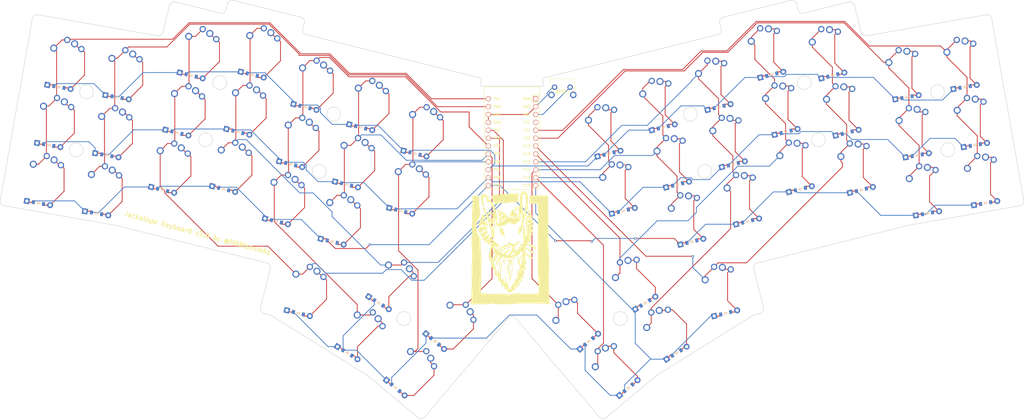
<source format=kicad_pcb>
(kicad_pcb (version 20171130) (host pcbnew 5.1.12-1.fc35)
  (title_block (title jackalope_unibody) (rev v1.0.0) (company Unknown))
  (layers (0 F.Cu signal) (31 B.Cu signal) (34 B.Paste user) (35 F.Paste user) (36 B.SilkS user) (37 F.SilkS user) (38 B.Mask user) (39 F.Mask user) (44 Edge.Cuts user))
  (net 0 "")
  (net 1 outer_bottom)
  (net 2 P1)
  (net 3 P9)
  (net 4 outer_home)
  (net 5 P8)
  (net 6 outer_top)
  (net 7 P7)
  (net 8 pinky_bottom)
  (net 9 P0)
  (net 10 pinky_home)
  (net 11 pinky_top)
  (net 12 ring_bottom)
  (net 13 P2)
  (net 14 ring_home)
  (net 15 ring_top)
  (net 16 middle_bottom)
  (net 17 P3)
  (net 18 middle_home)
  (net 19 middle_top)
  (net 20 index_bottom)
  (net 21 P4)
  (net 22 index_home)
  (net 23 index_top)
  (net 24 inner_bottom)
  (net 25 P5)
  (net 26 inner_home)
  (net 27 inner_top)
  (net 28 macro_home)
  (net 29 P6)
  (net 30 macro_top)
  (net 31 inner_upper)
  (net 32 P10)
  (net 33 home_upper)
  (net 34 outer_upper)
  (net 35 home_lower)
  (net 36 outer_lower)
  (net 37 mirror_outer_bottom)
  (net 38 P21)
  (net 39 mirror_outer_home)
  (net 40 mirror_outer_top)
  (net 41 mirror_pinky_bottom)
  (net 42 P20)
  (net 43 mirror_pinky_home)
  (net 44 mirror_pinky_top)
  (net 45 mirror_ring_bottom)
  (net 46 P19)
  (net 47 mirror_ring_home)
  (net 48 mirror_ring_top)
  (net 49 mirror_middle_bottom)
  (net 50 P18)
  (net 51 mirror_middle_home)
  (net 52 mirror_middle_top)
  (net 53 mirror_index_bottom)
  (net 54 P15)
  (net 55 mirror_index_home)
  (net 56 mirror_index_top)
  (net 57 mirror_inner_bottom)
  (net 58 P14)
  (net 59 mirror_inner_home)
  (net 60 mirror_inner_top)
  (net 61 mirror_macro_home)
  (net 62 P16)
  (net 63 mirror_macro_top)
  (net 64 mirror_inner_upper)
  (net 65 mirror_home_upper)
  (net 66 mirror_outer_upper)
  (net 67 mirror_home_lower)
  (net 68 mirror_outer_lower)
  (net 69 RAW)
  (net 70 GND)
  (net 71 RST)
  (net 72 VCC)
  (module jackalope:bighornFP (layer F.Cu) (at 150 24.25)
    (fp_text reference G*** hide)
    (fp_text value LOGO hide)
  )
  (module Keebio-Parts:SW_Tactile_SPST_Angled_MJTP1117 (layer F.Cu) (at 164.5 -28)
    (fp_text reference RESET (at 2.5 1.68) (layer F.SilkS))
    (fp_text value SW_PUSH)
    (pad "" np_thru_hole circle (at 2.5 -1.21) (size 1.2 1.2) (drill 1.2) (layers *.Cu *.Mask))
    (pad "" thru_hole circle (at -1 2.49) (size 2.1 2.1) (drill 1.3) (layers *.Cu *.Mask))
    (pad 1 thru_hole circle (at 0 0) (size 1.75 1.75) (drill 0.99) (layers *.Cu *.Mask) (net 70 GND))
    (pad 2 thru_hole circle (at 5 0) (size 1.75 1.75) (drill 0.99) (layers *.Cu *.Mask) (net 71 RST))
    (pad "" thru_hole circle (at 6.01 2.49) (size 2.1 2.1) (drill 1.3) (layers *.Cu *.Mask))
  )
  (module MX (layer F.Cu) (at 0 0 350)
    (fp_text reference S1 hide)
    (fp_text value "" hide)
    (pad "" np_thru_hole circle (at 0 0) (size 3.9878 3.9878) (drill 3.9878) (layers *.Cu *.Mask))
    (pad "" np_thru_hole circle (at 5.08 0) (size 1.7018 1.7018) (drill 1.7018) (layers *.Cu *.Mask))
    (pad "" np_thru_hole circle (at -5.08 0) (size 1.7018 1.7018) (drill 1.7018) (layers *.Cu *.Mask))
    (pad 1 thru_hole circle (at 2.54 -5.08) (size 2.286 2.286) (drill 1.4986) (layers *.Cu *.Mask) (net 1 outer_bottom))
    (pad 2 thru_hole circle (at -3.81 -2.54) (size 2.286 2.286) (drill 1.4986) (layers *.Cu *.Mask) (net 2 P1))
  )
  (module PG1350 (layer F.Cu) (at 0 0 350)
    (fp_text reference S2 hide)
    (fp_text value "" hide)
    (pad "" np_thru_hole circle (at 0 0) (size 3.429 3.429) (drill 3.429) (layers *.Cu *.Mask))
    (pad "" np_thru_hole circle (at 5.5 0) (size 1.7018 1.7018) (drill 1.7018) (layers *.Cu *.Mask))
    (pad "" np_thru_hole circle (at -5.5 0) (size 1.7018 1.7018) (drill 1.7018) (layers *.Cu *.Mask))
    (pad 1 thru_hole circle (at 5 -3.8) (size 2.032 2.032) (drill 1.27) (layers *.Cu *.Mask) (net 1 outer_bottom))
    (pad 2 thru_hole circle (at 0 -5.9) (size 2.032 2.032) (drill 1.27) (layers *.Cu *.Mask) (net 2 P1))
  )
  (module ComboDiode (layer F.Cu) (at -1.649658 9.355674 350)
    (fp_text reference D1 hide)
    (fp_text value "" hide)
    (pad 1 smd rect (at -1.65 0 350) (size 0.9 1.2) (layers F.Cu F.Paste F.Mask) (net 3 P9))
    (pad 2 smd rect (at 1.65 0 350) (size 0.9 1.2) (layers B.Cu B.Paste B.Mask) (net 1 outer_bottom))
    (pad 1 smd rect (at -1.65 0 350) (size 0.9 1.2) (layers B.Cu B.Paste B.Mask) (net 3 P9))
    (pad 2 smd rect (at 1.65 0 350) (size 0.9 1.2) (layers F.Cu F.Paste F.Mask) (net 1 outer_bottom))
    (pad 1 thru_hole circle (at 3.81 0 350) (size 1.905 1.905) (drill 0.9906) (layers *.Cu *.Mask) (net 1 outer_bottom))
    (pad 2 thru_hole rect (at -3.81 0 350) (size 1.778 1.778) (drill 0.9906) (layers *.Cu *.Mask) (net 3 P9))
  )
  (module MX (layer F.Cu) (at 3.299315 -18.711347 350)
    (fp_text reference S3 hide)
    (fp_text value "" hide)
    (pad "" np_thru_hole circle (at 0 0) (size 3.9878 3.9878) (drill 3.9878) (layers *.Cu *.Mask))
    (pad "" np_thru_hole circle (at 5.08 0) (size 1.7018 1.7018) (drill 1.7018) (layers *.Cu *.Mask))
    (pad "" np_thru_hole circle (at -5.08 0) (size 1.7018 1.7018) (drill 1.7018) (layers *.Cu *.Mask))
    (pad 1 thru_hole circle (at 2.54 -5.08) (size 2.286 2.286) (drill 1.4986) (layers *.Cu *.Mask) (net 4 outer_home))
    (pad 2 thru_hole circle (at -3.81 -2.54) (size 2.286 2.286) (drill 1.4986) (layers *.Cu *.Mask) (net 2 P1))
  )
  (module PG1350 (layer F.Cu) (at 3.299315 -18.711347 350)
    (fp_text reference S4 hide)
    (fp_text value "" hide)
    (pad "" np_thru_hole circle (at 0 0) (size 3.429 3.429) (drill 3.429) (layers *.Cu *.Mask))
    (pad "" np_thru_hole circle (at 5.5 0) (size 1.7018 1.7018) (drill 1.7018) (layers *.Cu *.Mask))
    (pad "" np_thru_hole circle (at -5.5 0) (size 1.7018 1.7018) (drill 1.7018) (layers *.Cu *.Mask))
    (pad 1 thru_hole circle (at 5 -3.8) (size 2.032 2.032) (drill 1.27) (layers *.Cu *.Mask) (net 4 outer_home))
    (pad 2 thru_hole circle (at 0 -5.9) (size 2.032 2.032) (drill 1.27) (layers *.Cu *.Mask) (net 2 P1))
  )
  (module ComboDiode (layer F.Cu) (at 1.649658 -9.355674 350)
    (fp_text reference D2 hide)
    (fp_text value "" hide)
    (pad 1 smd rect (at -1.65 0 350) (size 0.9 1.2) (layers F.Cu F.Paste F.Mask) (net 5 P8))
    (pad 2 smd rect (at 1.65 0 350) (size 0.9 1.2) (layers B.Cu B.Paste B.Mask) (net 4 outer_home))
    (pad 1 smd rect (at -1.65 0 350) (size 0.9 1.2) (layers B.Cu B.Paste B.Mask) (net 5 P8))
    (pad 2 smd rect (at 1.65 0 350) (size 0.9 1.2) (layers F.Cu F.Paste F.Mask) (net 4 outer_home))
    (pad 1 thru_hole circle (at 3.81 0 350) (size 1.905 1.905) (drill 0.9906) (layers *.Cu *.Mask) (net 4 outer_home))
    (pad 2 thru_hole rect (at -3.81 0 350) (size 1.778 1.778) (drill 0.9906) (layers *.Cu *.Mask) (net 5 P8))
  )
  (module MX (layer F.Cu) (at 6.598631 -37.422695 350)
    (fp_text reference S5 hide)
    (fp_text value "" hide)
    (pad "" np_thru_hole circle (at 0 0) (size 3.9878 3.9878) (drill 3.9878) (layers *.Cu *.Mask))
    (pad "" np_thru_hole circle (at 5.08 0) (size 1.7018 1.7018) (drill 1.7018) (layers *.Cu *.Mask))
    (pad "" np_thru_hole circle (at -5.08 0) (size 1.7018 1.7018) (drill 1.7018) (layers *.Cu *.Mask))
    (pad 1 thru_hole circle (at 2.54 -5.08) (size 2.286 2.286) (drill 1.4986) (layers *.Cu *.Mask) (net 6 outer_top))
    (pad 2 thru_hole circle (at -3.81 -2.54) (size 2.286 2.286) (drill 1.4986) (layers *.Cu *.Mask) (net 2 P1))
  )
  (module PG1350 (layer F.Cu) (at 6.598631 -37.422695 350)
    (fp_text reference S6 hide)
    (fp_text value "" hide)
    (pad "" np_thru_hole circle (at 0 0) (size 3.429 3.429) (drill 3.429) (layers *.Cu *.Mask))
    (pad "" np_thru_hole circle (at 5.5 0) (size 1.7018 1.7018) (drill 1.7018) (layers *.Cu *.Mask))
    (pad "" np_thru_hole circle (at -5.5 0) (size 1.7018 1.7018) (drill 1.7018) (layers *.Cu *.Mask))
    (pad 1 thru_hole circle (at 5 -3.8) (size 2.032 2.032) (drill 1.27) (layers *.Cu *.Mask) (net 6 outer_top))
    (pad 2 thru_hole circle (at 0 -5.9) (size 2.032 2.032) (drill 1.27) (layers *.Cu *.Mask) (net 2 P1))
  )
  (module ComboDiode (layer F.Cu) (at 4.948973 -28.067021 350)
    (fp_text reference D3 hide)
    (fp_text value "" hide)
    (pad 1 smd rect (at -1.65 0 350) (size 0.9 1.2) (layers F.Cu F.Paste F.Mask) (net 7 P7))
    (pad 2 smd rect (at 1.65 0 350) (size 0.9 1.2) (layers B.Cu B.Paste B.Mask) (net 6 outer_top))
    (pad 1 smd rect (at -1.65 0 350) (size 0.9 1.2) (layers B.Cu B.Paste B.Mask) (net 7 P7))
    (pad 2 smd rect (at 1.65 0 350) (size 0.9 1.2) (layers F.Cu F.Paste F.Mask) (net 6 outer_top))
    (pad 1 thru_hole circle (at 3.81 0 350) (size 1.905 1.905) (drill 0.9906) (layers *.Cu *.Mask) (net 6 outer_top))
    (pad 2 thru_hole rect (at -3.81 0 350) (size 1.778 1.778) (drill 0.9906) (layers *.Cu *.Mask) (net 7 P7))
  )
  (module MX (layer F.Cu) (at 18.711347 3.299315 350)
    (fp_text reference S7 hide)
    (fp_text value "" hide)
    (pad "" np_thru_hole circle (at 0 0) (size 3.9878 3.9878) (drill 3.9878) (layers *.Cu *.Mask))
    (pad "" np_thru_hole circle (at 5.08 0) (size 1.7018 1.7018) (drill 1.7018) (layers *.Cu *.Mask))
    (pad "" np_thru_hole circle (at -5.08 0) (size 1.7018 1.7018) (drill 1.7018) (layers *.Cu *.Mask))
    (pad 1 thru_hole circle (at 2.54 -5.08) (size 2.286 2.286) (drill 1.4986) (layers *.Cu *.Mask) (net 8 pinky_bottom))
    (pad 2 thru_hole circle (at -3.81 -2.54) (size 2.286 2.286) (drill 1.4986) (layers *.Cu *.Mask) (net 9 P0))
  )
  (module PG1350 (layer F.Cu) (at 18.711347 3.299315 350)
    (fp_text reference S8 hide)
    (fp_text value "" hide)
    (pad "" np_thru_hole circle (at 0 0) (size 3.429 3.429) (drill 3.429) (layers *.Cu *.Mask))
    (pad "" np_thru_hole circle (at 5.5 0) (size 1.7018 1.7018) (drill 1.7018) (layers *.Cu *.Mask))
    (pad "" np_thru_hole circle (at -5.5 0) (size 1.7018 1.7018) (drill 1.7018) (layers *.Cu *.Mask))
    (pad 1 thru_hole circle (at 5 -3.8) (size 2.032 2.032) (drill 1.27) (layers *.Cu *.Mask) (net 8 pinky_bottom))
    (pad 2 thru_hole circle (at 0 -5.9) (size 2.032 2.032) (drill 1.27) (layers *.Cu *.Mask) (net 9 P0))
  )
  (module ComboDiode (layer F.Cu) (at 17.06169 12.654989 350)
    (fp_text reference D4 hide)
    (fp_text value "" hide)
    (pad 1 smd rect (at -1.65 0 350) (size 0.9 1.2) (layers F.Cu F.Paste F.Mask) (net 3 P9))
    (pad 2 smd rect (at 1.65 0 350) (size 0.9 1.2) (layers B.Cu B.Paste B.Mask) (net 8 pinky_bottom))
    (pad 1 smd rect (at -1.65 0 350) (size 0.9 1.2) (layers B.Cu B.Paste B.Mask) (net 3 P9))
    (pad 2 smd rect (at 1.65 0 350) (size 0.9 1.2) (layers F.Cu F.Paste F.Mask) (net 8 pinky_bottom))
    (pad 1 thru_hole circle (at 3.81 0 350) (size 1.905 1.905) (drill 0.9906) (layers *.Cu *.Mask) (net 8 pinky_bottom))
    (pad 2 thru_hole rect (at -3.81 0 350) (size 1.778 1.778) (drill 0.9906) (layers *.Cu *.Mask) (net 3 P9))
  )
  (module MX (layer F.Cu) (at 22.010663 -15.412032 350)
    (fp_text reference S9 hide)
    (fp_text value "" hide)
    (pad "" np_thru_hole circle (at 0 0) (size 3.9878 3.9878) (drill 3.9878) (layers *.Cu *.Mask))
    (pad "" np_thru_hole circle (at 5.08 0) (size 1.7018 1.7018) (drill 1.7018) (layers *.Cu *.Mask))
    (pad "" np_thru_hole circle (at -5.08 0) (size 1.7018 1.7018) (drill 1.7018) (layers *.Cu *.Mask))
    (pad 1 thru_hole circle (at 2.54 -5.08) (size 2.286 2.286) (drill 1.4986) (layers *.Cu *.Mask) (net 10 pinky_home))
    (pad 2 thru_hole circle (at -3.81 -2.54) (size 2.286 2.286) (drill 1.4986) (layers *.Cu *.Mask) (net 9 P0))
  )
  (module PG1350 (layer F.Cu) (at 22.010663 -15.412032 350)
    (fp_text reference S10 hide)
    (fp_text value "" hide)
    (pad "" np_thru_hole circle (at 0 0) (size 3.429 3.429) (drill 3.429) (layers *.Cu *.Mask))
    (pad "" np_thru_hole circle (at 5.5 0) (size 1.7018 1.7018) (drill 1.7018) (layers *.Cu *.Mask))
    (pad "" np_thru_hole circle (at -5.5 0) (size 1.7018 1.7018) (drill 1.7018) (layers *.Cu *.Mask))
    (pad 1 thru_hole circle (at 5 -3.8) (size 2.032 2.032) (drill 1.27) (layers *.Cu *.Mask) (net 10 pinky_home))
    (pad 2 thru_hole circle (at 0 -5.9) (size 2.032 2.032) (drill 1.27) (layers *.Cu *.Mask) (net 9 P0))
  )
  (module ComboDiode (layer F.Cu) (at 20.361005 -6.056358 350)
    (fp_text reference D5 hide)
    (fp_text value "" hide)
    (pad 1 smd rect (at -1.65 0 350) (size 0.9 1.2) (layers F.Cu F.Paste F.Mask) (net 5 P8))
    (pad 2 smd rect (at 1.65 0 350) (size 0.9 1.2) (layers B.Cu B.Paste B.Mask) (net 10 pinky_home))
    (pad 1 smd rect (at -1.65 0 350) (size 0.9 1.2) (layers B.Cu B.Paste B.Mask) (net 5 P8))
    (pad 2 smd rect (at 1.65 0 350) (size 0.9 1.2) (layers F.Cu F.Paste F.Mask) (net 10 pinky_home))
    (pad 1 thru_hole circle (at 3.81 0 350) (size 1.905 1.905) (drill 0.9906) (layers *.Cu *.Mask) (net 10 pinky_home))
    (pad 2 thru_hole rect (at -3.81 0 350) (size 1.778 1.778) (drill 0.9906) (layers *.Cu *.Mask) (net 5 P8))
  )
  (module MX (layer F.Cu) (at 25.309978 -34.123379 350)
    (fp_text reference S11 hide)
    (fp_text value "" hide)
    (pad "" np_thru_hole circle (at 0 0) (size 3.9878 3.9878) (drill 3.9878) (layers *.Cu *.Mask))
    (pad "" np_thru_hole circle (at 5.08 0) (size 1.7018 1.7018) (drill 1.7018) (layers *.Cu *.Mask))
    (pad "" np_thru_hole circle (at -5.08 0) (size 1.7018 1.7018) (drill 1.7018) (layers *.Cu *.Mask))
    (pad 1 thru_hole circle (at 2.54 -5.08) (size 2.286 2.286) (drill 1.4986) (layers *.Cu *.Mask) (net 11 pinky_top))
    (pad 2 thru_hole circle (at -3.81 -2.54) (size 2.286 2.286) (drill 1.4986) (layers *.Cu *.Mask) (net 9 P0))
  )
  (module PG1350 (layer F.Cu) (at 25.309978 -34.123379 350)
    (fp_text reference S12 hide)
    (fp_text value "" hide)
    (pad "" np_thru_hole circle (at 0 0) (size 3.429 3.429) (drill 3.429) (layers *.Cu *.Mask))
    (pad "" np_thru_hole circle (at 5.5 0) (size 1.7018 1.7018) (drill 1.7018) (layers *.Cu *.Mask))
    (pad "" np_thru_hole circle (at -5.5 0) (size 1.7018 1.7018) (drill 1.7018) (layers *.Cu *.Mask))
    (pad 1 thru_hole circle (at 5 -3.8) (size 2.032 2.032) (drill 1.27) (layers *.Cu *.Mask) (net 11 pinky_top))
    (pad 2 thru_hole circle (at 0 -5.9) (size 2.032 2.032) (drill 1.27) (layers *.Cu *.Mask) (net 9 P0))
  )
  (module ComboDiode (layer F.Cu) (at 23.66032 -24.767706 350)
    (fp_text reference D6 hide)
    (fp_text value "" hide)
    (pad 1 smd rect (at -1.65 0 350) (size 0.9 1.2) (layers F.Cu F.Paste F.Mask) (net 7 P7))
    (pad 2 smd rect (at 1.65 0 350) (size 0.9 1.2) (layers B.Cu B.Paste B.Mask) (net 11 pinky_top))
    (pad 1 smd rect (at -1.65 0 350) (size 0.9 1.2) (layers B.Cu B.Paste B.Mask) (net 7 P7))
    (pad 2 smd rect (at 1.65 0 350) (size 0.9 1.2) (layers F.Cu F.Paste F.Mask) (net 11 pinky_top))
    (pad 1 thru_hole circle (at 3.81 0 350) (size 1.905 1.905) (drill 0.9906) (layers *.Cu *.Mask) (net 11 pinky_top))
    (pad 2 thru_hole rect (at -3.81 0 350) (size 1.778 1.778) (drill 0.9906) (layers *.Cu *.Mask) (net 7 P7))
  )
  (module MX (layer F.Cu) (at 40.629529 -4.124049 346)
    (fp_text reference S13 hide)
    (fp_text value "" hide)
    (pad "" np_thru_hole circle (at 0 0) (size 3.9878 3.9878) (drill 3.9878) (layers *.Cu *.Mask))
    (pad "" np_thru_hole circle (at 5.08 0) (size 1.7018 1.7018) (drill 1.7018) (layers *.Cu *.Mask))
    (pad "" np_thru_hole circle (at -5.08 0) (size 1.7018 1.7018) (drill 1.7018) (layers *.Cu *.Mask))
    (pad 1 thru_hole circle (at 2.54 -5.08) (size 2.286 2.286) (drill 1.4986) (layers *.Cu *.Mask) (net 12 ring_bottom))
    (pad 2 thru_hole circle (at -3.81 -2.54) (size 2.286 2.286) (drill 1.4986) (layers *.Cu *.Mask) (net 13 P2))
  )
  (module PG1350 (layer F.Cu) (at 40.629529 -4.124049 346)
    (fp_text reference S14 hide)
    (fp_text value "" hide)
    (pad "" np_thru_hole circle (at 0 0) (size 3.429 3.429) (drill 3.429) (layers *.Cu *.Mask))
    (pad "" np_thru_hole circle (at 5.5 0) (size 1.7018 1.7018) (drill 1.7018) (layers *.Cu *.Mask))
    (pad "" np_thru_hole circle (at -5.5 0) (size 1.7018 1.7018) (drill 1.7018) (layers *.Cu *.Mask))
    (pad 1 thru_hole circle (at 5 -3.8) (size 2.032 2.032) (drill 1.27) (layers *.Cu *.Mask) (net 12 ring_bottom))
    (pad 2 thru_hole circle (at 0 -5.9) (size 2.032 2.032) (drill 1.27) (layers *.Cu *.Mask) (net 13 P2))
  )
  (module ComboDiode (layer F.Cu) (at 38.331271 5.09376 346)
    (fp_text reference D7 hide)
    (fp_text value "" hide)
    (pad 1 smd rect (at -1.65 0 346) (size 0.9 1.2) (layers F.Cu F.Paste F.Mask) (net 3 P9))
    (pad 2 smd rect (at 1.65 0 346) (size 0.9 1.2) (layers B.Cu B.Paste B.Mask) (net 12 ring_bottom))
    (pad 1 smd rect (at -1.65 0 346) (size 0.9 1.2) (layers B.Cu B.Paste B.Mask) (net 3 P9))
    (pad 2 smd rect (at 1.65 0 346) (size 0.9 1.2) (layers F.Cu F.Paste F.Mask) (net 12 ring_bottom))
    (pad 1 thru_hole circle (at 3.81 0 346) (size 1.905 1.905) (drill 0.9906) (layers *.Cu *.Mask) (net 12 ring_bottom))
    (pad 2 thru_hole rect (at -3.81 0 346) (size 1.778 1.778) (drill 0.9906) (layers *.Cu *.Mask) (net 3 P9))
  )
  (module MX (layer F.Cu) (at 45.226045 -22.559668 346)
    (fp_text reference S15 hide)
    (fp_text value "" hide)
    (pad "" np_thru_hole circle (at 0 0) (size 3.9878 3.9878) (drill 3.9878) (layers *.Cu *.Mask))
    (pad "" np_thru_hole circle (at 5.08 0) (size 1.7018 1.7018) (drill 1.7018) (layers *.Cu *.Mask))
    (pad "" np_thru_hole circle (at -5.08 0) (size 1.7018 1.7018) (drill 1.7018) (layers *.Cu *.Mask))
    (pad 1 thru_hole circle (at 2.54 -5.08) (size 2.286 2.286) (drill 1.4986) (layers *.Cu *.Mask) (net 14 ring_home))
    (pad 2 thru_hole circle (at -3.81 -2.54) (size 2.286 2.286) (drill 1.4986) (layers *.Cu *.Mask) (net 13 P2))
  )
  (module PG1350 (layer F.Cu) (at 45.226045 -22.559668 346)
    (fp_text reference S16 hide)
    (fp_text value "" hide)
    (pad "" np_thru_hole circle (at 0 0) (size 3.429 3.429) (drill 3.429) (layers *.Cu *.Mask))
    (pad "" np_thru_hole circle (at 5.5 0) (size 1.7018 1.7018) (drill 1.7018) (layers *.Cu *.Mask))
    (pad "" np_thru_hole circle (at -5.5 0) (size 1.7018 1.7018) (drill 1.7018) (layers *.Cu *.Mask))
    (pad 1 thru_hole circle (at 5 -3.8) (size 2.032 2.032) (drill 1.27) (layers *.Cu *.Mask) (net 14 ring_home))
    (pad 2 thru_hole circle (at 0 -5.9) (size 2.032 2.032) (drill 1.27) (layers *.Cu *.Mask) (net 13 P2))
  )
  (module ComboDiode (layer F.Cu) (at 42.927787 -13.341859 346)
    (fp_text reference D8 hide)
    (fp_text value "" hide)
    (pad 1 smd rect (at -1.65 0 346) (size 0.9 1.2) (layers F.Cu F.Paste F.Mask) (net 5 P8))
    (pad 2 smd rect (at 1.65 0 346) (size 0.9 1.2) (layers B.Cu B.Paste B.Mask) (net 14 ring_home))
    (pad 1 smd rect (at -1.65 0 346) (size 0.9 1.2) (layers B.Cu B.Paste B.Mask) (net 5 P8))
    (pad 2 smd rect (at 1.65 0 346) (size 0.9 1.2) (layers F.Cu F.Paste F.Mask) (net 14 ring_home))
    (pad 1 thru_hole circle (at 3.81 0 346) (size 1.905 1.905) (drill 0.9906) (layers *.Cu *.Mask) (net 14 ring_home))
    (pad 2 thru_hole rect (at -3.81 0 346) (size 1.778 1.778) (drill 0.9906) (layers *.Cu *.Mask) (net 5 P8))
  )
  (module MX (layer F.Cu) (at 49.822561 -40.995287 346)
    (fp_text reference S17 hide)
    (fp_text value "" hide)
    (pad "" np_thru_hole circle (at 0 0) (size 3.9878 3.9878) (drill 3.9878) (layers *.Cu *.Mask))
    (pad "" np_thru_hole circle (at 5.08 0) (size 1.7018 1.7018) (drill 1.7018) (layers *.Cu *.Mask))
    (pad "" np_thru_hole circle (at -5.08 0) (size 1.7018 1.7018) (drill 1.7018) (layers *.Cu *.Mask))
    (pad 1 thru_hole circle (at 2.54 -5.08) (size 2.286 2.286) (drill 1.4986) (layers *.Cu *.Mask) (net 15 ring_top))
    (pad 2 thru_hole circle (at -3.81 -2.54) (size 2.286 2.286) (drill 1.4986) (layers *.Cu *.Mask) (net 13 P2))
  )
  (module PG1350 (layer F.Cu) (at 49.822561 -40.995287 346)
    (fp_text reference S18 hide)
    (fp_text value "" hide)
    (pad "" np_thru_hole circle (at 0 0) (size 3.429 3.429) (drill 3.429) (layers *.Cu *.Mask))
    (pad "" np_thru_hole circle (at 5.5 0) (size 1.7018 1.7018) (drill 1.7018) (layers *.Cu *.Mask))
    (pad "" np_thru_hole circle (at -5.5 0) (size 1.7018 1.7018) (drill 1.7018) (layers *.Cu *.Mask))
    (pad 1 thru_hole circle (at 5 -3.8) (size 2.032 2.032) (drill 1.27) (layers *.Cu *.Mask) (net 15 ring_top))
    (pad 2 thru_hole circle (at 0 -5.9) (size 2.032 2.032) (drill 1.27) (layers *.Cu *.Mask) (net 13 P2))
  )
  (module ComboDiode (layer F.Cu) (at 47.524303 -31.777477 346)
    (fp_text reference D9 hide)
    (fp_text value "" hide)
    (pad 1 smd rect (at -1.65 0 346) (size 0.9 1.2) (layers F.Cu F.Paste F.Mask) (net 7 P7))
    (pad 2 smd rect (at 1.65 0 346) (size 0.9 1.2) (layers B.Cu B.Paste B.Mask) (net 15 ring_top))
    (pad 1 smd rect (at -1.65 0 346) (size 0.9 1.2) (layers B.Cu B.Paste B.Mask) (net 7 P7))
    (pad 2 smd rect (at 1.65 0 346) (size 0.9 1.2) (layers F.Cu F.Paste F.Mask) (net 15 ring_top))
    (pad 1 thru_hole circle (at 3.81 0 346) (size 1.905 1.905) (drill 0.9906) (layers *.Cu *.Mask) (net 15 ring_top))
    (pad 2 thru_hole rect (at -3.81 0 346) (size 1.778 1.778) (drill 0.9906) (layers *.Cu *.Mask) (net 7 P7))
  )
  (module MX (layer F.Cu) (at 60.274757 -4.379012 346)
    (fp_text reference S19 hide)
    (fp_text value "" hide)
    (pad "" np_thru_hole circle (at 0 0) (size 3.9878 3.9878) (drill 3.9878) (layers *.Cu *.Mask))
    (pad "" np_thru_hole circle (at 5.08 0) (size 1.7018 1.7018) (drill 1.7018) (layers *.Cu *.Mask))
    (pad "" np_thru_hole circle (at -5.08 0) (size 1.7018 1.7018) (drill 1.7018) (layers *.Cu *.Mask))
    (pad 1 thru_hole circle (at 2.54 -5.08) (size 2.286 2.286) (drill 1.4986) (layers *.Cu *.Mask) (net 16 middle_bottom))
    (pad 2 thru_hole circle (at -3.81 -2.54) (size 2.286 2.286) (drill 1.4986) (layers *.Cu *.Mask) (net 17 P3))
  )
  (module PG1350 (layer F.Cu) (at 60.274757 -4.379012 346)
    (fp_text reference S20 hide)
    (fp_text value "" hide)
    (pad "" np_thru_hole circle (at 0 0) (size 3.429 3.429) (drill 3.429) (layers *.Cu *.Mask))
    (pad "" np_thru_hole circle (at 5.5 0) (size 1.7018 1.7018) (drill 1.7018) (layers *.Cu *.Mask))
    (pad "" np_thru_hole circle (at -5.5 0) (size 1.7018 1.7018) (drill 1.7018) (layers *.Cu *.Mask))
    (pad 1 thru_hole circle (at 5 -3.8) (size 2.032 2.032) (drill 1.27) (layers *.Cu *.Mask) (net 16 middle_bottom))
    (pad 2 thru_hole circle (at 0 -5.9) (size 2.032 2.032) (drill 1.27) (layers *.Cu *.Mask) (net 17 P3))
  )
  (module ComboDiode (layer F.Cu) (at 57.976499 4.838798 346)
    (fp_text reference D10 hide)
    (fp_text value "" hide)
    (pad 1 smd rect (at -1.65 0 346) (size 0.9 1.2) (layers F.Cu F.Paste F.Mask) (net 3 P9))
    (pad 2 smd rect (at 1.65 0 346) (size 0.9 1.2) (layers B.Cu B.Paste B.Mask) (net 16 middle_bottom))
    (pad 1 smd rect (at -1.65 0 346) (size 0.9 1.2) (layers B.Cu B.Paste B.Mask) (net 3 P9))
    (pad 2 smd rect (at 1.65 0 346) (size 0.9 1.2) (layers F.Cu F.Paste F.Mask) (net 16 middle_bottom))
    (pad 1 thru_hole circle (at 3.81 0 346) (size 1.905 1.905) (drill 0.9906) (layers *.Cu *.Mask) (net 16 middle_bottom))
    (pad 2 thru_hole rect (at -3.81 0 346) (size 1.778 1.778) (drill 0.9906) (layers *.Cu *.Mask) (net 3 P9))
  )
  (module MX (layer F.Cu) (at 64.871273 -22.814631 346)
    (fp_text reference S21 hide)
    (fp_text value "" hide)
    (pad "" np_thru_hole circle (at 0 0) (size 3.9878 3.9878) (drill 3.9878) (layers *.Cu *.Mask))
    (pad "" np_thru_hole circle (at 5.08 0) (size 1.7018 1.7018) (drill 1.7018) (layers *.Cu *.Mask))
    (pad "" np_thru_hole circle (at -5.08 0) (size 1.7018 1.7018) (drill 1.7018) (layers *.Cu *.Mask))
    (pad 1 thru_hole circle (at 2.54 -5.08) (size 2.286 2.286) (drill 1.4986) (layers *.Cu *.Mask) (net 18 middle_home))
    (pad 2 thru_hole circle (at -3.81 -2.54) (size 2.286 2.286) (drill 1.4986) (layers *.Cu *.Mask) (net 17 P3))
  )
  (module PG1350 (layer F.Cu) (at 64.871273 -22.814631 346)
    (fp_text reference S22 hide)
    (fp_text value "" hide)
    (pad "" np_thru_hole circle (at 0 0) (size 3.429 3.429) (drill 3.429) (layers *.Cu *.Mask))
    (pad "" np_thru_hole circle (at 5.5 0) (size 1.7018 1.7018) (drill 1.7018) (layers *.Cu *.Mask))
    (pad "" np_thru_hole circle (at -5.5 0) (size 1.7018 1.7018) (drill 1.7018) (layers *.Cu *.Mask))
    (pad 1 thru_hole circle (at 5 -3.8) (size 2.032 2.032) (drill 1.27) (layers *.Cu *.Mask) (net 18 middle_home))
    (pad 2 thru_hole circle (at 0 -5.9) (size 2.032 2.032) (drill 1.27) (layers *.Cu *.Mask) (net 17 P3))
  )
  (module ComboDiode (layer F.Cu) (at 62.573015 -13.596821 346)
    (fp_text reference D11 hide)
    (fp_text value "" hide)
    (pad 1 smd rect (at -1.65 0 346) (size 0.9 1.2) (layers F.Cu F.Paste F.Mask) (net 5 P8))
    (pad 2 smd rect (at 1.65 0 346) (size 0.9 1.2) (layers B.Cu B.Paste B.Mask) (net 18 middle_home))
    (pad 1 smd rect (at -1.65 0 346) (size 0.9 1.2) (layers B.Cu B.Paste B.Mask) (net 5 P8))
    (pad 2 smd rect (at 1.65 0 346) (size 0.9 1.2) (layers F.Cu F.Paste F.Mask) (net 18 middle_home))
    (pad 1 thru_hole circle (at 3.81 0 346) (size 1.905 1.905) (drill 0.9906) (layers *.Cu *.Mask) (net 18 middle_home))
    (pad 2 thru_hole rect (at -3.81 0 346) (size 1.778 1.778) (drill 0.9906) (layers *.Cu *.Mask) (net 5 P8))
  )
  (module MX (layer F.Cu) (at 69.467789 -41.250249 346)
    (fp_text reference S23 hide)
    (fp_text value "" hide)
    (pad "" np_thru_hole circle (at 0 0) (size 3.9878 3.9878) (drill 3.9878) (layers *.Cu *.Mask))
    (pad "" np_thru_hole circle (at 5.08 0) (size 1.7018 1.7018) (drill 1.7018) (layers *.Cu *.Mask))
    (pad "" np_thru_hole circle (at -5.08 0) (size 1.7018 1.7018) (drill 1.7018) (layers *.Cu *.Mask))
    (pad 1 thru_hole circle (at 2.54 -5.08) (size 2.286 2.286) (drill 1.4986) (layers *.Cu *.Mask) (net 19 middle_top))
    (pad 2 thru_hole circle (at -3.81 -2.54) (size 2.286 2.286) (drill 1.4986) (layers *.Cu *.Mask) (net 17 P3))
  )
  (module PG1350 (layer F.Cu) (at 69.467789 -41.250249 346)
    (fp_text reference S24 hide)
    (fp_text value "" hide)
    (pad "" np_thru_hole circle (at 0 0) (size 3.429 3.429) (drill 3.429) (layers *.Cu *.Mask))
    (pad "" np_thru_hole circle (at 5.5 0) (size 1.7018 1.7018) (drill 1.7018) (layers *.Cu *.Mask))
    (pad "" np_thru_hole circle (at -5.5 0) (size 1.7018 1.7018) (drill 1.7018) (layers *.Cu *.Mask))
    (pad 1 thru_hole circle (at 5 -3.8) (size 2.032 2.032) (drill 1.27) (layers *.Cu *.Mask) (net 19 middle_top))
    (pad 2 thru_hole circle (at 0 -5.9) (size 2.032 2.032) (drill 1.27) (layers *.Cu *.Mask) (net 17 P3))
  )
  (module ComboDiode (layer F.Cu) (at 67.169531 -32.03244 346)
    (fp_text reference D12 hide)
    (fp_text value "" hide)
    (pad 1 smd rect (at -1.65 0 346) (size 0.9 1.2) (layers F.Cu F.Paste F.Mask) (net 7 P7))
    (pad 2 smd rect (at 1.65 0 346) (size 0.9 1.2) (layers B.Cu B.Paste B.Mask) (net 19 middle_top))
    (pad 1 smd rect (at -1.65 0 346) (size 0.9 1.2) (layers B.Cu B.Paste B.Mask) (net 7 P7))
    (pad 2 smd rect (at 1.65 0 346) (size 0.9 1.2) (layers F.Cu F.Paste F.Mask) (net 19 middle_top))
    (pad 1 thru_hole circle (at 3.81 0 346) (size 1.905 1.905) (drill 0.9906) (layers *.Cu *.Mask) (net 19 middle_top))
    (pad 2 thru_hole rect (at -3.81 0 346) (size 1.778 1.778) (drill 0.9906) (layers *.Cu *.Mask) (net 7 P7))
  )
  (module MX (layer F.Cu) (at 77.258845 6.039279 346)
    (fp_text reference S25 hide)
    (fp_text value "" hide)
    (pad "" np_thru_hole circle (at 0 0) (size 3.9878 3.9878) (drill 3.9878) (layers *.Cu *.Mask))
    (pad "" np_thru_hole circle (at 5.08 0) (size 1.7018 1.7018) (drill 1.7018) (layers *.Cu *.Mask))
    (pad "" np_thru_hole circle (at -5.08 0) (size 1.7018 1.7018) (drill 1.7018) (layers *.Cu *.Mask))
    (pad 1 thru_hole circle (at 2.54 -5.08) (size 2.286 2.286) (drill 1.4986) (layers *.Cu *.Mask) (net 20 index_bottom))
    (pad 2 thru_hole circle (at -3.81 -2.54) (size 2.286 2.286) (drill 1.4986) (layers *.Cu *.Mask) (net 21 P4))
  )
  (module PG1350 (layer F.Cu) (at 77.258845 6.039279 346)
    (fp_text reference S26 hide)
    (fp_text value "" hide)
    (pad "" np_thru_hole circle (at 0 0) (size 3.429 3.429) (drill 3.429) (layers *.Cu *.Mask))
    (pad "" np_thru_hole circle (at 5.5 0) (size 1.7018 1.7018) (drill 1.7018) (layers *.Cu *.Mask))
    (pad "" np_thru_hole circle (at -5.5 0) (size 1.7018 1.7018) (drill 1.7018) (layers *.Cu *.Mask))
    (pad 1 thru_hole circle (at 5 -3.8) (size 2.032 2.032) (drill 1.27) (layers *.Cu *.Mask) (net 20 index_bottom))
    (pad 2 thru_hole circle (at 0 -5.9) (size 2.032 2.032) (drill 1.27) (layers *.Cu *.Mask) (net 21 P4))
  )
  (module ComboDiode (layer F.Cu) (at 74.960587 15.257088 346)
    (fp_text reference D13 hide)
    (fp_text value "" hide)
    (pad 1 smd rect (at -1.65 0 346) (size 0.9 1.2) (layers F.Cu F.Paste F.Mask) (net 3 P9))
    (pad 2 smd rect (at 1.65 0 346) (size 0.9 1.2) (layers B.Cu B.Paste B.Mask) (net 20 index_bottom))
    (pad 1 smd rect (at -1.65 0 346) (size 0.9 1.2) (layers B.Cu B.Paste B.Mask) (net 3 P9))
    (pad 2 smd rect (at 1.65 0 346) (size 0.9 1.2) (layers F.Cu F.Paste F.Mask) (net 20 index_bottom))
    (pad 1 thru_hole circle (at 3.81 0 346) (size 1.905 1.905) (drill 0.9906) (layers *.Cu *.Mask) (net 20 index_bottom))
    (pad 2 thru_hole rect (at -3.81 0 346) (size 1.778 1.778) (drill 0.9906) (layers *.Cu *.Mask) (net 3 P9))
  )
  (module MX (layer F.Cu) (at 81.855361 -12.39634 346)
    (fp_text reference S27 hide)
    (fp_text value "" hide)
    (pad "" np_thru_hole circle (at 0 0) (size 3.9878 3.9878) (drill 3.9878) (layers *.Cu *.Mask))
    (pad "" np_thru_hole circle (at 5.08 0) (size 1.7018 1.7018) (drill 1.7018) (layers *.Cu *.Mask))
    (pad "" np_thru_hole circle (at -5.08 0) (size 1.7018 1.7018) (drill 1.7018) (layers *.Cu *.Mask))
    (pad 1 thru_hole circle (at 2.54 -5.08) (size 2.286 2.286) (drill 1.4986) (layers *.Cu *.Mask) (net 22 index_home))
    (pad 2 thru_hole circle (at -3.81 -2.54) (size 2.286 2.286) (drill 1.4986) (layers *.Cu *.Mask) (net 21 P4))
  )
  (module PG1350 (layer F.Cu) (at 81.855361 -12.39634 346)
    (fp_text reference S28 hide)
    (fp_text value "" hide)
    (pad "" np_thru_hole circle (at 0 0) (size 3.429 3.429) (drill 3.429) (layers *.Cu *.Mask))
    (pad "" np_thru_hole circle (at 5.5 0) (size 1.7018 1.7018) (drill 1.7018) (layers *.Cu *.Mask))
    (pad "" np_thru_hole circle (at -5.5 0) (size 1.7018 1.7018) (drill 1.7018) (layers *.Cu *.Mask))
    (pad 1 thru_hole circle (at 5 -3.8) (size 2.032 2.032) (drill 1.27) (layers *.Cu *.Mask) (net 22 index_home))
    (pad 2 thru_hole circle (at 0 -5.9) (size 2.032 2.032) (drill 1.27) (layers *.Cu *.Mask) (net 21 P4))
  )
  (module ComboDiode (layer F.Cu) (at 79.557103 -3.178531 346)
    (fp_text reference D14 hide)
    (fp_text value "" hide)
    (pad 1 smd rect (at -1.65 0 346) (size 0.9 1.2) (layers F.Cu F.Paste F.Mask) (net 5 P8))
    (pad 2 smd rect (at 1.65 0 346) (size 0.9 1.2) (layers B.Cu B.Paste B.Mask) (net 22 index_home))
    (pad 1 smd rect (at -1.65 0 346) (size 0.9 1.2) (layers B.Cu B.Paste B.Mask) (net 5 P8))
    (pad 2 smd rect (at 1.65 0 346) (size 0.9 1.2) (layers F.Cu F.Paste F.Mask) (net 22 index_home))
    (pad 1 thru_hole circle (at 3.81 0 346) (size 1.905 1.905) (drill 0.9906) (layers *.Cu *.Mask) (net 22 index_home))
    (pad 2 thru_hole rect (at -3.81 0 346) (size 1.778 1.778) (drill 0.9906) (layers *.Cu *.Mask) (net 5 P8))
  )
  (module MX (layer F.Cu) (at 86.451877 -30.831959 346)
    (fp_text reference S29 hide)
    (fp_text value "" hide)
    (pad "" np_thru_hole circle (at 0 0) (size 3.9878 3.9878) (drill 3.9878) (layers *.Cu *.Mask))
    (pad "" np_thru_hole circle (at 5.08 0) (size 1.7018 1.7018) (drill 1.7018) (layers *.Cu *.Mask))
    (pad "" np_thru_hole circle (at -5.08 0) (size 1.7018 1.7018) (drill 1.7018) (layers *.Cu *.Mask))
    (pad 1 thru_hole circle (at 2.54 -5.08) (size 2.286 2.286) (drill 1.4986) (layers *.Cu *.Mask) (net 23 index_top))
    (pad 2 thru_hole circle (at -3.81 -2.54) (size 2.286 2.286) (drill 1.4986) (layers *.Cu *.Mask) (net 21 P4))
  )
  (module PG1350 (layer F.Cu) (at 86.451877 -30.831959 346)
    (fp_text reference S30 hide)
    (fp_text value "" hide)
    (pad "" np_thru_hole circle (at 0 0) (size 3.429 3.429) (drill 3.429) (layers *.Cu *.Mask))
    (pad "" np_thru_hole circle (at 5.5 0) (size 1.7018 1.7018) (drill 1.7018) (layers *.Cu *.Mask))
    (pad "" np_thru_hole circle (at -5.5 0) (size 1.7018 1.7018) (drill 1.7018) (layers *.Cu *.Mask))
    (pad 1 thru_hole circle (at 5 -3.8) (size 2.032 2.032) (drill 1.27) (layers *.Cu *.Mask) (net 23 index_top))
    (pad 2 thru_hole circle (at 0 -5.9) (size 2.032 2.032) (drill 1.27) (layers *.Cu *.Mask) (net 21 P4))
  )
  (module ComboDiode (layer F.Cu) (at 84.153619 -21.61415 346)
    (fp_text reference D15 hide)
    (fp_text value "" hide)
    (pad 1 smd rect (at -1.65 0 346) (size 0.9 1.2) (layers F.Cu F.Paste F.Mask) (net 7 P7))
    (pad 2 smd rect (at 1.65 0 346) (size 0.9 1.2) (layers B.Cu B.Paste B.Mask) (net 23 index_top))
    (pad 1 smd rect (at -1.65 0 346) (size 0.9 1.2) (layers B.Cu B.Paste B.Mask) (net 7 P7))
    (pad 2 smd rect (at 1.65 0 346) (size 0.9 1.2) (layers F.Cu F.Paste F.Mask) (net 23 index_top))
    (pad 1 thru_hole circle (at 3.81 0 346) (size 1.905 1.905) (drill 0.9906) (layers *.Cu *.Mask) (net 23 index_top))
    (pad 2 thru_hole rect (at -3.81 0 346) (size 1.778 1.778) (drill 0.9906) (layers *.Cu *.Mask) (net 7 P7))
  )
  (module MX (layer F.Cu) (at 95.21062 12.576386 346)
    (fp_text reference S31 hide)
    (fp_text value "" hide)
    (pad "" np_thru_hole circle (at 0 0) (size 3.9878 3.9878) (drill 3.9878) (layers *.Cu *.Mask))
    (pad "" np_thru_hole circle (at 5.08 0) (size 1.7018 1.7018) (drill 1.7018) (layers *.Cu *.Mask))
    (pad "" np_thru_hole circle (at -5.08 0) (size 1.7018 1.7018) (drill 1.7018) (layers *.Cu *.Mask))
    (pad 1 thru_hole circle (at 2.54 -5.08) (size 2.286 2.286) (drill 1.4986) (layers *.Cu *.Mask) (net 24 inner_bottom))
    (pad 2 thru_hole circle (at -3.81 -2.54) (size 2.286 2.286) (drill 1.4986) (layers *.Cu *.Mask) (net 25 P5))
  )
  (module PG1350 (layer F.Cu) (at 95.21062 12.576386 346)
    (fp_text reference S32 hide)
    (fp_text value "" hide)
    (pad "" np_thru_hole circle (at 0 0) (size 3.429 3.429) (drill 3.429) (layers *.Cu *.Mask))
    (pad "" np_thru_hole circle (at 5.5 0) (size 1.7018 1.7018) (drill 1.7018) (layers *.Cu *.Mask))
    (pad "" np_thru_hole circle (at -5.5 0) (size 1.7018 1.7018) (drill 1.7018) (layers *.Cu *.Mask))
    (pad 1 thru_hole circle (at 5 -3.8) (size 2.032 2.032) (drill 1.27) (layers *.Cu *.Mask) (net 24 inner_bottom))
    (pad 2 thru_hole circle (at 0 -5.9) (size 2.032 2.032) (drill 1.27) (layers *.Cu *.Mask) (net 25 P5))
  )
  (module ComboDiode (layer F.Cu) (at 92.912362 21.794196 346)
    (fp_text reference D16 hide)
    (fp_text value "" hide)
    (pad 1 smd rect (at -1.65 0 346) (size 0.9 1.2) (layers F.Cu F.Paste F.Mask) (net 3 P9))
    (pad 2 smd rect (at 1.65 0 346) (size 0.9 1.2) (layers B.Cu B.Paste B.Mask) (net 24 inner_bottom))
    (pad 1 smd rect (at -1.65 0 346) (size 0.9 1.2) (layers B.Cu B.Paste B.Mask) (net 3 P9))
    (pad 2 smd rect (at 1.65 0 346) (size 0.9 1.2) (layers F.Cu F.Paste F.Mask) (net 24 inner_bottom))
    (pad 1 thru_hole circle (at 3.81 0 346) (size 1.905 1.905) (drill 0.9906) (layers *.Cu *.Mask) (net 24 inner_bottom))
    (pad 2 thru_hole rect (at -3.81 0 346) (size 1.778 1.778) (drill 0.9906) (layers *.Cu *.Mask) (net 3 P9))
  )
  (module MX (layer F.Cu) (at 99.807136 -5.859233 346)
    (fp_text reference S33 hide)
    (fp_text value "" hide)
    (pad "" np_thru_hole circle (at 0 0) (size 3.9878 3.9878) (drill 3.9878) (layers *.Cu *.Mask))
    (pad "" np_thru_hole circle (at 5.08 0) (size 1.7018 1.7018) (drill 1.7018) (layers *.Cu *.Mask))
    (pad "" np_thru_hole circle (at -5.08 0) (size 1.7018 1.7018) (drill 1.7018) (layers *.Cu *.Mask))
    (pad 1 thru_hole circle (at 2.54 -5.08) (size 2.286 2.286) (drill 1.4986) (layers *.Cu *.Mask) (net 26 inner_home))
    (pad 2 thru_hole circle (at -3.81 -2.54) (size 2.286 2.286) (drill 1.4986) (layers *.Cu *.Mask) (net 25 P5))
  )
  (module PG1350 (layer F.Cu) (at 99.807136 -5.859233 346)
    (fp_text reference S34 hide)
    (fp_text value "" hide)
    (pad "" np_thru_hole circle (at 0 0) (size 3.429 3.429) (drill 3.429) (layers *.Cu *.Mask))
    (pad "" np_thru_hole circle (at 5.5 0) (size 1.7018 1.7018) (drill 1.7018) (layers *.Cu *.Mask))
    (pad "" np_thru_hole circle (at -5.5 0) (size 1.7018 1.7018) (drill 1.7018) (layers *.Cu *.Mask))
    (pad 1 thru_hole circle (at 5 -3.8) (size 2.032 2.032) (drill 1.27) (layers *.Cu *.Mask) (net 26 inner_home))
    (pad 2 thru_hole circle (at 0 -5.9) (size 2.032 2.032) (drill 1.27) (layers *.Cu *.Mask) (net 25 P5))
  )
  (module ComboDiode (layer F.Cu) (at 97.508878 3.358577 346)
    (fp_text reference D17 hide)
    (fp_text value "" hide)
    (pad 1 smd rect (at -1.65 0 346) (size 0.9 1.2) (layers F.Cu F.Paste F.Mask) (net 5 P8))
    (pad 2 smd rect (at 1.65 0 346) (size 0.9 1.2) (layers B.Cu B.Paste B.Mask) (net 26 inner_home))
    (pad 1 smd rect (at -1.65 0 346) (size 0.9 1.2) (layers B.Cu B.Paste B.Mask) (net 5 P8))
    (pad 2 smd rect (at 1.65 0 346) (size 0.9 1.2) (layers F.Cu F.Paste F.Mask) (net 26 inner_home))
    (pad 1 thru_hole circle (at 3.81 0 346) (size 1.905 1.905) (drill 0.9906) (layers *.Cu *.Mask) (net 26 inner_home))
    (pad 2 thru_hole rect (at -3.81 0 346) (size 1.778 1.778) (drill 0.9906) (layers *.Cu *.Mask) (net 5 P8))
  )
  (module MX (layer F.Cu) (at 104.403652 -24.294852 346)
    (fp_text reference S35 hide)
    (fp_text value "" hide)
    (pad "" np_thru_hole circle (at 0 0) (size 3.9878 3.9878) (drill 3.9878) (layers *.Cu *.Mask))
    (pad "" np_thru_hole circle (at 5.08 0) (size 1.7018 1.7018) (drill 1.7018) (layers *.Cu *.Mask))
    (pad "" np_thru_hole circle (at -5.08 0) (size 1.7018 1.7018) (drill 1.7018) (layers *.Cu *.Mask))
    (pad 1 thru_hole circle (at 2.54 -5.08) (size 2.286 2.286) (drill 1.4986) (layers *.Cu *.Mask) (net 27 inner_top))
    (pad 2 thru_hole circle (at -3.81 -2.54) (size 2.286 2.286) (drill 1.4986) (layers *.Cu *.Mask) (net 25 P5))
  )
  (module PG1350 (layer F.Cu) (at 104.403652 -24.294852 346)
    (fp_text reference S36 hide)
    (fp_text value "" hide)
    (pad "" np_thru_hole circle (at 0 0) (size 3.429 3.429) (drill 3.429) (layers *.Cu *.Mask))
    (pad "" np_thru_hole circle (at 5.5 0) (size 1.7018 1.7018) (drill 1.7018) (layers *.Cu *.Mask))
    (pad "" np_thru_hole circle (at -5.5 0) (size 1.7018 1.7018) (drill 1.7018) (layers *.Cu *.Mask))
    (pad 1 thru_hole circle (at 5 -3.8) (size 2.032 2.032) (drill 1.27) (layers *.Cu *.Mask) (net 27 inner_top))
    (pad 2 thru_hole circle (at 0 -5.9) (size 2.032 2.032) (drill 1.27) (layers *.Cu *.Mask) (net 25 P5))
  )
  (module ComboDiode (layer F.Cu) (at 102.105394 -15.077042 346)
    (fp_text reference D18 hide)
    (fp_text value "" hide)
    (pad 1 smd rect (at -1.65 0 346) (size 0.9 1.2) (layers F.Cu F.Paste F.Mask) (net 7 P7))
    (pad 2 smd rect (at 1.65 0 346) (size 0.9 1.2) (layers B.Cu B.Paste B.Mask) (net 27 inner_top))
    (pad 1 smd rect (at -1.65 0 346) (size 0.9 1.2) (layers B.Cu B.Paste B.Mask) (net 7 P7))
    (pad 2 smd rect (at 1.65 0 346) (size 0.9 1.2) (layers F.Cu F.Paste F.Mask) (net 27 inner_top))
    (pad 1 thru_hole circle (at 3.81 0 346) (size 1.905 1.905) (drill 0.9906) (layers *.Cu *.Mask) (net 27 inner_top))
    (pad 2 thru_hole rect (at -3.81 0 346) (size 1.778 1.778) (drill 0.9906) (layers *.Cu *.Mask) (net 7 P7))
  )
  (module MX (layer F.Cu) (at 117.275067 2.618466 346)
    (fp_text reference S37 hide)
    (fp_text value "" hide)
    (pad "" np_thru_hole circle (at 0 0) (size 3.9878 3.9878) (drill 3.9878) (layers *.Cu *.Mask))
    (pad "" np_thru_hole circle (at 5.08 0) (size 1.7018 1.7018) (drill 1.7018) (layers *.Cu *.Mask))
    (pad "" np_thru_hole circle (at -5.08 0) (size 1.7018 1.7018) (drill 1.7018) (layers *.Cu *.Mask))
    (pad 1 thru_hole circle (at 2.54 -5.08) (size 2.286 2.286) (drill 1.4986) (layers *.Cu *.Mask) (net 28 macro_home))
    (pad 2 thru_hole circle (at -3.81 -2.54) (size 2.286 2.286) (drill 1.4986) (layers *.Cu *.Mask) (net 29 P6))
  )
  (module PG1350 (layer F.Cu) (at 117.275067 2.618466 346)
    (fp_text reference S38 hide)
    (fp_text value "" hide)
    (pad "" np_thru_hole circle (at 0 0) (size 3.429 3.429) (drill 3.429) (layers *.Cu *.Mask))
    (pad "" np_thru_hole circle (at 5.5 0) (size 1.7018 1.7018) (drill 1.7018) (layers *.Cu *.Mask))
    (pad "" np_thru_hole circle (at -5.5 0) (size 1.7018 1.7018) (drill 1.7018) (layers *.Cu *.Mask))
    (pad 1 thru_hole circle (at 5 -3.8) (size 2.032 2.032) (drill 1.27) (layers *.Cu *.Mask) (net 28 macro_home))
    (pad 2 thru_hole circle (at 0 -5.9) (size 2.032 2.032) (drill 1.27) (layers *.Cu *.Mask) (net 29 P6))
  )
  (module ComboDiode (layer F.Cu) (at 114.976809 11.836276 346)
    (fp_text reference D19 hide)
    (fp_text value "" hide)
    (pad 1 smd rect (at -1.65 0 346) (size 0.9 1.2) (layers F.Cu F.Paste F.Mask) (net 5 P8))
    (pad 2 smd rect (at 1.65 0 346) (size 0.9 1.2) (layers B.Cu B.Paste B.Mask) (net 28 macro_home))
    (pad 1 smd rect (at -1.65 0 346) (size 0.9 1.2) (layers B.Cu B.Paste B.Mask) (net 5 P8))
    (pad 2 smd rect (at 1.65 0 346) (size 0.9 1.2) (layers F.Cu F.Paste F.Mask) (net 28 macro_home))
    (pad 1 thru_hole circle (at 3.81 0 346) (size 1.905 1.905) (drill 0.9906) (layers *.Cu *.Mask) (net 28 macro_home))
    (pad 2 thru_hole rect (at -3.81 0 346) (size 1.778 1.778) (drill 0.9906) (layers *.Cu *.Mask) (net 5 P8))
  )
  (module MX (layer F.Cu) (at 121.871583 -15.817153 346)
    (fp_text reference S39 hide)
    (fp_text value "" hide)
    (pad "" np_thru_hole circle (at 0 0) (size 3.9878 3.9878) (drill 3.9878) (layers *.Cu *.Mask))
    (pad "" np_thru_hole circle (at 5.08 0) (size 1.7018 1.7018) (drill 1.7018) (layers *.Cu *.Mask))
    (pad "" np_thru_hole circle (at -5.08 0) (size 1.7018 1.7018) (drill 1.7018) (layers *.Cu *.Mask))
    (pad 1 thru_hole circle (at 2.54 -5.08) (size 2.286 2.286) (drill 1.4986) (layers *.Cu *.Mask) (net 30 macro_top))
    (pad 2 thru_hole circle (at -3.81 -2.54) (size 2.286 2.286) (drill 1.4986) (layers *.Cu *.Mask) (net 29 P6))
  )
  (module PG1350 (layer F.Cu) (at 121.871583 -15.817153 346)
    (fp_text reference S40 hide)
    (fp_text value "" hide)
    (pad "" np_thru_hole circle (at 0 0) (size 3.429 3.429) (drill 3.429) (layers *.Cu *.Mask))
    (pad "" np_thru_hole circle (at 5.5 0) (size 1.7018 1.7018) (drill 1.7018) (layers *.Cu *.Mask))
    (pad "" np_thru_hole circle (at -5.5 0) (size 1.7018 1.7018) (drill 1.7018) (layers *.Cu *.Mask))
    (pad 1 thru_hole circle (at 5 -3.8) (size 2.032 2.032) (drill 1.27) (layers *.Cu *.Mask) (net 30 macro_top))
    (pad 2 thru_hole circle (at 0 -5.9) (size 2.032 2.032) (drill 1.27) (layers *.Cu *.Mask) (net 29 P6))
  )
  (module ComboDiode (layer F.Cu) (at 119.573325 -6.599343 346)
    (fp_text reference D20 hide)
    (fp_text value "" hide)
    (pad 1 smd rect (at -1.65 0 346) (size 0.9 1.2) (layers F.Cu F.Paste F.Mask) (net 7 P7))
    (pad 2 smd rect (at 1.65 0 346) (size 0.9 1.2) (layers B.Cu B.Paste B.Mask) (net 30 macro_top))
    (pad 1 smd rect (at -1.65 0 346) (size 0.9 1.2) (layers B.Cu B.Paste B.Mask) (net 7 P7))
    (pad 2 smd rect (at 1.65 0 346) (size 0.9 1.2) (layers F.Cu F.Paste F.Mask) (net 30 macro_top))
    (pad 1 thru_hole circle (at 3.81 0 346) (size 1.905 1.905) (drill 0.9906) (layers *.Cu *.Mask) (net 30 macro_top))
    (pad 2 thru_hole rect (at -3.81 0 346) (size 1.778 1.778) (drill 0.9906) (layers *.Cu *.Mask) (net 7 P7))
  )
  (module MX (layer F.Cu) (at 84.311094 35.62417 346)
    (fp_text reference S41 hide)
    (fp_text value "" hide)
    (pad "" np_thru_hole circle (at 0 0) (size 3.9878 3.9878) (drill 3.9878) (layers *.Cu *.Mask))
    (pad "" np_thru_hole circle (at 5.08 0) (size 1.7018 1.7018) (drill 1.7018) (layers *.Cu *.Mask))
    (pad "" np_thru_hole circle (at -5.08 0) (size 1.7018 1.7018) (drill 1.7018) (layers *.Cu *.Mask))
    (pad 1 thru_hole circle (at 2.54 -5.08) (size 2.286 2.286) (drill 1.4986) (layers *.Cu *.Mask) (net 31 inner_upper))
    (pad 2 thru_hole circle (at -3.81 -2.54) (size 2.286 2.286) (drill 1.4986) (layers *.Cu *.Mask) (net 13 P2))
  )
  (module PG1350 (layer F.Cu) (at 84.311094 35.62417 346)
    (fp_text reference S42 hide)
    (fp_text value "" hide)
    (pad "" np_thru_hole circle (at 0 0) (size 3.429 3.429) (drill 3.429) (layers *.Cu *.Mask))
    (pad "" np_thru_hole circle (at 5.5 0) (size 1.7018 1.7018) (drill 1.7018) (layers *.Cu *.Mask))
    (pad "" np_thru_hole circle (at -5.5 0) (size 1.7018 1.7018) (drill 1.7018) (layers *.Cu *.Mask))
    (pad 1 thru_hole circle (at 5 -3.8) (size 2.032 2.032) (drill 1.27) (layers *.Cu *.Mask) (net 31 inner_upper))
    (pad 2 thru_hole circle (at 0 -5.9) (size 2.032 2.032) (drill 1.27) (layers *.Cu *.Mask) (net 13 P2))
  )
  (module ComboDiode (layer F.Cu) (at 82.012836 44.841979 346)
    (fp_text reference D21 hide)
    (fp_text value "" hide)
    (pad 1 smd rect (at -1.65 0 346) (size 0.9 1.2) (layers F.Cu F.Paste F.Mask) (net 32 P10))
    (pad 2 smd rect (at 1.65 0 346) (size 0.9 1.2) (layers B.Cu B.Paste B.Mask) (net 31 inner_upper))
    (pad 1 smd rect (at -1.65 0 346) (size 0.9 1.2) (layers B.Cu B.Paste B.Mask) (net 32 P10))
    (pad 2 smd rect (at 1.65 0 346) (size 0.9 1.2) (layers F.Cu F.Paste F.Mask) (net 31 inner_upper))
    (pad 1 thru_hole circle (at 3.81 0 346) (size 1.905 1.905) (drill 0.9906) (layers *.Cu *.Mask) (net 31 inner_upper))
    (pad 2 thru_hole rect (at -3.81 0 346) (size 1.778 1.778) (drill 0.9906) (layers *.Cu *.Mask) (net 32 P10))
  )
  (module MX (layer F.Cu) (at 112.928949 33.48388 328)
    (fp_text reference S43 hide)
    (fp_text value "" hide)
    (pad "" np_thru_hole circle (at 0 0) (size 3.9878 3.9878) (drill 3.9878) (layers *.Cu *.Mask))
    (pad "" np_thru_hole circle (at 5.08 0) (size 1.7018 1.7018) (drill 1.7018) (layers *.Cu *.Mask))
    (pad "" np_thru_hole circle (at -5.08 0) (size 1.7018 1.7018) (drill 1.7018) (layers *.Cu *.Mask))
    (pad 1 thru_hole circle (at 2.54 -5.08) (size 2.286 2.286) (drill 1.4986) (layers *.Cu *.Mask) (net 33 home_upper))
    (pad 2 thru_hole circle (at -3.81 -2.54) (size 2.286 2.286) (drill 1.4986) (layers *.Cu *.Mask) (net 17 P3))
  )
  (module PG1350 (layer F.Cu) (at 112.928949 33.48388 328)
    (fp_text reference S44 hide)
    (fp_text value "" hide)
    (pad "" np_thru_hole circle (at 0 0) (size 3.429 3.429) (drill 3.429) (layers *.Cu *.Mask))
    (pad "" np_thru_hole circle (at 5.5 0) (size 1.7018 1.7018) (drill 1.7018) (layers *.Cu *.Mask))
    (pad "" np_thru_hole circle (at -5.5 0) (size 1.7018 1.7018) (drill 1.7018) (layers *.Cu *.Mask))
    (pad 1 thru_hole circle (at 5 -3.8) (size 2.032 2.032) (drill 1.27) (layers *.Cu *.Mask) (net 33 home_upper))
    (pad 2 thru_hole circle (at 0 -5.9) (size 2.032 2.032) (drill 1.27) (layers *.Cu *.Mask) (net 17 P3))
  )
  (module ComboDiode (layer F.Cu) (at 107.894716 41.540337 328)
    (fp_text reference D22 hide)
    (fp_text value "" hide)
    (pad 1 smd rect (at -1.65 0 328) (size 0.9 1.2) (layers F.Cu F.Paste F.Mask) (net 32 P10))
    (pad 2 smd rect (at 1.65 0 328) (size 0.9 1.2) (layers B.Cu B.Paste B.Mask) (net 33 home_upper))
    (pad 1 smd rect (at -1.65 0 328) (size 0.9 1.2) (layers B.Cu B.Paste B.Mask) (net 32 P10))
    (pad 2 smd rect (at 1.65 0 328) (size 0.9 1.2) (layers F.Cu F.Paste F.Mask) (net 33 home_upper))
    (pad 1 thru_hole circle (at 3.81 0 328) (size 1.905 1.905) (drill 0.9906) (layers *.Cu *.Mask) (net 33 home_upper))
    (pad 2 thru_hole rect (at -3.81 0 328) (size 1.778 1.778) (drill 0.9906) (layers *.Cu *.Mask) (net 32 P10))
  )
  (module MX (layer F.Cu) (at 132.116148 46.652551 320)
    (fp_text reference S45 hide)
    (fp_text value "" hide)
    (pad "" np_thru_hole circle (at 0 0) (size 3.9878 3.9878) (drill 3.9878) (layers *.Cu *.Mask))
    (pad "" np_thru_hole circle (at 5.08 0) (size 1.7018 1.7018) (drill 1.7018) (layers *.Cu *.Mask))
    (pad "" np_thru_hole circle (at -5.08 0) (size 1.7018 1.7018) (drill 1.7018) (layers *.Cu *.Mask))
    (pad 1 thru_hole circle (at 2.54 -5.08) (size 2.286 2.286) (drill 1.4986) (layers *.Cu *.Mask) (net 34 outer_upper))
    (pad 2 thru_hole circle (at -3.81 -2.54) (size 2.286 2.286) (drill 1.4986) (layers *.Cu *.Mask) (net 25 P5))
  )
  (module PG1350 (layer F.Cu) (at 132.116148 46.652551 320)
    (fp_text reference S46 hide)
    (fp_text value "" hide)
    (pad "" np_thru_hole circle (at 0 0) (size 3.429 3.429) (drill 3.429) (layers *.Cu *.Mask))
    (pad "" np_thru_hole circle (at 5.5 0) (size 1.7018 1.7018) (drill 1.7018) (layers *.Cu *.Mask))
    (pad "" np_thru_hole circle (at -5.5 0) (size 1.7018 1.7018) (drill 1.7018) (layers *.Cu *.Mask))
    (pad 1 thru_hole circle (at 5 -3.8) (size 2.032 2.032) (drill 1.27) (layers *.Cu *.Mask) (net 34 outer_upper))
    (pad 2 thru_hole circle (at 0 -5.9) (size 2.032 2.032) (drill 1.27) (layers *.Cu *.Mask) (net 25 P5))
  )
  (module ComboDiode (layer F.Cu) (at 126.009666 53.929973 320)
    (fp_text reference D23 hide)
    (fp_text value "" hide)
    (pad 1 smd rect (at -1.65 0 320) (size 0.9 1.2) (layers F.Cu F.Paste F.Mask) (net 32 P10))
    (pad 2 smd rect (at 1.65 0 320) (size 0.9 1.2) (layers B.Cu B.Paste B.Mask) (net 34 outer_upper))
    (pad 1 smd rect (at -1.65 0 320) (size 0.9 1.2) (layers B.Cu B.Paste B.Mask) (net 32 P10))
    (pad 2 smd rect (at 1.65 0 320) (size 0.9 1.2) (layers F.Cu F.Paste F.Mask) (net 34 outer_upper))
    (pad 1 thru_hole circle (at 3.81 0 320) (size 1.905 1.905) (drill 0.9906) (layers *.Cu *.Mask) (net 34 outer_upper))
    (pad 2 thru_hole rect (at -3.81 0 320) (size 1.778 1.778) (drill 0.9906) (layers *.Cu *.Mask) (net 32 P10))
  )
  (module MX (layer F.Cu) (at 102.860483 49.596794 328)
    (fp_text reference S47 hide)
    (fp_text value "" hide)
    (pad "" np_thru_hole circle (at 0 0) (size 3.9878 3.9878) (drill 3.9878) (layers *.Cu *.Mask))
    (pad "" np_thru_hole circle (at 5.08 0) (size 1.7018 1.7018) (drill 1.7018) (layers *.Cu *.Mask))
    (pad "" np_thru_hole circle (at -5.08 0) (size 1.7018 1.7018) (drill 1.7018) (layers *.Cu *.Mask))
    (pad 1 thru_hole circle (at 2.54 -5.08) (size 2.286 2.286) (drill 1.4986) (layers *.Cu *.Mask) (net 35 home_lower))
    (pad 2 thru_hole circle (at -3.81 -2.54) (size 2.286 2.286) (drill 1.4986) (layers *.Cu *.Mask) (net 21 P4))
  )
  (module PG1350 (layer F.Cu) (at 102.860483 49.596794 328)
    (fp_text reference S48 hide)
    (fp_text value "" hide)
    (pad "" np_thru_hole circle (at 0 0) (size 3.429 3.429) (drill 3.429) (layers *.Cu *.Mask))
    (pad "" np_thru_hole circle (at 5.5 0) (size 1.7018 1.7018) (drill 1.7018) (layers *.Cu *.Mask))
    (pad "" np_thru_hole circle (at -5.5 0) (size 1.7018 1.7018) (drill 1.7018) (layers *.Cu *.Mask))
    (pad 1 thru_hole circle (at 5 -3.8) (size 2.032 2.032) (drill 1.27) (layers *.Cu *.Mask) (net 35 home_lower))
    (pad 2 thru_hole circle (at 0 -5.9) (size 2.032 2.032) (drill 1.27) (layers *.Cu *.Mask) (net 21 P4))
  )
  (module ComboDiode (layer F.Cu) (at 97.82625 57.653251 328)
    (fp_text reference D24 hide)
    (fp_text value "" hide)
    (pad 1 smd rect (at -1.65 0 328) (size 0.9 1.2) (layers F.Cu F.Paste F.Mask) (net 32 P10))
    (pad 2 smd rect (at 1.65 0 328) (size 0.9 1.2) (layers B.Cu B.Paste B.Mask) (net 35 home_lower))
    (pad 1 smd rect (at -1.65 0 328) (size 0.9 1.2) (layers B.Cu B.Paste B.Mask) (net 32 P10))
    (pad 2 smd rect (at 1.65 0 328) (size 0.9 1.2) (layers F.Cu F.Paste F.Mask) (net 35 home_lower))
    (pad 1 thru_hole circle (at 3.81 0 328) (size 1.905 1.905) (drill 0.9906) (layers *.Cu *.Mask) (net 35 home_lower))
    (pad 2 thru_hole rect (at -3.81 0 328) (size 1.778 1.778) (drill 0.9906) (layers *.Cu *.Mask) (net 32 P10))
  )
  (module MX (layer F.Cu) (at 119.42219 61.608022 320)
    (fp_text reference S49 hide)
    (fp_text value "" hide)
    (pad "" np_thru_hole circle (at 0 0) (size 3.9878 3.9878) (drill 3.9878) (layers *.Cu *.Mask))
    (pad "" np_thru_hole circle (at 5.08 0) (size 1.7018 1.7018) (drill 1.7018) (layers *.Cu *.Mask))
    (pad "" np_thru_hole circle (at -5.08 0) (size 1.7018 1.7018) (drill 1.7018) (layers *.Cu *.Mask))
    (pad 1 thru_hole circle (at 2.54 -5.08) (size 2.286 2.286) (drill 1.4986) (layers *.Cu *.Mask) (net 36 outer_lower))
    (pad 2 thru_hole circle (at -3.81 -2.54) (size 2.286 2.286) (drill 1.4986) (layers *.Cu *.Mask) (net 29 P6))
  )
  (module PG1350 (layer F.Cu) (at 119.42219 61.608022 320)
    (fp_text reference S50 hide)
    (fp_text value "" hide)
    (pad "" np_thru_hole circle (at 0 0) (size 3.429 3.429) (drill 3.429) (layers *.Cu *.Mask))
    (pad "" np_thru_hole circle (at 5.5 0) (size 1.7018 1.7018) (drill 1.7018) (layers *.Cu *.Mask))
    (pad "" np_thru_hole circle (at -5.5 0) (size 1.7018 1.7018) (drill 1.7018) (layers *.Cu *.Mask))
    (pad 1 thru_hole circle (at 5 -3.8) (size 2.032 2.032) (drill 1.27) (layers *.Cu *.Mask) (net 36 outer_lower))
    (pad 2 thru_hole circle (at 0 -5.9) (size 2.032 2.032) (drill 1.27) (layers *.Cu *.Mask) (net 29 P6))
  )
  (module ComboDiode (layer F.Cu) (at 113.315707 68.885444 320)
    (fp_text reference D25 hide)
    (fp_text value "" hide)
    (pad 1 smd rect (at -1.65 0 320) (size 0.9 1.2) (layers F.Cu F.Paste F.Mask) (net 32 P10))
    (pad 2 smd rect (at 1.65 0 320) (size 0.9 1.2) (layers B.Cu B.Paste B.Mask) (net 36 outer_lower))
    (pad 1 smd rect (at -1.65 0 320) (size 0.9 1.2) (layers B.Cu B.Paste B.Mask) (net 32 P10))
    (pad 2 smd rect (at 1.65 0 320) (size 0.9 1.2) (layers F.Cu F.Paste F.Mask) (net 36 outer_lower))
    (pad 1 thru_hole circle (at 3.81 0 320) (size 1.905 1.905) (drill 0.9906) (layers *.Cu *.Mask) (net 36 outer_lower))
    (pad 2 thru_hole rect (at -3.81 0 320) (size 1.778 1.778) (drill 0.9906) (layers *.Cu *.Mask) (net 32 P10))
  )
  (module MX (layer F.Cu) (at 301.598631 0 10)
    (fp_text reference S51 hide)
    (fp_text value "" hide)
    (pad "" np_thru_hole circle (at 0 0) (size 3.9878 3.9878) (drill 3.9878) (layers *.Cu *.Mask))
    (pad "" np_thru_hole circle (at 5.08 0) (size 1.7018 1.7018) (drill 1.7018) (layers *.Cu *.Mask))
    (pad "" np_thru_hole circle (at -5.08 0) (size 1.7018 1.7018) (drill 1.7018) (layers *.Cu *.Mask))
    (pad 1 thru_hole circle (at 2.54 -5.08) (size 2.286 2.286) (drill 1.4986) (layers *.Cu *.Mask) (net 37 mirror_outer_bottom))
    (pad 2 thru_hole circle (at -3.81 -2.54) (size 2.286 2.286) (drill 1.4986) (layers *.Cu *.Mask) (net 38 P21))
  )
  (module PG1350 (layer F.Cu) (at 301.598631 0 10)
    (fp_text reference S52 hide)
    (fp_text value "" hide)
    (pad "" np_thru_hole circle (at 0 0) (size 3.429 3.429) (drill 3.429) (layers *.Cu *.Mask))
    (pad "" np_thru_hole circle (at 5.5 0) (size 1.7018 1.7018) (drill 1.7018) (layers *.Cu *.Mask))
    (pad "" np_thru_hole circle (at -5.5 0) (size 1.7018 1.7018) (drill 1.7018) (layers *.Cu *.Mask))
    (pad 1 thru_hole circle (at 5 -3.8) (size 2.032 2.032) (drill 1.27) (layers *.Cu *.Mask) (net 37 mirror_outer_bottom))
    (pad 2 thru_hole circle (at 0 -5.9) (size 2.032 2.032) (drill 1.27) (layers *.Cu *.Mask) (net 38 P21))
  )
  (module ComboDiode (layer F.Cu) (at 303.248289 9.355674 10)
    (fp_text reference D26 hide)
    (fp_text value "" hide)
    (pad 1 smd rect (at -1.65 0 10) (size 0.9 1.2) (layers F.Cu F.Paste F.Mask) (net 3 P9))
    (pad 2 smd rect (at 1.65 0 10) (size 0.9 1.2) (layers B.Cu B.Paste B.Mask) (net 37 mirror_outer_bottom))
    (pad 1 smd rect (at -1.65 0 10) (size 0.9 1.2) (layers B.Cu B.Paste B.Mask) (net 3 P9))
    (pad 2 smd rect (at 1.65 0 10) (size 0.9 1.2) (layers F.Cu F.Paste F.Mask) (net 37 mirror_outer_bottom))
    (pad 1 thru_hole circle (at 3.81 0 10) (size 1.905 1.905) (drill 0.9906) (layers *.Cu *.Mask) (net 37 mirror_outer_bottom))
    (pad 2 thru_hole rect (at -3.81 0 10) (size 1.778 1.778) (drill 0.9906) (layers *.Cu *.Mask) (net 3 P9))
  )
  (module MX (layer F.Cu) (at 298.299315 -18.711347 10)
    (fp_text reference S53 hide)
    (fp_text value "" hide)
    (pad "" np_thru_hole circle (at 0 0) (size 3.9878 3.9878) (drill 3.9878) (layers *.Cu *.Mask))
    (pad "" np_thru_hole circle (at 5.08 0) (size 1.7018 1.7018) (drill 1.7018) (layers *.Cu *.Mask))
    (pad "" np_thru_hole circle (at -5.08 0) (size 1.7018 1.7018) (drill 1.7018) (layers *.Cu *.Mask))
    (pad 1 thru_hole circle (at 2.54 -5.08) (size 2.286 2.286) (drill 1.4986) (layers *.Cu *.Mask) (net 39 mirror_outer_home))
    (pad 2 thru_hole circle (at -3.81 -2.54) (size 2.286 2.286) (drill 1.4986) (layers *.Cu *.Mask) (net 38 P21))
  )
  (module PG1350 (layer F.Cu) (at 298.299315 -18.711347 10)
    (fp_text reference S54 hide)
    (fp_text value "" hide)
    (pad "" np_thru_hole circle (at 0 0) (size 3.429 3.429) (drill 3.429) (layers *.Cu *.Mask))
    (pad "" np_thru_hole circle (at 5.5 0) (size 1.7018 1.7018) (drill 1.7018) (layers *.Cu *.Mask))
    (pad "" np_thru_hole circle (at -5.5 0) (size 1.7018 1.7018) (drill 1.7018) (layers *.Cu *.Mask))
    (pad 1 thru_hole circle (at 5 -3.8) (size 2.032 2.032) (drill 1.27) (layers *.Cu *.Mask) (net 39 mirror_outer_home))
    (pad 2 thru_hole circle (at 0 -5.9) (size 2.032 2.032) (drill 1.27) (layers *.Cu *.Mask) (net 38 P21))
  )
  (module ComboDiode (layer F.Cu) (at 299.948973 -9.355674 10)
    (fp_text reference D27 hide)
    (fp_text value "" hide)
    (pad 1 smd rect (at -1.65 0 10) (size 0.9 1.2) (layers F.Cu F.Paste F.Mask) (net 5 P8))
    (pad 2 smd rect (at 1.65 0 10) (size 0.9 1.2) (layers B.Cu B.Paste B.Mask) (net 39 mirror_outer_home))
    (pad 1 smd rect (at -1.65 0 10) (size 0.9 1.2) (layers B.Cu B.Paste B.Mask) (net 5 P8))
    (pad 2 smd rect (at 1.65 0 10) (size 0.9 1.2) (layers F.Cu F.Paste F.Mask) (net 39 mirror_outer_home))
    (pad 1 thru_hole circle (at 3.81 0 10) (size 1.905 1.905) (drill 0.9906) (layers *.Cu *.Mask) (net 39 mirror_outer_home))
    (pad 2 thru_hole rect (at -3.81 0 10) (size 1.778 1.778) (drill 0.9906) (layers *.Cu *.Mask) (net 5 P8))
  )
  (module MX (layer F.Cu) (at 295 -37.422695 10)
    (fp_text reference S55 hide)
    (fp_text value "" hide)
    (pad "" np_thru_hole circle (at 0 0) (size 3.9878 3.9878) (drill 3.9878) (layers *.Cu *.Mask))
    (pad "" np_thru_hole circle (at 5.08 0) (size 1.7018 1.7018) (drill 1.7018) (layers *.Cu *.Mask))
    (pad "" np_thru_hole circle (at -5.08 0) (size 1.7018 1.7018) (drill 1.7018) (layers *.Cu *.Mask))
    (pad 1 thru_hole circle (at 2.54 -5.08) (size 2.286 2.286) (drill 1.4986) (layers *.Cu *.Mask) (net 40 mirror_outer_top))
    (pad 2 thru_hole circle (at -3.81 -2.54) (size 2.286 2.286) (drill 1.4986) (layers *.Cu *.Mask) (net 38 P21))
  )
  (module PG1350 (layer F.Cu) (at 295 -37.422695 10)
    (fp_text reference S56 hide)
    (fp_text value "" hide)
    (pad "" np_thru_hole circle (at 0 0) (size 3.429 3.429) (drill 3.429) (layers *.Cu *.Mask))
    (pad "" np_thru_hole circle (at 5.5 0) (size 1.7018 1.7018) (drill 1.7018) (layers *.Cu *.Mask))
    (pad "" np_thru_hole circle (at -5.5 0) (size 1.7018 1.7018) (drill 1.7018) (layers *.Cu *.Mask))
    (pad 1 thru_hole circle (at 5 -3.8) (size 2.032 2.032) (drill 1.27) (layers *.Cu *.Mask) (net 40 mirror_outer_top))
    (pad 2 thru_hole circle (at 0 -5.9) (size 2.032 2.032) (drill 1.27) (layers *.Cu *.Mask) (net 38 P21))
  )
  (module ComboDiode (layer F.Cu) (at 296.649658 -28.067021 10)
    (fp_text reference D28 hide)
    (fp_text value "" hide)
    (pad 1 smd rect (at -1.65 0 10) (size 0.9 1.2) (layers F.Cu F.Paste F.Mask) (net 7 P7))
    (pad 2 smd rect (at 1.65 0 10) (size 0.9 1.2) (layers B.Cu B.Paste B.Mask) (net 40 mirror_outer_top))
    (pad 1 smd rect (at -1.65 0 10) (size 0.9 1.2) (layers B.Cu B.Paste B.Mask) (net 7 P7))
    (pad 2 smd rect (at 1.65 0 10) (size 0.9 1.2) (layers F.Cu F.Paste F.Mask) (net 40 mirror_outer_top))
    (pad 1 thru_hole circle (at 3.81 0 10) (size 1.905 1.905) (drill 0.9906) (layers *.Cu *.Mask) (net 40 mirror_outer_top))
    (pad 2 thru_hole rect (at -3.81 0 10) (size 1.778 1.778) (drill 0.9906) (layers *.Cu *.Mask) (net 7 P7))
  )
  (module MX (layer F.Cu) (at 282.887284 3.299315 10)
    (fp_text reference S57 hide)
    (fp_text value "" hide)
    (pad "" np_thru_hole circle (at 0 0) (size 3.9878 3.9878) (drill 3.9878) (layers *.Cu *.Mask))
    (pad "" np_thru_hole circle (at 5.08 0) (size 1.7018 1.7018) (drill 1.7018) (layers *.Cu *.Mask))
    (pad "" np_thru_hole circle (at -5.08 0) (size 1.7018 1.7018) (drill 1.7018) (layers *.Cu *.Mask))
    (pad 1 thru_hole circle (at 2.54 -5.08) (size 2.286 2.286) (drill 1.4986) (layers *.Cu *.Mask) (net 41 mirror_pinky_bottom))
    (pad 2 thru_hole circle (at -3.81 -2.54) (size 2.286 2.286) (drill 1.4986) (layers *.Cu *.Mask) (net 42 P20))
  )
  (module PG1350 (layer F.Cu) (at 282.887284 3.299315 10)
    (fp_text reference S58 hide)
    (fp_text value "" hide)
    (pad "" np_thru_hole circle (at 0 0) (size 3.429 3.429) (drill 3.429) (layers *.Cu *.Mask))
    (pad "" np_thru_hole circle (at 5.5 0) (size 1.7018 1.7018) (drill 1.7018) (layers *.Cu *.Mask))
    (pad "" np_thru_hole circle (at -5.5 0) (size 1.7018 1.7018) (drill 1.7018) (layers *.Cu *.Mask))
    (pad 1 thru_hole circle (at 5 -3.8) (size 2.032 2.032) (drill 1.27) (layers *.Cu *.Mask) (net 41 mirror_pinky_bottom))
    (pad 2 thru_hole circle (at 0 -5.9) (size 2.032 2.032) (drill 1.27) (layers *.Cu *.Mask) (net 42 P20))
  )
  (module ComboDiode (layer F.Cu) (at 284.536941 12.654989 10)
    (fp_text reference D29 hide)
    (fp_text value "" hide)
    (pad 1 smd rect (at -1.65 0 10) (size 0.9 1.2) (layers F.Cu F.Paste F.Mask) (net 3 P9))
    (pad 2 smd rect (at 1.65 0 10) (size 0.9 1.2) (layers B.Cu B.Paste B.Mask) (net 41 mirror_pinky_bottom))
    (pad 1 smd rect (at -1.65 0 10) (size 0.9 1.2) (layers B.Cu B.Paste B.Mask) (net 3 P9))
    (pad 2 smd rect (at 1.65 0 10) (size 0.9 1.2) (layers F.Cu F.Paste F.Mask) (net 41 mirror_pinky_bottom))
    (pad 1 thru_hole circle (at 3.81 0 10) (size 1.905 1.905) (drill 0.9906) (layers *.Cu *.Mask) (net 41 mirror_pinky_bottom))
    (pad 2 thru_hole rect (at -3.81 0 10) (size 1.778 1.778) (drill 0.9906) (layers *.Cu *.Mask) (net 3 P9))
  )
  (module MX (layer F.Cu) (at 279.587968 -15.412032 10)
    (fp_text reference S59 hide)
    (fp_text value "" hide)
    (pad "" np_thru_hole circle (at 0 0) (size 3.9878 3.9878) (drill 3.9878) (layers *.Cu *.Mask))
    (pad "" np_thru_hole circle (at 5.08 0) (size 1.7018 1.7018) (drill 1.7018) (layers *.Cu *.Mask))
    (pad "" np_thru_hole circle (at -5.08 0) (size 1.7018 1.7018) (drill 1.7018) (layers *.Cu *.Mask))
    (pad 1 thru_hole circle (at 2.54 -5.08) (size 2.286 2.286) (drill 1.4986) (layers *.Cu *.Mask) (net 43 mirror_pinky_home))
    (pad 2 thru_hole circle (at -3.81 -2.54) (size 2.286 2.286) (drill 1.4986) (layers *.Cu *.Mask) (net 42 P20))
  )
  (module PG1350 (layer F.Cu) (at 279.587968 -15.412032 10)
    (fp_text reference S60 hide)
    (fp_text value "" hide)
    (pad "" np_thru_hole circle (at 0 0) (size 3.429 3.429) (drill 3.429) (layers *.Cu *.Mask))
    (pad "" np_thru_hole circle (at 5.5 0) (size 1.7018 1.7018) (drill 1.7018) (layers *.Cu *.Mask))
    (pad "" np_thru_hole circle (at -5.5 0) (size 1.7018 1.7018) (drill 1.7018) (layers *.Cu *.Mask))
    (pad 1 thru_hole circle (at 5 -3.8) (size 2.032 2.032) (drill 1.27) (layers *.Cu *.Mask) (net 43 mirror_pinky_home))
    (pad 2 thru_hole circle (at 0 -5.9) (size 2.032 2.032) (drill 1.27) (layers *.Cu *.Mask) (net 42 P20))
  )
  (module ComboDiode (layer F.Cu) (at 281.237626 -6.056358 10)
    (fp_text reference D30 hide)
    (fp_text value "" hide)
    (pad 1 smd rect (at -1.65 0 10) (size 0.9 1.2) (layers F.Cu F.Paste F.Mask) (net 5 P8))
    (pad 2 smd rect (at 1.65 0 10) (size 0.9 1.2) (layers B.Cu B.Paste B.Mask) (net 43 mirror_pinky_home))
    (pad 1 smd rect (at -1.65 0 10) (size 0.9 1.2) (layers B.Cu B.Paste B.Mask) (net 5 P8))
    (pad 2 smd rect (at 1.65 0 10) (size 0.9 1.2) (layers F.Cu F.Paste F.Mask) (net 43 mirror_pinky_home))
    (pad 1 thru_hole circle (at 3.81 0 10) (size 1.905 1.905) (drill 0.9906) (layers *.Cu *.Mask) (net 43 mirror_pinky_home))
    (pad 2 thru_hole rect (at -3.81 0 10) (size 1.778 1.778) (drill 0.9906) (layers *.Cu *.Mask) (net 5 P8))
  )
  (module MX (layer F.Cu) (at 276.288653 -34.123379 10)
    (fp_text reference S61 hide)
    (fp_text value "" hide)
    (pad "" np_thru_hole circle (at 0 0) (size 3.9878 3.9878) (drill 3.9878) (layers *.Cu *.Mask))
    (pad "" np_thru_hole circle (at 5.08 0) (size 1.7018 1.7018) (drill 1.7018) (layers *.Cu *.Mask))
    (pad "" np_thru_hole circle (at -5.08 0) (size 1.7018 1.7018) (drill 1.7018) (layers *.Cu *.Mask))
    (pad 1 thru_hole circle (at 2.54 -5.08) (size 2.286 2.286) (drill 1.4986) (layers *.Cu *.Mask) (net 44 mirror_pinky_top))
    (pad 2 thru_hole circle (at -3.81 -2.54) (size 2.286 2.286) (drill 1.4986) (layers *.Cu *.Mask) (net 42 P20))
  )
  (module PG1350 (layer F.Cu) (at 276.288653 -34.123379 10)
    (fp_text reference S62 hide)
    (fp_text value "" hide)
    (pad "" np_thru_hole circle (at 0 0) (size 3.429 3.429) (drill 3.429) (layers *.Cu *.Mask))
    (pad "" np_thru_hole circle (at 5.5 0) (size 1.7018 1.7018) (drill 1.7018) (layers *.Cu *.Mask))
    (pad "" np_thru_hole circle (at -5.5 0) (size 1.7018 1.7018) (drill 1.7018) (layers *.Cu *.Mask))
    (pad 1 thru_hole circle (at 5 -3.8) (size 2.032 2.032) (drill 1.27) (layers *.Cu *.Mask) (net 44 mirror_pinky_top))
    (pad 2 thru_hole circle (at 0 -5.9) (size 2.032 2.032) (drill 1.27) (layers *.Cu *.Mask) (net 42 P20))
  )
  (module ComboDiode (layer F.Cu) (at 277.938311 -24.767706 10)
    (fp_text reference D31 hide)
    (fp_text value "" hide)
    (pad 1 smd rect (at -1.65 0 10) (size 0.9 1.2) (layers F.Cu F.Paste F.Mask) (net 7 P7))
    (pad 2 smd rect (at 1.65 0 10) (size 0.9 1.2) (layers B.Cu B.Paste B.Mask) (net 44 mirror_pinky_top))
    (pad 1 smd rect (at -1.65 0 10) (size 0.9 1.2) (layers B.Cu B.Paste B.Mask) (net 7 P7))
    (pad 2 smd rect (at 1.65 0 10) (size 0.9 1.2) (layers F.Cu F.Paste F.Mask) (net 44 mirror_pinky_top))
    (pad 1 thru_hole circle (at 3.81 0 10) (size 1.905 1.905) (drill 0.9906) (layers *.Cu *.Mask) (net 44 mirror_pinky_top))
    (pad 2 thru_hole rect (at -3.81 0 10) (size 1.778 1.778) (drill 0.9906) (layers *.Cu *.Mask) (net 7 P7))
  )
  (module MX (layer F.Cu) (at 260.969102 -4.124049 14)
    (fp_text reference S63 hide)
    (fp_text value "" hide)
    (pad "" np_thru_hole circle (at 0 0) (size 3.9878 3.9878) (drill 3.9878) (layers *.Cu *.Mask))
    (pad "" np_thru_hole circle (at 5.08 0) (size 1.7018 1.7018) (drill 1.7018) (layers *.Cu *.Mask))
    (pad "" np_thru_hole circle (at -5.08 0) (size 1.7018 1.7018) (drill 1.7018) (layers *.Cu *.Mask))
    (pad 1 thru_hole circle (at 2.54 -5.08) (size 2.286 2.286) (drill 1.4986) (layers *.Cu *.Mask) (net 45 mirror_ring_bottom))
    (pad 2 thru_hole circle (at -3.81 -2.54) (size 2.286 2.286) (drill 1.4986) (layers *.Cu *.Mask) (net 46 P19))
  )
  (module PG1350 (layer F.Cu) (at 260.969102 -4.124049 14)
    (fp_text reference S64 hide)
    (fp_text value "" hide)
    (pad "" np_thru_hole circle (at 0 0) (size 3.429 3.429) (drill 3.429) (layers *.Cu *.Mask))
    (pad "" np_thru_hole circle (at 5.5 0) (size 1.7018 1.7018) (drill 1.7018) (layers *.Cu *.Mask))
    (pad "" np_thru_hole circle (at -5.5 0) (size 1.7018 1.7018) (drill 1.7018) (layers *.Cu *.Mask))
    (pad 1 thru_hole circle (at 5 -3.8) (size 2.032 2.032) (drill 1.27) (layers *.Cu *.Mask) (net 45 mirror_ring_bottom))
    (pad 2 thru_hole circle (at 0 -5.9) (size 2.032 2.032) (drill 1.27) (layers *.Cu *.Mask) (net 46 P19))
  )
  (module ComboDiode (layer F.Cu) (at 263.26736 5.09376 14)
    (fp_text reference D32 hide)
    (fp_text value "" hide)
    (pad 1 smd rect (at -1.65 0 14) (size 0.9 1.2) (layers F.Cu F.Paste F.Mask) (net 3 P9))
    (pad 2 smd rect (at 1.65 0 14) (size 0.9 1.2) (layers B.Cu B.Paste B.Mask) (net 45 mirror_ring_bottom))
    (pad 1 smd rect (at -1.65 0 14) (size 0.9 1.2) (layers B.Cu B.Paste B.Mask) (net 3 P9))
    (pad 2 smd rect (at 1.65 0 14) (size 0.9 1.2) (layers F.Cu F.Paste F.Mask) (net 45 mirror_ring_bottom))
    (pad 1 thru_hole circle (at 3.81 0 14) (size 1.905 1.905) (drill 0.9906) (layers *.Cu *.Mask) (net 45 mirror_ring_bottom))
    (pad 2 thru_hole rect (at -3.81 0 14) (size 1.778 1.778) (drill 0.9906) (layers *.Cu *.Mask) (net 3 P9))
  )
  (module MX (layer F.Cu) (at 256.372586 -22.559668 14)
    (fp_text reference S65 hide)
    (fp_text value "" hide)
    (pad "" np_thru_hole circle (at 0 0) (size 3.9878 3.9878) (drill 3.9878) (layers *.Cu *.Mask))
    (pad "" np_thru_hole circle (at 5.08 0) (size 1.7018 1.7018) (drill 1.7018) (layers *.Cu *.Mask))
    (pad "" np_thru_hole circle (at -5.08 0) (size 1.7018 1.7018) (drill 1.7018) (layers *.Cu *.Mask))
    (pad 1 thru_hole circle (at 2.54 -5.08) (size 2.286 2.286) (drill 1.4986) (layers *.Cu *.Mask) (net 47 mirror_ring_home))
    (pad 2 thru_hole circle (at -3.81 -2.54) (size 2.286 2.286) (drill 1.4986) (layers *.Cu *.Mask) (net 46 P19))
  )
  (module PG1350 (layer F.Cu) (at 256.372586 -22.559668 14)
    (fp_text reference S66 hide)
    (fp_text value "" hide)
    (pad "" np_thru_hole circle (at 0 0) (size 3.429 3.429) (drill 3.429) (layers *.Cu *.Mask))
    (pad "" np_thru_hole circle (at 5.5 0) (size 1.7018 1.7018) (drill 1.7018) (layers *.Cu *.Mask))
    (pad "" np_thru_hole circle (at -5.5 0) (size 1.7018 1.7018) (drill 1.7018) (layers *.Cu *.Mask))
    (pad 1 thru_hole circle (at 5 -3.8) (size 2.032 2.032) (drill 1.27) (layers *.Cu *.Mask) (net 47 mirror_ring_home))
    (pad 2 thru_hole circle (at 0 -5.9) (size 2.032 2.032) (drill 1.27) (layers *.Cu *.Mask) (net 46 P19))
  )
  (module ComboDiode (layer F.Cu) (at 258.670844 -13.341859 14)
    (fp_text reference D33 hide)
    (fp_text value "" hide)
    (pad 1 smd rect (at -1.65 0 14) (size 0.9 1.2) (layers F.Cu F.Paste F.Mask) (net 5 P8))
    (pad 2 smd rect (at 1.65 0 14) (size 0.9 1.2) (layers B.Cu B.Paste B.Mask) (net 47 mirror_ring_home))
    (pad 1 smd rect (at -1.65 0 14) (size 0.9 1.2) (layers B.Cu B.Paste B.Mask) (net 5 P8))
    (pad 2 smd rect (at 1.65 0 14) (size 0.9 1.2) (layers F.Cu F.Paste F.Mask) (net 47 mirror_ring_home))
    (pad 1 thru_hole circle (at 3.81 0 14) (size 1.905 1.905) (drill 0.9906) (layers *.Cu *.Mask) (net 47 mirror_ring_home))
    (pad 2 thru_hole rect (at -3.81 0 14) (size 1.778 1.778) (drill 0.9906) (layers *.Cu *.Mask) (net 5 P8))
  )
  (module MX (layer F.Cu) (at 251.77607 -40.995287 14)
    (fp_text reference S67 hide)
    (fp_text value "" hide)
    (pad "" np_thru_hole circle (at 0 0) (size 3.9878 3.9878) (drill 3.9878) (layers *.Cu *.Mask))
    (pad "" np_thru_hole circle (at 5.08 0) (size 1.7018 1.7018) (drill 1.7018) (layers *.Cu *.Mask))
    (pad "" np_thru_hole circle (at -5.08 0) (size 1.7018 1.7018) (drill 1.7018) (layers *.Cu *.Mask))
    (pad 1 thru_hole circle (at 2.54 -5.08) (size 2.286 2.286) (drill 1.4986) (layers *.Cu *.Mask) (net 48 mirror_ring_top))
    (pad 2 thru_hole circle (at -3.81 -2.54) (size 2.286 2.286) (drill 1.4986) (layers *.Cu *.Mask) (net 46 P19))
  )
  (module PG1350 (layer F.Cu) (at 251.77607 -40.995287 14)
    (fp_text reference S68 hide)
    (fp_text value "" hide)
    (pad "" np_thru_hole circle (at 0 0) (size 3.429 3.429) (drill 3.429) (layers *.Cu *.Mask))
    (pad "" np_thru_hole circle (at 5.5 0) (size 1.7018 1.7018) (drill 1.7018) (layers *.Cu *.Mask))
    (pad "" np_thru_hole circle (at -5.5 0) (size 1.7018 1.7018) (drill 1.7018) (layers *.Cu *.Mask))
    (pad 1 thru_hole circle (at 5 -3.8) (size 2.032 2.032) (drill 1.27) (layers *.Cu *.Mask) (net 48 mirror_ring_top))
    (pad 2 thru_hole circle (at 0 -5.9) (size 2.032 2.032) (drill 1.27) (layers *.Cu *.Mask) (net 46 P19))
  )
  (module ComboDiode (layer F.Cu) (at 254.074328 -31.777477 14)
    (fp_text reference D34 hide)
    (fp_text value "" hide)
    (pad 1 smd rect (at -1.65 0 14) (size 0.9 1.2) (layers F.Cu F.Paste F.Mask) (net 7 P7))
    (pad 2 smd rect (at 1.65 0 14) (size 0.9 1.2) (layers B.Cu B.Paste B.Mask) (net 48 mirror_ring_top))
    (pad 1 smd rect (at -1.65 0 14) (size 0.9 1.2) (layers B.Cu B.Paste B.Mask) (net 7 P7))
    (pad 2 smd rect (at 1.65 0 14) (size 0.9 1.2) (layers F.Cu F.Paste F.Mask) (net 48 mirror_ring_top))
    (pad 1 thru_hole circle (at 3.81 0 14) (size 1.905 1.905) (drill 0.9906) (layers *.Cu *.Mask) (net 48 mirror_ring_top))
    (pad 2 thru_hole rect (at -3.81 0 14) (size 1.778 1.778) (drill 0.9906) (layers *.Cu *.Mask) (net 7 P7))
  )
  (module MX (layer F.Cu) (at 241.323873 -4.379012 14)
    (fp_text reference S69 hide)
    (fp_text value "" hide)
    (pad "" np_thru_hole circle (at 0 0) (size 3.9878 3.9878) (drill 3.9878) (layers *.Cu *.Mask))
    (pad "" np_thru_hole circle (at 5.08 0) (size 1.7018 1.7018) (drill 1.7018) (layers *.Cu *.Mask))
    (pad "" np_thru_hole circle (at -5.08 0) (size 1.7018 1.7018) (drill 1.7018) (layers *.Cu *.Mask))
    (pad 1 thru_hole circle (at 2.54 -5.08) (size 2.286 2.286) (drill 1.4986) (layers *.Cu *.Mask) (net 49 mirror_middle_bottom))
    (pad 2 thru_hole circle (at -3.81 -2.54) (size 2.286 2.286) (drill 1.4986) (layers *.Cu *.Mask) (net 50 P18))
  )
  (module PG1350 (layer F.Cu) (at 241.323873 -4.379012 14)
    (fp_text reference S70 hide)
    (fp_text value "" hide)
    (pad "" np_thru_hole circle (at 0 0) (size 3.429 3.429) (drill 3.429) (layers *.Cu *.Mask))
    (pad "" np_thru_hole circle (at 5.5 0) (size 1.7018 1.7018) (drill 1.7018) (layers *.Cu *.Mask))
    (pad "" np_thru_hole circle (at -5.5 0) (size 1.7018 1.7018) (drill 1.7018) (layers *.Cu *.Mask))
    (pad 1 thru_hole circle (at 5 -3.8) (size 2.032 2.032) (drill 1.27) (layers *.Cu *.Mask) (net 49 mirror_middle_bottom))
    (pad 2 thru_hole circle (at 0 -5.9) (size 2.032 2.032) (drill 1.27) (layers *.Cu *.Mask) (net 50 P18))
  )
  (module ComboDiode (layer F.Cu) (at 243.622131 4.838798 14)
    (fp_text reference D35 hide)
    (fp_text value "" hide)
    (pad 1 smd rect (at -1.65 0 14) (size 0.9 1.2) (layers F.Cu F.Paste F.Mask) (net 3 P9))
    (pad 2 smd rect (at 1.65 0 14) (size 0.9 1.2) (layers B.Cu B.Paste B.Mask) (net 49 mirror_middle_bottom))
    (pad 1 smd rect (at -1.65 0 14) (size 0.9 1.2) (layers B.Cu B.Paste B.Mask) (net 3 P9))
    (pad 2 smd rect (at 1.65 0 14) (size 0.9 1.2) (layers F.Cu F.Paste F.Mask) (net 49 mirror_middle_bottom))
    (pad 1 thru_hole circle (at 3.81 0 14) (size 1.905 1.905) (drill 0.9906) (layers *.Cu *.Mask) (net 49 mirror_middle_bottom))
    (pad 2 thru_hole rect (at -3.81 0 14) (size 1.778 1.778) (drill 0.9906) (layers *.Cu *.Mask) (net 3 P9))
  )
  (module MX (layer F.Cu) (at 236.727357 -22.814631 14)
    (fp_text reference S71 hide)
    (fp_text value "" hide)
    (pad "" np_thru_hole circle (at 0 0) (size 3.9878 3.9878) (drill 3.9878) (layers *.Cu *.Mask))
    (pad "" np_thru_hole circle (at 5.08 0) (size 1.7018 1.7018) (drill 1.7018) (layers *.Cu *.Mask))
    (pad "" np_thru_hole circle (at -5.08 0) (size 1.7018 1.7018) (drill 1.7018) (layers *.Cu *.Mask))
    (pad 1 thru_hole circle (at 2.54 -5.08) (size 2.286 2.286) (drill 1.4986) (layers *.Cu *.Mask) (net 51 mirror_middle_home))
    (pad 2 thru_hole circle (at -3.81 -2.54) (size 2.286 2.286) (drill 1.4986) (layers *.Cu *.Mask) (net 50 P18))
  )
  (module PG1350 (layer F.Cu) (at 236.727357 -22.814631 14)
    (fp_text reference S72 hide)
    (fp_text value "" hide)
    (pad "" np_thru_hole circle (at 0 0) (size 3.429 3.429) (drill 3.429) (layers *.Cu *.Mask))
    (pad "" np_thru_hole circle (at 5.5 0) (size 1.7018 1.7018) (drill 1.7018) (layers *.Cu *.Mask))
    (pad "" np_thru_hole circle (at -5.5 0) (size 1.7018 1.7018) (drill 1.7018) (layers *.Cu *.Mask))
    (pad 1 thru_hole circle (at 5 -3.8) (size 2.032 2.032) (drill 1.27) (layers *.Cu *.Mask) (net 51 mirror_middle_home))
    (pad 2 thru_hole circle (at 0 -5.9) (size 2.032 2.032) (drill 1.27) (layers *.Cu *.Mask) (net 50 P18))
  )
  (module ComboDiode (layer F.Cu) (at 239.025615 -13.596821 14)
    (fp_text reference D36 hide)
    (fp_text value "" hide)
    (pad 1 smd rect (at -1.65 0 14) (size 0.9 1.2) (layers F.Cu F.Paste F.Mask) (net 5 P8))
    (pad 2 smd rect (at 1.65 0 14) (size 0.9 1.2) (layers B.Cu B.Paste B.Mask) (net 51 mirror_middle_home))
    (pad 1 smd rect (at -1.65 0 14) (size 0.9 1.2) (layers B.Cu B.Paste B.Mask) (net 5 P8))
    (pad 2 smd rect (at 1.65 0 14) (size 0.9 1.2) (layers F.Cu F.Paste F.Mask) (net 51 mirror_middle_home))
    (pad 1 thru_hole circle (at 3.81 0 14) (size 1.905 1.905) (drill 0.9906) (layers *.Cu *.Mask) (net 51 mirror_middle_home))
    (pad 2 thru_hole rect (at -3.81 0 14) (size 1.778 1.778) (drill 0.9906) (layers *.Cu *.Mask) (net 5 P8))
  )
  (module MX (layer F.Cu) (at 232.130841 -41.250249 14)
    (fp_text reference S73 hide)
    (fp_text value "" hide)
    (pad "" np_thru_hole circle (at 0 0) (size 3.9878 3.9878) (drill 3.9878) (layers *.Cu *.Mask))
    (pad "" np_thru_hole circle (at 5.08 0) (size 1.7018 1.7018) (drill 1.7018) (layers *.Cu *.Mask))
    (pad "" np_thru_hole circle (at -5.08 0) (size 1.7018 1.7018) (drill 1.7018) (layers *.Cu *.Mask))
    (pad 1 thru_hole circle (at 2.54 -5.08) (size 2.286 2.286) (drill 1.4986) (layers *.Cu *.Mask) (net 52 mirror_middle_top))
    (pad 2 thru_hole circle (at -3.81 -2.54) (size 2.286 2.286) (drill 1.4986) (layers *.Cu *.Mask) (net 50 P18))
  )
  (module PG1350 (layer F.Cu) (at 232.130841 -41.250249 14)
    (fp_text reference S74 hide)
    (fp_text value "" hide)
    (pad "" np_thru_hole circle (at 0 0) (size 3.429 3.429) (drill 3.429) (layers *.Cu *.Mask))
    (pad "" np_thru_hole circle (at 5.5 0) (size 1.7018 1.7018) (drill 1.7018) (layers *.Cu *.Mask))
    (pad "" np_thru_hole circle (at -5.5 0) (size 1.7018 1.7018) (drill 1.7018) (layers *.Cu *.Mask))
    (pad 1 thru_hole circle (at 5 -3.8) (size 2.032 2.032) (drill 1.27) (layers *.Cu *.Mask) (net 52 mirror_middle_top))
    (pad 2 thru_hole circle (at 0 -5.9) (size 2.032 2.032) (drill 1.27) (layers *.Cu *.Mask) (net 50 P18))
  )
  (module ComboDiode (layer F.Cu) (at 234.429099 -32.03244 14)
    (fp_text reference D37 hide)
    (fp_text value "" hide)
    (pad 1 smd rect (at -1.65 0 14) (size 0.9 1.2) (layers F.Cu F.Paste F.Mask) (net 7 P7))
    (pad 2 smd rect (at 1.65 0 14) (size 0.9 1.2) (layers B.Cu B.Paste B.Mask) (net 52 mirror_middle_top))
    (pad 1 smd rect (at -1.65 0 14) (size 0.9 1.2) (layers B.Cu B.Paste B.Mask) (net 7 P7))
    (pad 2 smd rect (at 1.65 0 14) (size 0.9 1.2) (layers F.Cu F.Paste F.Mask) (net 52 mirror_middle_top))
    (pad 1 thru_hole circle (at 3.81 0 14) (size 1.905 1.905) (drill 0.9906) (layers *.Cu *.Mask) (net 52 mirror_middle_top))
    (pad 2 thru_hole rect (at -3.81 0 14) (size 1.778 1.778) (drill 0.9906) (layers *.Cu *.Mask) (net 7 P7))
  )
  (module MX (layer F.Cu) (at 224.339786 6.039279 14)
    (fp_text reference S75 hide)
    (fp_text value "" hide)
    (pad "" np_thru_hole circle (at 0 0) (size 3.9878 3.9878) (drill 3.9878) (layers *.Cu *.Mask))
    (pad "" np_thru_hole circle (at 5.08 0) (size 1.7018 1.7018) (drill 1.7018) (layers *.Cu *.Mask))
    (pad "" np_thru_hole circle (at -5.08 0) (size 1.7018 1.7018) (drill 1.7018) (layers *.Cu *.Mask))
    (pad 1 thru_hole circle (at 2.54 -5.08) (size 2.286 2.286) (drill 1.4986) (layers *.Cu *.Mask) (net 53 mirror_index_bottom))
    (pad 2 thru_hole circle (at -3.81 -2.54) (size 2.286 2.286) (drill 1.4986) (layers *.Cu *.Mask) (net 54 P15))
  )
  (module PG1350 (layer F.Cu) (at 224.339786 6.039279 14)
    (fp_text reference S76 hide)
    (fp_text value "" hide)
    (pad "" np_thru_hole circle (at 0 0) (size 3.429 3.429) (drill 3.429) (layers *.Cu *.Mask))
    (pad "" np_thru_hole circle (at 5.5 0) (size 1.7018 1.7018) (drill 1.7018) (layers *.Cu *.Mask))
    (pad "" np_thru_hole circle (at -5.5 0) (size 1.7018 1.7018) (drill 1.7018) (layers *.Cu *.Mask))
    (pad 1 thru_hole circle (at 5 -3.8) (size 2.032 2.032) (drill 1.27) (layers *.Cu *.Mask) (net 53 mirror_index_bottom))
    (pad 2 thru_hole circle (at 0 -5.9) (size 2.032 2.032) (drill 1.27) (layers *.Cu *.Mask) (net 54 P15))
  )
  (module ComboDiode (layer F.Cu) (at 226.638044 15.257088 14)
    (fp_text reference D38 hide)
    (fp_text value "" hide)
    (pad 1 smd rect (at -1.65 0 14) (size 0.9 1.2) (layers F.Cu F.Paste F.Mask) (net 3 P9))
    (pad 2 smd rect (at 1.65 0 14) (size 0.9 1.2) (layers B.Cu B.Paste B.Mask) (net 53 mirror_index_bottom))
    (pad 1 smd rect (at -1.65 0 14) (size 0.9 1.2) (layers B.Cu B.Paste B.Mask) (net 3 P9))
    (pad 2 smd rect (at 1.65 0 14) (size 0.9 1.2) (layers F.Cu F.Paste F.Mask) (net 53 mirror_index_bottom))
    (pad 1 thru_hole circle (at 3.81 0 14) (size 1.905 1.905) (drill 0.9906) (layers *.Cu *.Mask) (net 53 mirror_index_bottom))
    (pad 2 thru_hole rect (at -3.81 0 14) (size 1.778 1.778) (drill 0.9906) (layers *.Cu *.Mask) (net 3 P9))
  )
  (module MX (layer F.Cu) (at 219.74327 -12.39634 14)
    (fp_text reference S77 hide)
    (fp_text value "" hide)
    (pad "" np_thru_hole circle (at 0 0) (size 3.9878 3.9878) (drill 3.9878) (layers *.Cu *.Mask))
    (pad "" np_thru_hole circle (at 5.08 0) (size 1.7018 1.7018) (drill 1.7018) (layers *.Cu *.Mask))
    (pad "" np_thru_hole circle (at -5.08 0) (size 1.7018 1.7018) (drill 1.7018) (layers *.Cu *.Mask))
    (pad 1 thru_hole circle (at 2.54 -5.08) (size 2.286 2.286) (drill 1.4986) (layers *.Cu *.Mask) (net 55 mirror_index_home))
    (pad 2 thru_hole circle (at -3.81 -2.54) (size 2.286 2.286) (drill 1.4986) (layers *.Cu *.Mask) (net 54 P15))
  )
  (module PG1350 (layer F.Cu) (at 219.74327 -12.39634 14)
    (fp_text reference S78 hide)
    (fp_text value "" hide)
    (pad "" np_thru_hole circle (at 0 0) (size 3.429 3.429) (drill 3.429) (layers *.Cu *.Mask))
    (pad "" np_thru_hole circle (at 5.5 0) (size 1.7018 1.7018) (drill 1.7018) (layers *.Cu *.Mask))
    (pad "" np_thru_hole circle (at -5.5 0) (size 1.7018 1.7018) (drill 1.7018) (layers *.Cu *.Mask))
    (pad 1 thru_hole circle (at 5 -3.8) (size 2.032 2.032) (drill 1.27) (layers *.Cu *.Mask) (net 55 mirror_index_home))
    (pad 2 thru_hole circle (at 0 -5.9) (size 2.032 2.032) (drill 1.27) (layers *.Cu *.Mask) (net 54 P15))
  )
  (module ComboDiode (layer F.Cu) (at 222.041528 -3.178531 14)
    (fp_text reference D39 hide)
    (fp_text value "" hide)
    (pad 1 smd rect (at -1.65 0 14) (size 0.9 1.2) (layers F.Cu F.Paste F.Mask) (net 5 P8))
    (pad 2 smd rect (at 1.65 0 14) (size 0.9 1.2) (layers B.Cu B.Paste B.Mask) (net 55 mirror_index_home))
    (pad 1 smd rect (at -1.65 0 14) (size 0.9 1.2) (layers B.Cu B.Paste B.Mask) (net 5 P8))
    (pad 2 smd rect (at 1.65 0 14) (size 0.9 1.2) (layers F.Cu F.Paste F.Mask) (net 55 mirror_index_home))
    (pad 1 thru_hole circle (at 3.81 0 14) (size 1.905 1.905) (drill 0.9906) (layers *.Cu *.Mask) (net 55 mirror_index_home))
    (pad 2 thru_hole rect (at -3.81 0 14) (size 1.778 1.778) (drill 0.9906) (layers *.Cu *.Mask) (net 5 P8))
  )
  (module MX (layer F.Cu) (at 215.146754 -30.831959 14)
    (fp_text reference S79 hide)
    (fp_text value "" hide)
    (pad "" np_thru_hole circle (at 0 0) (size 3.9878 3.9878) (drill 3.9878) (layers *.Cu *.Mask))
    (pad "" np_thru_hole circle (at 5.08 0) (size 1.7018 1.7018) (drill 1.7018) (layers *.Cu *.Mask))
    (pad "" np_thru_hole circle (at -5.08 0) (size 1.7018 1.7018) (drill 1.7018) (layers *.Cu *.Mask))
    (pad 1 thru_hole circle (at 2.54 -5.08) (size 2.286 2.286) (drill 1.4986) (layers *.Cu *.Mask) (net 56 mirror_index_top))
    (pad 2 thru_hole circle (at -3.81 -2.54) (size 2.286 2.286) (drill 1.4986) (layers *.Cu *.Mask) (net 54 P15))
  )
  (module PG1350 (layer F.Cu) (at 215.146754 -30.831959 14)
    (fp_text reference S80 hide)
    (fp_text value "" hide)
    (pad "" np_thru_hole circle (at 0 0) (size 3.429 3.429) (drill 3.429) (layers *.Cu *.Mask))
    (pad "" np_thru_hole circle (at 5.5 0) (size 1.7018 1.7018) (drill 1.7018) (layers *.Cu *.Mask))
    (pad "" np_thru_hole circle (at -5.5 0) (size 1.7018 1.7018) (drill 1.7018) (layers *.Cu *.Mask))
    (pad 1 thru_hole circle (at 5 -3.8) (size 2.032 2.032) (drill 1.27) (layers *.Cu *.Mask) (net 56 mirror_index_top))
    (pad 2 thru_hole circle (at 0 -5.9) (size 2.032 2.032) (drill 1.27) (layers *.Cu *.Mask) (net 54 P15))
  )
  (module ComboDiode (layer F.Cu) (at 217.445012 -21.61415 14)
    (fp_text reference D40 hide)
    (fp_text value "" hide)
    (pad 1 smd rect (at -1.65 0 14) (size 0.9 1.2) (layers F.Cu F.Paste F.Mask) (net 7 P7))
    (pad 2 smd rect (at 1.65 0 14) (size 0.9 1.2) (layers B.Cu B.Paste B.Mask) (net 56 mirror_index_top))
    (pad 1 smd rect (at -1.65 0 14) (size 0.9 1.2) (layers B.Cu B.Paste B.Mask) (net 7 P7))
    (pad 2 smd rect (at 1.65 0 14) (size 0.9 1.2) (layers F.Cu F.Paste F.Mask) (net 56 mirror_index_top))
    (pad 1 thru_hole circle (at 3.81 0 14) (size 1.905 1.905) (drill 0.9906) (layers *.Cu *.Mask) (net 56 mirror_index_top))
    (pad 2 thru_hole rect (at -3.81 0 14) (size 1.778 1.778) (drill 0.9906) (layers *.Cu *.Mask) (net 7 P7))
  )
  (module MX (layer F.Cu) (at 206.388011 12.576386 14)
    (fp_text reference S81 hide)
    (fp_text value "" hide)
    (pad "" np_thru_hole circle (at 0 0) (size 3.9878 3.9878) (drill 3.9878) (layers *.Cu *.Mask))
    (pad "" np_thru_hole circle (at 5.08 0) (size 1.7018 1.7018) (drill 1.7018) (layers *.Cu *.Mask))
    (pad "" np_thru_hole circle (at -5.08 0) (size 1.7018 1.7018) (drill 1.7018) (layers *.Cu *.Mask))
    (pad 1 thru_hole circle (at 2.54 -5.08) (size 2.286 2.286) (drill 1.4986) (layers *.Cu *.Mask) (net 57 mirror_inner_bottom))
    (pad 2 thru_hole circle (at -3.81 -2.54) (size 2.286 2.286) (drill 1.4986) (layers *.Cu *.Mask) (net 58 P14))
  )
  (module PG1350 (layer F.Cu) (at 206.388011 12.576386 14)
    (fp_text reference S82 hide)
    (fp_text value "" hide)
    (pad "" np_thru_hole circle (at 0 0) (size 3.429 3.429) (drill 3.429) (layers *.Cu *.Mask))
    (pad "" np_thru_hole circle (at 5.5 0) (size 1.7018 1.7018) (drill 1.7018) (layers *.Cu *.Mask))
    (pad "" np_thru_hole circle (at -5.5 0) (size 1.7018 1.7018) (drill 1.7018) (layers *.Cu *.Mask))
    (pad 1 thru_hole circle (at 5 -3.8) (size 2.032 2.032) (drill 1.27) (layers *.Cu *.Mask) (net 57 mirror_inner_bottom))
    (pad 2 thru_hole circle (at 0 -5.9) (size 2.032 2.032) (drill 1.27) (layers *.Cu *.Mask) (net 58 P14))
  )
  (module ComboDiode (layer F.Cu) (at 208.686269 21.794196 14)
    (fp_text reference D41 hide)
    (fp_text value "" hide)
    (pad 1 smd rect (at -1.65 0 14) (size 0.9 1.2) (layers F.Cu F.Paste F.Mask) (net 3 P9))
    (pad 2 smd rect (at 1.65 0 14) (size 0.9 1.2) (layers B.Cu B.Paste B.Mask) (net 57 mirror_inner_bottom))
    (pad 1 smd rect (at -1.65 0 14) (size 0.9 1.2) (layers B.Cu B.Paste B.Mask) (net 3 P9))
    (pad 2 smd rect (at 1.65 0 14) (size 0.9 1.2) (layers F.Cu F.Paste F.Mask) (net 57 mirror_inner_bottom))
    (pad 1 thru_hole circle (at 3.81 0 14) (size 1.905 1.905) (drill 0.9906) (layers *.Cu *.Mask) (net 57 mirror_inner_bottom))
    (pad 2 thru_hole rect (at -3.81 0 14) (size 1.778 1.778) (drill 0.9906) (layers *.Cu *.Mask) (net 3 P9))
  )
  (module MX (layer F.Cu) (at 201.791495 -5.859233 14)
    (fp_text reference S83 hide)
    (fp_text value "" hide)
    (pad "" np_thru_hole circle (at 0 0) (size 3.9878 3.9878) (drill 3.9878) (layers *.Cu *.Mask))
    (pad "" np_thru_hole circle (at 5.08 0) (size 1.7018 1.7018) (drill 1.7018) (layers *.Cu *.Mask))
    (pad "" np_thru_hole circle (at -5.08 0) (size 1.7018 1.7018) (drill 1.7018) (layers *.Cu *.Mask))
    (pad 1 thru_hole circle (at 2.54 -5.08) (size 2.286 2.286) (drill 1.4986) (layers *.Cu *.Mask) (net 59 mirror_inner_home))
    (pad 2 thru_hole circle (at -3.81 -2.54) (size 2.286 2.286) (drill 1.4986) (layers *.Cu *.Mask) (net 58 P14))
  )
  (module PG1350 (layer F.Cu) (at 201.791495 -5.859233 14)
    (fp_text reference S84 hide)
    (fp_text value "" hide)
    (pad "" np_thru_hole circle (at 0 0) (size 3.429 3.429) (drill 3.429) (layers *.Cu *.Mask))
    (pad "" np_thru_hole circle (at 5.5 0) (size 1.7018 1.7018) (drill 1.7018) (layers *.Cu *.Mask))
    (pad "" np_thru_hole circle (at -5.5 0) (size 1.7018 1.7018) (drill 1.7018) (layers *.Cu *.Mask))
    (pad 1 thru_hole circle (at 5 -3.8) (size 2.032 2.032) (drill 1.27) (layers *.Cu *.Mask) (net 59 mirror_inner_home))
    (pad 2 thru_hole circle (at 0 -5.9) (size 2.032 2.032) (drill 1.27) (layers *.Cu *.Mask) (net 58 P14))
  )
  (module ComboDiode (layer F.Cu) (at 204.089753 3.358577 14)
    (fp_text reference D42 hide)
    (fp_text value "" hide)
    (pad 1 smd rect (at -1.65 0 14) (size 0.9 1.2) (layers F.Cu F.Paste F.Mask) (net 5 P8))
    (pad 2 smd rect (at 1.65 0 14) (size 0.9 1.2) (layers B.Cu B.Paste B.Mask) (net 59 mirror_inner_home))
    (pad 1 smd rect (at -1.65 0 14) (size 0.9 1.2) (layers B.Cu B.Paste B.Mask) (net 5 P8))
    (pad 2 smd rect (at 1.65 0 14) (size 0.9 1.2) (layers F.Cu F.Paste F.Mask) (net 59 mirror_inner_home))
    (pad 1 thru_hole circle (at 3.81 0 14) (size 1.905 1.905) (drill 0.9906) (layers *.Cu *.Mask) (net 59 mirror_inner_home))
    (pad 2 thru_hole rect (at -3.81 0 14) (size 1.778 1.778) (drill 0.9906) (layers *.Cu *.Mask) (net 5 P8))
  )
  (module MX (layer F.Cu) (at 197.194979 -24.294852 14)
    (fp_text reference S85 hide)
    (fp_text value "" hide)
    (pad "" np_thru_hole circle (at 0 0) (size 3.9878 3.9878) (drill 3.9878) (layers *.Cu *.Mask))
    (pad "" np_thru_hole circle (at 5.08 0) (size 1.7018 1.7018) (drill 1.7018) (layers *.Cu *.Mask))
    (pad "" np_thru_hole circle (at -5.08 0) (size 1.7018 1.7018) (drill 1.7018) (layers *.Cu *.Mask))
    (pad 1 thru_hole circle (at 2.54 -5.08) (size 2.286 2.286) (drill 1.4986) (layers *.Cu *.Mask) (net 60 mirror_inner_top))
    (pad 2 thru_hole circle (at -3.81 -2.54) (size 2.286 2.286) (drill 1.4986) (layers *.Cu *.Mask) (net 58 P14))
  )
  (module PG1350 (layer F.Cu) (at 197.194979 -24.294852 14)
    (fp_text reference S86 hide)
    (fp_text value "" hide)
    (pad "" np_thru_hole circle (at 0 0) (size 3.429 3.429) (drill 3.429) (layers *.Cu *.Mask))
    (pad "" np_thru_hole circle (at 5.5 0) (size 1.7018 1.7018) (drill 1.7018) (layers *.Cu *.Mask))
    (pad "" np_thru_hole circle (at -5.5 0) (size 1.7018 1.7018) (drill 1.7018) (layers *.Cu *.Mask))
    (pad 1 thru_hole circle (at 5 -3.8) (size 2.032 2.032) (drill 1.27) (layers *.Cu *.Mask) (net 60 mirror_inner_top))
    (pad 2 thru_hole circle (at 0 -5.9) (size 2.032 2.032) (drill 1.27) (layers *.Cu *.Mask) (net 58 P14))
  )
  (module ComboDiode (layer F.Cu) (at 199.493237 -15.077042 14)
    (fp_text reference D43 hide)
    (fp_text value "" hide)
    (pad 1 smd rect (at -1.65 0 14) (size 0.9 1.2) (layers F.Cu F.Paste F.Mask) (net 7 P7))
    (pad 2 smd rect (at 1.65 0 14) (size 0.9 1.2) (layers B.Cu B.Paste B.Mask) (net 60 mirror_inner_top))
    (pad 1 smd rect (at -1.65 0 14) (size 0.9 1.2) (layers B.Cu B.Paste B.Mask) (net 7 P7))
    (pad 2 smd rect (at 1.65 0 14) (size 0.9 1.2) (layers F.Cu F.Paste F.Mask) (net 60 mirror_inner_top))
    (pad 1 thru_hole circle (at 3.81 0 14) (size 1.905 1.905) (drill 0.9906) (layers *.Cu *.Mask) (net 60 mirror_inner_top))
    (pad 2 thru_hole rect (at -3.81 0 14) (size 1.778 1.778) (drill 0.9906) (layers *.Cu *.Mask) (net 7 P7))
  )
  (module MX (layer F.Cu) (at 184.323564 2.618466 14)
    (fp_text reference S87 hide)
    (fp_text value "" hide)
    (pad "" np_thru_hole circle (at 0 0) (size 3.9878 3.9878) (drill 3.9878) (layers *.Cu *.Mask))
    (pad "" np_thru_hole circle (at 5.08 0) (size 1.7018 1.7018) (drill 1.7018) (layers *.Cu *.Mask))
    (pad "" np_thru_hole circle (at -5.08 0) (size 1.7018 1.7018) (drill 1.7018) (layers *.Cu *.Mask))
    (pad 1 thru_hole circle (at 2.54 -5.08) (size 2.286 2.286) (drill 1.4986) (layers *.Cu *.Mask) (net 61 mirror_macro_home))
    (pad 2 thru_hole circle (at -3.81 -2.54) (size 2.286 2.286) (drill 1.4986) (layers *.Cu *.Mask) (net 62 P16))
  )
  (module PG1350 (layer F.Cu) (at 184.323564 2.618466 14)
    (fp_text reference S88 hide)
    (fp_text value "" hide)
    (pad "" np_thru_hole circle (at 0 0) (size 3.429 3.429) (drill 3.429) (layers *.Cu *.Mask))
    (pad "" np_thru_hole circle (at 5.5 0) (size 1.7018 1.7018) (drill 1.7018) (layers *.Cu *.Mask))
    (pad "" np_thru_hole circle (at -5.5 0) (size 1.7018 1.7018) (drill 1.7018) (layers *.Cu *.Mask))
    (pad 1 thru_hole circle (at 5 -3.8) (size 2.032 2.032) (drill 1.27) (layers *.Cu *.Mask) (net 61 mirror_macro_home))
    (pad 2 thru_hole circle (at 0 -5.9) (size 2.032 2.032) (drill 1.27) (layers *.Cu *.Mask) (net 62 P16))
  )
  (module ComboDiode (layer F.Cu) (at 186.621822 11.836276 14)
    (fp_text reference D44 hide)
    (fp_text value "" hide)
    (pad 1 smd rect (at -1.65 0 14) (size 0.9 1.2) (layers F.Cu F.Paste F.Mask) (net 5 P8))
    (pad 2 smd rect (at 1.65 0 14) (size 0.9 1.2) (layers B.Cu B.Paste B.Mask) (net 61 mirror_macro_home))
    (pad 1 smd rect (at -1.65 0 14) (size 0.9 1.2) (layers B.Cu B.Paste B.Mask) (net 5 P8))
    (pad 2 smd rect (at 1.65 0 14) (size 0.9 1.2) (layers F.Cu F.Paste F.Mask) (net 61 mirror_macro_home))
    (pad 1 thru_hole circle (at 3.81 0 14) (size 1.905 1.905) (drill 0.9906) (layers *.Cu *.Mask) (net 61 mirror_macro_home))
    (pad 2 thru_hole rect (at -3.81 0 14) (size 1.778 1.778) (drill 0.9906) (layers *.Cu *.Mask) (net 5 P8))
  )
  (module MX (layer F.Cu) (at 179.727048 -15.817153 14)
    (fp_text reference S89 hide)
    (fp_text value "" hide)
    (pad "" np_thru_hole circle (at 0 0) (size 3.9878 3.9878) (drill 3.9878) (layers *.Cu *.Mask))
    (pad "" np_thru_hole circle (at 5.08 0) (size 1.7018 1.7018) (drill 1.7018) (layers *.Cu *.Mask))
    (pad "" np_thru_hole circle (at -5.08 0) (size 1.7018 1.7018) (drill 1.7018) (layers *.Cu *.Mask))
    (pad 1 thru_hole circle (at 2.54 -5.08) (size 2.286 2.286) (drill 1.4986) (layers *.Cu *.Mask) (net 63 mirror_macro_top))
    (pad 2 thru_hole circle (at -3.81 -2.54) (size 2.286 2.286) (drill 1.4986) (layers *.Cu *.Mask) (net 62 P16))
  )
  (module PG1350 (layer F.Cu) (at 179.727048 -15.817153 14)
    (fp_text reference S90 hide)
    (fp_text value "" hide)
    (pad "" np_thru_hole circle (at 0 0) (size 3.429 3.429) (drill 3.429) (layers *.Cu *.Mask))
    (pad "" np_thru_hole circle (at 5.5 0) (size 1.7018 1.7018) (drill 1.7018) (layers *.Cu *.Mask))
    (pad "" np_thru_hole circle (at -5.5 0) (size 1.7018 1.7018) (drill 1.7018) (layers *.Cu *.Mask))
    (pad 1 thru_hole circle (at 5 -3.8) (size 2.032 2.032) (drill 1.27) (layers *.Cu *.Mask) (net 63 mirror_macro_top))
    (pad 2 thru_hole circle (at 0 -5.9) (size 2.032 2.032) (drill 1.27) (layers *.Cu *.Mask) (net 62 P16))
  )
  (module ComboDiode (layer F.Cu) (at 182.025306 -6.599343 14)
    (fp_text reference D45 hide)
    (fp_text value "" hide)
    (pad 1 smd rect (at -1.65 0 14) (size 0.9 1.2) (layers F.Cu F.Paste F.Mask) (net 7 P7))
    (pad 2 smd rect (at 1.65 0 14) (size 0.9 1.2) (layers B.Cu B.Paste B.Mask) (net 63 mirror_macro_top))
    (pad 1 smd rect (at -1.65 0 14) (size 0.9 1.2) (layers B.Cu B.Paste B.Mask) (net 7 P7))
    (pad 2 smd rect (at 1.65 0 14) (size 0.9 1.2) (layers F.Cu F.Paste F.Mask) (net 63 mirror_macro_top))
    (pad 1 thru_hole circle (at 3.81 0 14) (size 1.905 1.905) (drill 0.9906) (layers *.Cu *.Mask) (net 63 mirror_macro_top))
    (pad 2 thru_hole rect (at -3.81 0 14) (size 1.778 1.778) (drill 0.9906) (layers *.Cu *.Mask) (net 7 P7))
  )
  (module MX (layer F.Cu) (at 217.287537 35.62417 14)
    (fp_text reference S91 hide)
    (fp_text value "" hide)
    (pad "" np_thru_hole circle (at 0 0) (size 3.9878 3.9878) (drill 3.9878) (layers *.Cu *.Mask))
    (pad "" np_thru_hole circle (at 5.08 0) (size 1.7018 1.7018) (drill 1.7018) (layers *.Cu *.Mask))
    (pad "" np_thru_hole circle (at -5.08 0) (size 1.7018 1.7018) (drill 1.7018) (layers *.Cu *.Mask))
    (pad 1 thru_hole circle (at 2.54 -5.08) (size 2.286 2.286) (drill 1.4986) (layers *.Cu *.Mask) (net 64 mirror_inner_upper))
    (pad 2 thru_hole circle (at -3.81 -2.54) (size 2.286 2.286) (drill 1.4986) (layers *.Cu *.Mask) (net 46 P19))
  )
  (module PG1350 (layer F.Cu) (at 217.287537 35.62417 14)
    (fp_text reference S92 hide)
    (fp_text value "" hide)
    (pad "" np_thru_hole circle (at 0 0) (size 3.429 3.429) (drill 3.429) (layers *.Cu *.Mask))
    (pad "" np_thru_hole circle (at 5.5 0) (size 1.7018 1.7018) (drill 1.7018) (layers *.Cu *.Mask))
    (pad "" np_thru_hole circle (at -5.5 0) (size 1.7018 1.7018) (drill 1.7018) (layers *.Cu *.Mask))
    (pad 1 thru_hole circle (at 5 -3.8) (size 2.032 2.032) (drill 1.27) (layers *.Cu *.Mask) (net 64 mirror_inner_upper))
    (pad 2 thru_hole circle (at 0 -5.9) (size 2.032 2.032) (drill 1.27) (layers *.Cu *.Mask) (net 46 P19))
  )
  (module ComboDiode (layer F.Cu) (at 219.585795 44.841979 14)
    (fp_text reference D46 hide)
    (fp_text value "" hide)
    (pad 1 smd rect (at -1.65 0 14) (size 0.9 1.2) (layers F.Cu F.Paste F.Mask) (net 32 P10))
    (pad 2 smd rect (at 1.65 0 14) (size 0.9 1.2) (layers B.Cu B.Paste B.Mask) (net 64 mirror_inner_upper))
    (pad 1 smd rect (at -1.65 0 14) (size 0.9 1.2) (layers B.Cu B.Paste B.Mask) (net 32 P10))
    (pad 2 smd rect (at 1.65 0 14) (size 0.9 1.2) (layers F.Cu F.Paste F.Mask) (net 64 mirror_inner_upper))
    (pad 1 thru_hole circle (at 3.81 0 14) (size 1.905 1.905) (drill 0.9906) (layers *.Cu *.Mask) (net 64 mirror_inner_upper))
    (pad 2 thru_hole rect (at -3.81 0 14) (size 1.778 1.778) (drill 0.9906) (layers *.Cu *.Mask) (net 32 P10))
  )
  (module MX (layer F.Cu) (at 188.669682 33.48388 32)
    (fp_text reference S93 hide)
    (fp_text value "" hide)
    (pad "" np_thru_hole circle (at 0 0) (size 3.9878 3.9878) (drill 3.9878) (layers *.Cu *.Mask))
    (pad "" np_thru_hole circle (at 5.08 0) (size 1.7018 1.7018) (drill 1.7018) (layers *.Cu *.Mask))
    (pad "" np_thru_hole circle (at -5.08 0) (size 1.7018 1.7018) (drill 1.7018) (layers *.Cu *.Mask))
    (pad 1 thru_hole circle (at 2.54 -5.08) (size 2.286 2.286) (drill 1.4986) (layers *.Cu *.Mask) (net 65 mirror_home_upper))
    (pad 2 thru_hole circle (at -3.81 -2.54) (size 2.286 2.286) (drill 1.4986) (layers *.Cu *.Mask) (net 50 P18))
  )
  (module PG1350 (layer F.Cu) (at 188.669682 33.48388 32)
    (fp_text reference S94 hide)
    (fp_text value "" hide)
    (pad "" np_thru_hole circle (at 0 0) (size 3.429 3.429) (drill 3.429) (layers *.Cu *.Mask))
    (pad "" np_thru_hole circle (at 5.5 0) (size 1.7018 1.7018) (drill 1.7018) (layers *.Cu *.Mask))
    (pad "" np_thru_hole circle (at -5.5 0) (size 1.7018 1.7018) (drill 1.7018) (layers *.Cu *.Mask))
    (pad 1 thru_hole circle (at 5 -3.8) (size 2.032 2.032) (drill 1.27) (layers *.Cu *.Mask) (net 65 mirror_home_upper))
    (pad 2 thru_hole circle (at 0 -5.9) (size 2.032 2.032) (drill 1.27) (layers *.Cu *.Mask) (net 50 P18))
  )
  (module ComboDiode (layer F.Cu) (at 193.703915 41.540337 32)
    (fp_text reference D47 hide)
    (fp_text value "" hide)
    (pad 1 smd rect (at -1.65 0 32) (size 0.9 1.2) (layers F.Cu F.Paste F.Mask) (net 32 P10))
    (pad 2 smd rect (at 1.65 0 32) (size 0.9 1.2) (layers B.Cu B.Paste B.Mask) (net 65 mirror_home_upper))
    (pad 1 smd rect (at -1.65 0 32) (size 0.9 1.2) (layers B.Cu B.Paste B.Mask) (net 32 P10))
    (pad 2 smd rect (at 1.65 0 32) (size 0.9 1.2) (layers F.Cu F.Paste F.Mask) (net 65 mirror_home_upper))
    (pad 1 thru_hole circle (at 3.81 0 32) (size 1.905 1.905) (drill 0.9906) (layers *.Cu *.Mask) (net 65 mirror_home_upper))
    (pad 2 thru_hole rect (at -3.81 0 32) (size 1.778 1.778) (drill 0.9906) (layers *.Cu *.Mask) (net 32 P10))
  )
  (module MX (layer F.Cu) (at 169.482482 46.652551 40)
    (fp_text reference S95 hide)
    (fp_text value "" hide)
    (pad "" np_thru_hole circle (at 0 0) (size 3.9878 3.9878) (drill 3.9878) (layers *.Cu *.Mask))
    (pad "" np_thru_hole circle (at 5.08 0) (size 1.7018 1.7018) (drill 1.7018) (layers *.Cu *.Mask))
    (pad "" np_thru_hole circle (at -5.08 0) (size 1.7018 1.7018) (drill 1.7018) (layers *.Cu *.Mask))
    (pad 1 thru_hole circle (at 2.54 -5.08) (size 2.286 2.286) (drill 1.4986) (layers *.Cu *.Mask) (net 66 mirror_outer_upper))
    (pad 2 thru_hole circle (at -3.81 -2.54) (size 2.286 2.286) (drill 1.4986) (layers *.Cu *.Mask) (net 58 P14))
  )
  (module PG1350 (layer F.Cu) (at 169.482482 46.652551 40)
    (fp_text reference S96 hide)
    (fp_text value "" hide)
    (pad "" np_thru_hole circle (at 0 0) (size 3.429 3.429) (drill 3.429) (layers *.Cu *.Mask))
    (pad "" np_thru_hole circle (at 5.5 0) (size 1.7018 1.7018) (drill 1.7018) (layers *.Cu *.Mask))
    (pad "" np_thru_hole circle (at -5.5 0) (size 1.7018 1.7018) (drill 1.7018) (layers *.Cu *.Mask))
    (pad 1 thru_hole circle (at 5 -3.8) (size 2.032 2.032) (drill 1.27) (layers *.Cu *.Mask) (net 66 mirror_outer_upper))
    (pad 2 thru_hole circle (at 0 -5.9) (size 2.032 2.032) (drill 1.27) (layers *.Cu *.Mask) (net 58 P14))
  )
  (module ComboDiode (layer F.Cu) (at 175.588965 53.929973 40)
    (fp_text reference D48 hide)
    (fp_text value "" hide)
    (pad 1 smd rect (at -1.65 0 40) (size 0.9 1.2) (layers F.Cu F.Paste F.Mask) (net 32 P10))
    (pad 2 smd rect (at 1.65 0 40) (size 0.9 1.2) (layers B.Cu B.Paste B.Mask) (net 66 mirror_outer_upper))
    (pad 1 smd rect (at -1.65 0 40) (size 0.9 1.2) (layers B.Cu B.Paste B.Mask) (net 32 P10))
    (pad 2 smd rect (at 1.65 0 40) (size 0.9 1.2) (layers F.Cu F.Paste F.Mask) (net 66 mirror_outer_upper))
    (pad 1 thru_hole circle (at 3.81 0 40) (size 1.905 1.905) (drill 0.9906) (layers *.Cu *.Mask) (net 66 mirror_outer_upper))
    (pad 2 thru_hole rect (at -3.81 0 40) (size 1.778 1.778) (drill 0.9906) (layers *.Cu *.Mask) (net 32 P10))
  )
  (module MX (layer F.Cu) (at 198.738148 49.596794 32)
    (fp_text reference S97 hide)
    (fp_text value "" hide)
    (pad "" np_thru_hole circle (at 0 0) (size 3.9878 3.9878) (drill 3.9878) (layers *.Cu *.Mask))
    (pad "" np_thru_hole circle (at 5.08 0) (size 1.7018 1.7018) (drill 1.7018) (layers *.Cu *.Mask))
    (pad "" np_thru_hole circle (at -5.08 0) (size 1.7018 1.7018) (drill 1.7018) (layers *.Cu *.Mask))
    (pad 1 thru_hole circle (at 2.54 -5.08) (size 2.286 2.286) (drill 1.4986) (layers *.Cu *.Mask) (net 67 mirror_home_lower))
    (pad 2 thru_hole circle (at -3.81 -2.54) (size 2.286 2.286) (drill 1.4986) (layers *.Cu *.Mask) (net 54 P15))
  )
  (module PG1350 (layer F.Cu) (at 198.738148 49.596794 32)
    (fp_text reference S98 hide)
    (fp_text value "" hide)
    (pad "" np_thru_hole circle (at 0 0) (size 3.429 3.429) (drill 3.429) (layers *.Cu *.Mask))
    (pad "" np_thru_hole circle (at 5.5 0) (size 1.7018 1.7018) (drill 1.7018) (layers *.Cu *.Mask))
    (pad "" np_thru_hole circle (at -5.5 0) (size 1.7018 1.7018) (drill 1.7018) (layers *.Cu *.Mask))
    (pad 1 thru_hole circle (at 5 -3.8) (size 2.032 2.032) (drill 1.27) (layers *.Cu *.Mask) (net 67 mirror_home_lower))
    (pad 2 thru_hole circle (at 0 -5.9) (size 2.032 2.032) (drill 1.27) (layers *.Cu *.Mask) (net 54 P15))
  )
  (module ComboDiode (layer F.Cu) (at 203.772381 57.653251 32)
    (fp_text reference D49 hide)
    (fp_text value "" hide)
    (pad 1 smd rect (at -1.65 0 32) (size 0.9 1.2) (layers F.Cu F.Paste F.Mask) (net 32 P10))
    (pad 2 smd rect (at 1.65 0 32) (size 0.9 1.2) (layers B.Cu B.Paste B.Mask) (net 67 mirror_home_lower))
    (pad 1 smd rect (at -1.65 0 32) (size 0.9 1.2) (layers B.Cu B.Paste B.Mask) (net 32 P10))
    (pad 2 smd rect (at 1.65 0 32) (size 0.9 1.2) (layers F.Cu F.Paste F.Mask) (net 67 mirror_home_lower))
    (pad 1 thru_hole circle (at 3.81 0 32) (size 1.905 1.905) (drill 0.9906) (layers *.Cu *.Mask) (net 67 mirror_home_lower))
    (pad 2 thru_hole rect (at -3.81 0 32) (size 1.778 1.778) (drill 0.9906) (layers *.Cu *.Mask) (net 32 P10))
  )
  (module MX (layer F.Cu) (at 182.176441 61.608022 40)
    (fp_text reference S99 hide)
    (fp_text value "" hide)
    (pad "" np_thru_hole circle (at 0 0) (size 3.9878 3.9878) (drill 3.9878) (layers *.Cu *.Mask))
    (pad "" np_thru_hole circle (at 5.08 0) (size 1.7018 1.7018) (drill 1.7018) (layers *.Cu *.Mask))
    (pad "" np_thru_hole circle (at -5.08 0) (size 1.7018 1.7018) (drill 1.7018) (layers *.Cu *.Mask))
    (pad 1 thru_hole circle (at 2.54 -5.08) (size 2.286 2.286) (drill 1.4986) (layers *.Cu *.Mask) (net 68 mirror_outer_lower))
    (pad 2 thru_hole circle (at -3.81 -2.54) (size 2.286 2.286) (drill 1.4986) (layers *.Cu *.Mask) (net 62 P16))
  )
  (module PG1350 (layer F.Cu) (at 182.176441 61.608022 40)
    (fp_text reference S100 hide)
    (fp_text value "" hide)
    (pad "" np_thru_hole circle (at 0 0) (size 3.429 3.429) (drill 3.429) (layers *.Cu *.Mask))
    (pad "" np_thru_hole circle (at 5.5 0) (size 1.7018 1.7018) (drill 1.7018) (layers *.Cu *.Mask))
    (pad "" np_thru_hole circle (at -5.5 0) (size 1.7018 1.7018) (drill 1.7018) (layers *.Cu *.Mask))
    (pad 1 thru_hole circle (at 5 -3.8) (size 2.032 2.032) (drill 1.27) (layers *.Cu *.Mask) (net 68 mirror_outer_lower))
    (pad 2 thru_hole circle (at 0 -5.9) (size 2.032 2.032) (drill 1.27) (layers *.Cu *.Mask) (net 62 P16))
  )
  (module ComboDiode (layer F.Cu) (at 188.282924 68.885444 40)
    (fp_text reference D50 hide)
    (fp_text value "" hide)
    (pad 1 smd rect (at -1.65 0 40) (size 0.9 1.2) (layers F.Cu F.Paste F.Mask) (net 32 P10))
    (pad 2 smd rect (at 1.65 0 40) (size 0.9 1.2) (layers B.Cu B.Paste B.Mask) (net 68 mirror_outer_lower))
    (pad 1 smd rect (at -1.65 0 40) (size 0.9 1.2) (layers B.Cu B.Paste B.Mask) (net 32 P10))
    (pad 2 smd rect (at 1.65 0 40) (size 0.9 1.2) (layers F.Cu F.Paste F.Mask) (net 68 mirror_outer_lower))
    (pad 1 thru_hole circle (at 3.81 0 40) (size 1.905 1.905) (drill 0.9906) (layers *.Cu *.Mask) (net 68 mirror_outer_lower))
    (pad 2 thru_hole rect (at -3.81 0 40) (size 1.778 1.778) (drill 0.9906) (layers *.Cu *.Mask) (net 32 P10))
  )
  (module ProMicro (layer F.Cu) (at 150.799315 -10.294852 270)
    (fp_text reference MCU1 hide)
    (fp_text value "" hide)
    (fp_text user RAW (at -13.97 -4.8) (layer F.SilkS) (effects (font (size 0.8 0.8))))
    (fp_text user GND (at -11.43 -4.8) (layer F.SilkS) (effects (font (size 0.8 0.8))))
    (fp_text user RST (at -8.89 -4.8) (layer F.SilkS) (effects (font (size 0.8 0.8))))
    (fp_text user VCC (at -6.35 -4.8) (layer F.SilkS) (effects (font (size 0.8 0.8))))
    (fp_text user P21 (at -3.81 -4.8) (layer F.SilkS) (effects (font (size 0.8 0.8))))
    (fp_text user P20 (at -1.27 -4.8) (layer F.SilkS) (effects (font (size 0.8 0.8))))
    (fp_text user P19 (at 1.27 -4.8) (layer F.SilkS) (effects (font (size 0.8 0.8))))
    (fp_text user P18 (at 3.81 -4.8) (layer F.SilkS) (effects (font (size 0.8 0.8))))
    (fp_text user P15 (at 6.35 -4.8) (layer F.SilkS) (effects (font (size 0.8 0.8))))
    (fp_text user P14 (at 8.89 -4.8) (layer F.SilkS) (effects (font (size 0.8 0.8))))
    (fp_text user P16 (at 11.43 -4.8) (layer F.SilkS) (effects (font (size 0.8 0.8))))
    (fp_text user P10 (at 13.97 -4.8) (layer F.SilkS) (effects (font (size 0.8 0.8))))
    (fp_text user P01 (at -13.97 4.8) (layer F.SilkS) (effects (font (size 0.8 0.8))))
    (fp_text user P00 (at -11.43 4.8) (layer F.SilkS) (effects (font (size 0.8 0.8))))
    (fp_text user GND (at -8.89 4.8) (layer F.SilkS) (effects (font (size 0.8 0.8))))
    (fp_text user GND (at -6.35 4.8) (layer F.SilkS) (effects (font (size 0.8 0.8))))
    (fp_text user P02 (at -3.81 4.8) (layer F.SilkS) (effects (font (size 0.8 0.8))))
    (fp_text user P03 (at -1.27 4.8) (layer F.SilkS) (effects (font (size 0.8 0.8))))
    (fp_text user P04 (at 1.27 4.8) (layer F.SilkS) (effects (font (size 0.8 0.8))))
    (fp_text user P05 (at 3.81 4.8) (layer F.SilkS) (effects (font (size 0.8 0.8))))
    (fp_text user P06 (at 6.35 4.8) (layer F.SilkS) (effects (font (size 0.8 0.8))))
    (fp_text user P07 (at 8.89 4.8) (layer F.SilkS) (effects (font (size 0.8 0.8))))
    (fp_text user P08 (at 11.43 4.8) (layer F.SilkS) (effects (font (size 0.8 0.8))))
    (fp_text user P09 (at 13.97 4.8) (layer F.SilkS) (effects (font (size 0.8 0.8))))
    (pad 1 thru_hole rect (at -13.97 -7.62 270) (size 1.7526 1.7526) (drill 1.0922) (layers *.Cu *.SilkS *.Mask) (net 69 RAW))
    (pad 2 thru_hole circle (at -11.43 -7.62) (size 1.7526 1.7526) (drill 1.0922) (layers *.Cu *.SilkS *.Mask) (net 70 GND))
    (pad 3 thru_hole circle (at -8.89 -7.62) (size 1.7526 1.7526) (drill 1.0922) (layers *.Cu *.SilkS *.Mask) (net 71 RST))
    (pad 4 thru_hole circle (at -6.35 -7.62) (size 1.7526 1.7526) (drill 1.0922) (layers *.Cu *.SilkS *.Mask) (net 72 VCC))
    (pad 5 thru_hole circle (at -3.81 -7.62) (size 1.7526 1.7526) (drill 1.0922) (layers *.Cu *.SilkS *.Mask) (net 38 P21))
    (pad 6 thru_hole circle (at -1.27 -7.62) (size 1.7526 1.7526) (drill 1.0922) (layers *.Cu *.SilkS *.Mask) (net 42 P20))
    (pad 7 thru_hole circle (at 1.27 -7.62) (size 1.7526 1.7526) (drill 1.0922) (layers *.Cu *.SilkS *.Mask) (net 46 P19))
    (pad 8 thru_hole circle (at 3.81 -7.62) (size 1.7526 1.7526) (drill 1.0922) (layers *.Cu *.SilkS *.Mask) (net 50 P18))
    (pad 9 thru_hole circle (at 6.35 -7.62) (size 1.7526 1.7526) (drill 1.0922) (layers *.Cu *.SilkS *.Mask) (net 54 P15))
    (pad 10 thru_hole circle (at 8.89 -7.62) (size 1.7526 1.7526) (drill 1.0922) (layers *.Cu *.SilkS *.Mask) (net 58 P14))
    (pad 11 thru_hole circle (at 11.43 -7.62) (size 1.7526 1.7526) (drill 1.0922) (layers *.Cu *.SilkS *.Mask) (net 62 P16))
    (pad 12 thru_hole circle (at 13.97 -7.62) (size 1.7526 1.7526) (drill 1.0922) (layers *.Cu *.SilkS *.Mask) (net 32 P10))
    (pad 13 thru_hole circle (at -13.97 7.62) (size 1.7526 1.7526) (drill 1.0922) (layers *.Cu *.SilkS *.Mask) (net 2 P1))
    (pad 14 thru_hole circle (at -11.43 7.62) (size 1.7526 1.7526) (drill 1.0922) (layers *.Cu *.SilkS *.Mask) (net 9 P0))
    (pad 15 thru_hole circle (at -8.89 7.62) (size 1.7526 1.7526) (drill 1.0922) (layers *.Cu *.SilkS *.Mask) (net 70 GND))
    (pad 16 thru_hole circle (at -6.35 7.62) (size 1.7526 1.7526) (drill 1.0922) (layers *.Cu *.SilkS *.Mask) (net 70 GND))
    (pad 17 thru_hole circle (at -3.81 7.62) (size 1.7526 1.7526) (drill 1.0922) (layers *.Cu *.SilkS *.Mask) (net 13 P2))
    (pad 18 thru_hole circle (at -1.27 7.62) (size 1.7526 1.7526) (drill 1.0922) (layers *.Cu *.SilkS *.Mask) (net 17 P3))
    (pad 19 thru_hole circle (at 1.27 7.62) (size 1.7526 1.7526) (drill 1.0922) (layers *.Cu *.SilkS *.Mask) (net 21 P4))
    (pad 20 thru_hole circle (at 3.81 7.62) (size 1.7526 1.7526) (drill 1.0922) (layers *.Cu *.SilkS *.Mask) (net 25 P5))
    (pad 21 thru_hole circle (at 6.35 7.62) (size 1.7526 1.7526) (drill 1.0922) (layers *.Cu *.SilkS *.Mask) (net 29 P6))
    (pad 22 thru_hole circle (at 8.89 7.62) (size 1.7526 1.7526) (drill 1.0922) (layers *.Cu *.SilkS *.Mask) (net 7 P7))
    (pad 23 thru_hole circle (at 11.43 7.62) (size 1.7526 1.7526) (drill 1.0922) (layers *.Cu *.SilkS *.Mask) (net 5 P8))
    (pad 24 thru_hole circle (at 13.97 7.62) (size 1.7526 1.7526) (drill 1.0922) (layers *.Cu *.SilkS *.Mask) (net 3 P9))
  )
  (gr_text "Jackalope Keyboard v2.0 by @HBBisenieks" (at 49.5 19 -15) (layer F.SilkS) (effects (font (size 1.5 1.5) (thickness 0.3))))
  (gr_line (start -12.713874 10.197177) (end 23.245676 16.537816) (angle 90) (layer Edge.Cuts) (width 0.15))
  (gr_line (start -13.930613 8.459493) (end -3.598546 -50.136568) (angle 90) (layer Edge.Cuts) (width 0.15))
  (gr_arc (start -12.453401 8.719965) (end -13.930613 8.459493) (angle -90) (layer Edge.Cuts) (width 0.15))
  (gr_line (start -1.860862 -51.353308) (end 36.648988 -44.562982) (angle 90) (layer Edge.Cuts) (width 0.15))
  (gr_arc (start -2.121335 -49.876096) (end -1.860862 -51.353307) (angle -90) (layer Edge.Cuts) (width 0.15))
  (gr_line (start 23.348087 16.559584) (end 71.876735 28.659135) (angle 90) (layer Edge.Cuts) (width 0.15))
  (gr_line (start 42.355425 -55.48207) (end 56.909861 -51.853241) (angle 90) (layer Edge.Cuts) (width 0.15))
  (gr_arc (start 41.992542 -54.026626) (end 42.355425 -55.48207) (angle -90) (layer Edge.Cuts) (width 0.15))
  (gr_line (start 40.537099 -54.389509) (end 38.364904 -45.677311) (angle 90) (layer Edge.Cuts) (width 0.15))
  (gr_line (start 83.470729 -46.776793) (end 83.954572 -48.717385) (angle 90) (layer Edge.Cuts) (width 0.15))
  (gr_arc (start 82.499129 -49.080268) (end 83.954572 -48.717385) (angle -90) (layer Edge.Cuts) (width 0.15))
  (gr_line (start 61.030358 -55.978954) (end 82.862012 -50.535712) (angle 90) (layer Edge.Cuts) (width 0.15))
  (gr_line (start 58.728188 -52.945802) (end 59.212031 -54.886394) (angle 90) (layer Edge.Cuts) (width 0.15))
  (gr_line (start 69.824311 43.091306) (end 72.969295 30.477461) (angle 90) (layer Edge.Cuts) (width 0.15))
  (gr_line (start 70.916871 44.909632) (end 73.287411 45.500674) (angle 90) (layer Edge.Cuts) (width 0.15))
  (gr_arc (start 71.279754 43.454189) (end 69.824311 43.091306) (angle -90) (layer Edge.Cuts) (width 0.15))
  (gr_line (start 134.392089 64.553531) (end 149.650249 46.369565) (angle 90) (layer Edge.Cuts) (width 0.15))
  (gr_line (start 134.392089 64.553531) (end 134.3071 64.482217) (angle 90) (layer Edge.Cuts) (width 0.15))
  (gr_line (start 73.259662 45.545083) (end 104.35576 64.976082) (angle 90) (layer Edge.Cuts) (width 0.15))
  (gr_line (start 73.259662 45.545083) (end 73.287411 45.500674) (angle 90) (layer Edge.Cuts) (width 0.15))
  (gr_line (start 104.525063 65.099087) (end 120.549064 78.544821) (angle 90) (layer Edge.Cuts) (width 0.15))
  (gr_line (start 122.662312 78.359935) (end 134.3071 64.482217) (angle 90) (layer Edge.Cuts) (width 0.15))
  (gr_line (start 244.68877 -51.853241) (end 259.243206 -55.48207) (angle 90) (layer Edge.Cuts) (width 0.15))
  (gr_line (start 217.035342 -44.958467) (end 160.799315 -30.93725) (angle 90) (layer Edge.Cuts) (width 0.15))
  (gr_line (start 140.799315 -30.93725) (end 84.563289 -44.958467) (angle 90) (layer Edge.Cuts) (width 0.15))
  (gr_line (start 278.352954 16.537816) (end 314.312504 10.197177) (angle 90) (layer Edge.Cuts) (width 0.15))
  (gr_arc (start 314.052032 8.719965) (end 314.312504 10.197177) (angle -90) (layer Edge.Cuts) (width 0.15))
  (gr_line (start 305.197177 -50.136568) (end 315.529244 8.459493) (angle 90) (layer Edge.Cuts) (width 0.15))
  (gr_arc (start 303.719965 -49.876096) (end 305.197177 -50.136568) (angle -90) (layer Edge.Cuts) (width 0.15))
  (gr_line (start 303.459493 -51.353308) (end 292.87281 -49.48659) (angle 90) (layer Edge.Cuts) (width 0.15))
  (gr_line (start 292.87281 -49.48659) (end 291.149396 -49.182705) (angle 90) (layer Edge.Cuts) (width 0.15))
  (gr_line (start 264.949643 -44.562982) (end 291.149396 -49.182705) (angle 90) (layer Edge.Cuts) (width 0.15))
  (gr_line (start 229.721896 28.659135) (end 278.250544 16.559584) (angle 90) (layer Edge.Cuts) (width 0.15))
  (gr_line (start 263.233727 -45.677311) (end 261.061532 -54.389509) (angle 90) (layer Edge.Cuts) (width 0.15))
  (gr_arc (start 259.606088 -54.026626) (end 261.061532 -54.389509) (angle -90) (layer Edge.Cuts) (width 0.15))
  (gr_line (start 218.736619 -50.535712) (end 240.568273 -55.978954) (angle 90) (layer Edge.Cuts) (width 0.15))
  (gr_arc (start 219.099502 -49.080268) (end 218.736619 -50.535712) (angle -90) (layer Edge.Cuts) (width 0.15))
  (gr_line (start 217.644058 -48.717385) (end 218.127902 -46.776793) (angle 90) (layer Edge.Cuts) (width 0.15))
  (gr_line (start 242.386599 -54.886394) (end 242.870443 -52.945802) (angle 90) (layer Edge.Cuts) (width 0.15))
  (gr_line (start 228.629335 30.477461) (end 231.77432 43.091306) (angle 90) (layer Edge.Cuts) (width 0.15))
  (gr_line (start 228.311219 45.500674) (end 230.681759 44.909632) (angle 90) (layer Edge.Cuts) (width 0.15))
  (gr_arc (start 230.318877 43.454189) (end 230.681759 44.909632) (angle -90) (layer Edge.Cuts) (width 0.15))
  (gr_line (start 167.291531 64.482217) (end 167.206542 64.553531) (angle 90) (layer Edge.Cuts) (width 0.15))
  (gr_line (start 151.948382 46.369565) (end 167.206542 64.553531) (angle 90) (layer Edge.Cuts) (width 0.15))
  (gr_line (start 197.242871 64.976082) (end 228.338969 45.545083) (angle 90) (layer Edge.Cuts) (width 0.15))
  (gr_line (start 228.311219 45.500674) (end 228.338969 45.545083) (angle 90) (layer Edge.Cuts) (width 0.15))
  (gr_line (start 181.049567 78.544821) (end 197.073568 65.099087) (angle 90) (layer Edge.Cuts) (width 0.15))
  (gr_line (start 167.291531 64.482217) (end 178.936319 78.359935) (angle 90) (layer Edge.Cuts) (width 0.15))
  (gr_arc (start 22.985204 18.015028) (end 23.348087 16.559584) (angle -3.999999816) (layer Edge.Cuts) (width 0.15))
  (gr_arc (start 71.513852 30.114578) (end 72.969295 30.477461) (angle -90) (layer Edge.Cuts) (width 0.15))
  (gr_arc (start 103.560881 66.248154) (end 104.525063 65.099088) (angle -7.999999542) (layer Edge.Cuts) (width 0.15))
  (gr_arc (start 121.513245 77.395754) (end 120.549064 78.544821) (angle -90) (layer Edge.Cuts) (width 0.15))
  (gr_arc (start 150.799315 47.333746) (end 151.948382 46.369565) (angle -99.99999767) (layer Edge.Cuts) (width 0.15))
  (gr_arc (start 180.085386 77.395754) (end 178.936319 78.359935) (angle -90) (layer Edge.Cuts) (width 0.15))
  (gr_arc (start 198.037749 66.248154) (end 197.242871 64.976082) (angle -7.999999542) (layer Edge.Cuts) (width 0.15))
  (gr_arc (start 230.084779 30.114578) (end 229.721896 28.659135) (angle -90) (layer Edge.Cuts) (width 0.15))
  (gr_arc (start 278.613427 18.015028) (end 278.352954 16.537816) (angle -3.999999816) (layer Edge.Cuts) (width 0.15))
  (gr_arc (start 264.689171 -46.040193) (end 263.233727 -45.677311) (angle -86.00000018) (layer Edge.Cuts) (width 0.15))
  (gr_arc (start 244.325887 -53.308685) (end 242.870443 -52.945802) (angle -90) (layer Edge.Cuts) (width 0.15))
  (gr_arc (start 240.931156 -54.523511) (end 242.386599 -54.886394) (angle -90) (layer Edge.Cuts) (width 0.15))
  (gr_arc (start 216.672459 -46.41391) (end 217.035342 -44.958467) (angle -90) (layer Edge.Cuts) (width 0.15))
  (gr_arc (start 84.926172 -46.41391) (end 83.470728 -46.776793) (angle -90) (layer Edge.Cuts) (width 0.15))
  (gr_arc (start 60.667475 -54.523511) (end 61.030358 -55.978954) (angle -90) (layer Edge.Cuts) (width 0.15))
  (gr_arc (start 57.272744 -53.308685) (end 56.909861 -51.853241) (angle -90) (layer Edge.Cuts) (width 0.15))
  (gr_arc (start 36.90946 -46.040193) (end 36.648988 -44.562982) (angle -86.00000018) (layer Edge.Cuts) (width 0.15))
  (gr_line (start 140.799315 -28.294852) (end 160.799315 -28.294852) (angle 90) (layer Edge.Cuts) (width 0.15))
  (gr_line (start 160.799315 -28.294852) (end 160.799315 -30.93725) (angle 90) (layer Edge.Cuts) (width 0.15))
  (gr_line (start 140.799315 -30.93725) (end 140.799315 -28.294852) (angle 90) (layer Edge.Cuts) (width 0.15))
  (gr_circle (center 13.812243 -26.504187) (end 16.062243 -26.504187) (layer Edge.Cuts) (width 0.15))
  (gr_circle (center 287.786388 -26.504187) (end 290.036388 -26.504187) (layer Edge.Cuts) (width 0.15))
  (gr_circle (center 10.512928 -7.79284) (end 12.762928 -7.79284) (layer Edge.Cuts) (width 0.15))
  (gr_circle (center 291.085703 -7.79284) (end 293.335703 -7.79284) (layer Edge.Cuts) (width 0.15))
  (gr_circle (center 56.742112 -29.479219) (end 58.992112 -29.479219) (layer Edge.Cuts) (width 0.15))
  (gr_circle (center 244.856518 -29.479219) (end 247.106518 -29.479219) (layer Edge.Cuts) (width 0.15))
  (gr_circle (center 52.145596 -11.043601) (end 54.395596 -11.043601) (layer Edge.Cuts) (width 0.15))
  (gr_circle (center 249.453034 -11.043601) (end 251.703034 -11.043601) (layer Edge.Cuts) (width 0.15))
  (gr_circle (center 93.371428 -19.315892) (end 95.621428 -19.315892) (layer Edge.Cuts) (width 0.15))
  (gr_circle (center 208.227203 -19.315892) (end 210.477203 -19.315892) (layer Edge.Cuts) (width 0.15))
  (gr_circle (center 88.774912 -0.880273) (end 91.024912 -0.880273) (layer Edge.Cuts) (width 0.15))
  (gr_circle (center 212.823719 -0.880273) (end 215.073719 -0.880273) (layer Edge.Cuts) (width 0.15))
  (gr_circle (center 115.951173 46.57457) (end 118.201173 46.57457) (layer Edge.Cuts) (width 0.15))
  (gr_circle (center 185.647458 46.57457) (end 187.897458 46.57457) (layer Edge.Cuts) (width 0.15))
  (segment (start 5.071272 -2.874029) (end 5.583902 -2.874029) (width 0.25) (layer F.Cu) (net 1))
  (segment (start 3.383544 -4.561757) (end 5.071272 -2.874029) (width 0.25) (layer F.Cu) (net 1))
  (segment (start 0.350356 10.017274) (end -0.024725 9.642193) (width 0.25) (layer F.Cu) (net 1))
  (segment (start 2.10246 10.017274) (end 0.350356 10.017274) (width 0.25) (layer F.Cu) (net 1))
  (segment (start 6.599901 5.519833) (end 2.10246 10.017274) (width 0.25) (layer F.Cu) (net 1))
  (segment (start 6.599901 -1.85803) (end 6.599901 5.519833) (width 0.25) (layer F.Cu) (net 1))
  (segment (start 5.583902 -2.874029) (end 6.599901 -1.85803) (width 0.25) (layer F.Cu) (net 1))
  (segment (start 5.934935 -43.233061) (end 3.28758 -40.585706) (width 0.25) (layer F.Cu) (net 2))
  (segment (start 7.623155 -43.233061) (end 5.934935 -43.233061) (width 0.25) (layer F.Cu) (net 2))
  (segment (start 1.676484 -21.874358) (end 4.323839 -24.521713) (width 0.25) (layer F.Cu) (net 2))
  (segment (start -0.011736 -21.874358) (end 1.676484 -21.874358) (width 0.25) (layer F.Cu) (net 2))
  (segment (start -1.622831 -3.163011) (end 1.024524 -5.810366) (width 0.25) (layer F.Cu) (net 2))
  (segment (start -3.311051 -3.163011) (end -1.622831 -3.163011) (width 0.25) (layer F.Cu) (net 2))
  (segment (start 4.196402 -24.64915) (end 4.323839 -24.521713) (width 0.25) (layer F.Cu) (net 2))
  (segment (start 4.196402 -39.676884) (end 4.196402 -24.64915) (width 0.25) (layer F.Cu) (net 2))
  (segment (start 3.28758 -40.585706) (end 4.196402 -39.676884) (width 0.25) (layer F.Cu) (net 2))
  (segment (start 0.897087 -20.965535) (end 0.897087 -5.937803) (width 0.25) (layer F.Cu) (net 2))
  (segment (start 0.897087 -5.937803) (end 1.024524 -5.810366) (width 0.25) (layer F.Cu) (net 2))
  (segment (start -0.011736 -21.874358) (end 0.897087 -20.965535) (width 0.25) (layer F.Cu) (net 2))
  (segment (start 98.4364 -32.45001) (end 92.13641 -38.75) (width 0.25) (layer F.Cu) (net 2))
  (segment (start 116.6864 -32.45001) (end 98.4364 -32.45001) (width 0.25) (layer F.Cu) (net 2))
  (segment (start 124.871558 -24.264852) (end 116.6864 -32.45001) (width 0.25) (layer F.Cu) (net 2))
  (segment (start 143.179315 -24.264852) (end 124.871558 -24.264852) (width 0.25) (layer F.Cu) (net 2))
  (segment (start 72.821421 -48.766005) (end 46.879594 -48.766004) (width 0.25) (layer F.Cu) (net 2))
  (segment (start 82.837426 -38.75) (end 72.821421 -48.766005) (width 0.25) (layer F.Cu) (net 2))
  (segment (start 92.13641 -38.75) (end 82.837426 -38.75) (width 0.25) (layer F.Cu) (net 2))
  (segment (start 41.566043 -43.452453) (end 7.842547 -43.452453) (width 0.25) (layer F.Cu) (net 2))
  (segment (start 7.842547 -43.452453) (end 7.623155 -43.233061) (width 0.25) (layer F.Cu) (net 2))
  (segment (start 46.879594 -48.766004) (end 41.566043 -43.452453) (width 0.25) (layer F.Cu) (net 2))
  (segment (start -5.026695 9.069155) (end -5.401776 8.694074) (width 0.25) (layer F.Cu) (net 3))
  (segment (start -3.274591 9.069155) (end -5.026695 9.069155) (width 0.25) (layer F.Cu) (net 3))
  (segment (start 15.061676 11.993389) (end 15.436757 12.36847) (width 0.25) (layer F.Cu) (net 3))
  (segment (start 13.309572 11.993389) (end 15.061676 11.993389) (width 0.25) (layer F.Cu) (net 3))
  (segment (start 35.156995 4.694589) (end 34.634444 4.172038) (width 0.25) (layer F.Cu) (net 3))
  (segment (start 36.730283 4.694589) (end 35.156995 4.694589) (width 0.25) (layer F.Cu) (net 3))
  (segment (start 54.279672 3.917076) (end 55.417076 3.917076) (width 0.25) (layer F.Cu) (net 3))
  (segment (start 55.939627 4.439627) (end 56.375511 4.439627) (width 0.25) (layer F.Cu) (net 3))
  (segment (start 55.417076 3.917076) (end 55.939627 4.439627) (width 0.25) (layer F.Cu) (net 3))
  (segment (start 71.786311 14.857917) (end 71.26376 14.335366) (width 0.25) (layer F.Cu) (net 3))
  (segment (start 73.359599 14.857917) (end 71.786311 14.857917) (width 0.25) (layer F.Cu) (net 3))
  (segment (start 90.788823 20.872474) (end 91.311374 21.395025) (width 0.25) (layer F.Cu) (net 3))
  (segment (start 89.215535 20.872474) (end 90.788823 20.872474) (width 0.25) (layer F.Cu) (net 3))
  (segment (start 205.511993 22.193367) (end 204.989442 22.715918) (width 0.25) (layer F.Cu) (net 3))
  (segment (start 207.085281 22.193367) (end 205.511993 22.193367) (width 0.25) (layer F.Cu) (net 3))
  (segment (start 223.463768 15.656259) (end 222.941217 16.17881) (width 0.25) (layer F.Cu) (net 3))
  (segment (start 225.037056 15.656259) (end 223.463768 15.656259) (width 0.25) (layer F.Cu) (net 3))
  (segment (start 240.447855 5.237969) (end 239.925304 5.76052) (width 0.25) (layer F.Cu) (net 3))
  (segment (start 242.021143 5.237969) (end 240.447855 5.237969) (width 0.25) (layer F.Cu) (net 3))
  (segment (start 260.093084 5.492931) (end 259.570533 6.015482) (width 0.25) (layer F.Cu) (net 3))
  (segment (start 261.666372 5.492931) (end 260.093084 5.492931) (width 0.25) (layer F.Cu) (net 3))
  (segment (start 281.159904 12.941508) (end 280.784823 13.316589) (width 0.25) (layer F.Cu) (net 3))
  (segment (start 282.912008 12.941508) (end 281.159904 12.941508) (width 0.25) (layer F.Cu) (net 3))
  (segment (start 299.871252 9.642193) (end 299.496171 10.017274) (width 0.25) (layer F.Cu) (net 3))
  (segment (start 301.623356 9.642193) (end 299.871252 9.642193) (width 0.25) (layer F.Cu) (net 3))
  (segment (start 284.069106 12.941508) (end 282.912008 12.941508) (width 0.25) (layer B.Cu) (net 3))
  (segment (start 286.99334 10.017274) (end 284.069106 12.941508) (width 0.25) (layer B.Cu) (net 3))
  (segment (start 299.496171 10.017274) (end 286.99334 10.017274) (width 0.25) (layer B.Cu) (net 3))
  (segment (start 269.49003 13.316589) (end 261.666372 5.492931) (width 0.25) (layer B.Cu) (net 3))
  (segment (start 280.784823 13.316589) (end 269.49003 13.316589) (width 0.25) (layer B.Cu) (net 3))
  (segment (start 242.798656 6.015482) (end 242.021143 5.237969) (width 0.25) (layer B.Cu) (net 3))
  (segment (start 259.570533 6.015482) (end 242.798656 6.015482) (width 0.25) (layer B.Cu) (net 3))
  (segment (start 234.932795 5.76052) (end 225.037056 15.656259) (width 0.25) (layer B.Cu) (net 3))
  (segment (start 239.925304 5.76052) (end 234.932795 5.76052) (width 0.25) (layer B.Cu) (net 3))
  (segment (start 213.099838 16.17881) (end 207.085281 22.193367) (width 0.25) (layer B.Cu) (net 3))
  (segment (start 222.941217 16.17881) (end 213.099838 16.17881) (width 0.25) (layer B.Cu) (net 3))
  (via (at 164.75 21.5) (size 0.8) (drill 0.4) (layers F.Cu B.Cu) (net 3))
  (segment (start 146.925148 3.675148) (end 164.75 21.5) (width 0.25) (layer B.Cu) (net 3))
  (segment (start 143.179315 3.675148) (end 146.925148 3.675148) (width 0.25) (layer B.Cu) (net 3))
  (via (at 176.5 21.75) (size 0.8) (drill 0.4) (layers F.Cu B.Cu) (net 3))
  (segment (start 176.25 21.5) (end 176.5 21.75) (width 0.25) (layer F.Cu) (net 3))
  (segment (start 164.75 21.5) (end 176.25 21.5) (width 0.25) (layer F.Cu) (net 3))
  (via (at 190.5 20.75) (size 0.8) (drill 0.4) (layers F.Cu B.Cu) (net 3))
  (segment (start 177.5 20.75) (end 190.5 20.75) (width 0.25) (layer B.Cu) (net 3))
  (segment (start 176.5 21.75) (end 177.5 20.75) (width 0.25) (layer B.Cu) (net 3))
  (segment (start 203.023524 20.75) (end 204.989442 22.715918) (width 0.25) (layer F.Cu) (net 3))
  (segment (start 190.5 20.75) (end 203.023524 20.75) (width 0.25) (layer F.Cu) (net 3))
  (segment (start 9.96434 8.648157) (end 13.309572 11.993389) (width 0.25) (layer B.Cu) (net 3))
  (segment (start -2.853593 8.648157) (end 9.96434 8.648157) (width 0.25) (layer B.Cu) (net 3))
  (segment (start -3.274591 9.069155) (end -2.853593 8.648157) (width 0.25) (layer B.Cu) (net 3))
  (segment (start 25.988457 4.172038) (end 34.634444 4.172038) (width 0.25) (layer B.Cu) (net 3))
  (segment (start 17.792025 12.36847) (end 25.988457 4.172038) (width 0.25) (layer B.Cu) (net 3))
  (segment (start 15.436757 12.36847) (end 17.792025 12.36847) (width 0.25) (layer B.Cu) (net 3))
  (segment (start 37.507796 3.917076) (end 54.279672 3.917076) (width 0.25) (layer B.Cu) (net 3))
  (segment (start 36.730283 4.694589) (end 37.507796 3.917076) (width 0.25) (layer B.Cu) (net 3))
  (segment (start 71.26376 13.460252) (end 71.26376 14.335366) (width 0.25) (layer B.Cu) (net 3))
  (segment (start 62.025425 4.221917) (end 71.26376 13.460252) (width 0.25) (layer B.Cu) (net 3))
  (segment (start 56.593221 4.221917) (end 62.025425 4.221917) (width 0.25) (layer B.Cu) (net 3))
  (segment (start 56.375511 4.439627) (end 56.593221 4.221917) (width 0.25) (layer B.Cu) (net 3))
  (segment (start 82.983268 14.640207) (end 89.215535 20.872474) (width 0.25) (layer B.Cu) (net 3))
  (segment (start 73.577309 14.640207) (end 82.983268 14.640207) (width 0.25) (layer B.Cu) (net 3))
  (segment (start 73.359599 14.857917) (end 73.577309 14.640207) (width 0.25) (layer B.Cu) (net 3))
  (via (at 105 22.75) (size 0.8) (drill 0.4) (layers F.Cu B.Cu) (net 3))
  (segment (start 124.104463 22.75) (end 105 22.75) (width 0.25) (layer B.Cu) (net 3))
  (segment (start 143.179315 3.675148) (end 124.104463 22.75) (width 0.25) (layer B.Cu) (net 3))
  (segment (start 93.909768 23.993419) (end 91.311374 21.395025) (width 0.25) (layer F.Cu) (net 3))
  (segment (start 103.756581 23.993419) (end 93.909768 23.993419) (width 0.25) (layer F.Cu) (net 3))
  (segment (start 105 22.75) (end 103.756581 23.993419) (width 0.25) (layer F.Cu) (net 3))
  (segment (start 8.370587 -21.585376) (end 8.883217 -21.585376) (width 0.25) (layer F.Cu) (net 4))
  (segment (start 6.682859 -23.273104) (end 8.370587 -21.585376) (width 0.25) (layer F.Cu) (net 4))
  (segment (start 3.649672 -8.694074) (end 3.274591 -9.069155) (width 0.25) (layer F.Cu) (net 4))
  (segment (start 5.401776 -8.694074) (end 3.649672 -8.694074) (width 0.25) (layer F.Cu) (net 4))
  (segment (start 9.899216 -13.191514) (end 5.401776 -8.694074) (width 0.25) (layer F.Cu) (net 4))
  (segment (start 9.899216 -20.569377) (end 9.899216 -13.191514) (width 0.25) (layer F.Cu) (net 4))
  (segment (start 8.883217 -21.585376) (end 9.899216 -20.569377) (width 0.25) (layer F.Cu) (net 4))
  (segment (start -1.727379 -9.642193) (end -2.10246 -10.017274) (width 0.25) (layer F.Cu) (net 5))
  (segment (start 0.024725 -9.642193) (end -1.727379 -9.642193) (width 0.25) (layer F.Cu) (net 5))
  (segment (start 18.360991 -6.717958) (end 18.736072 -6.342877) (width 0.25) (layer F.Cu) (net 5))
  (segment (start 16.608887 -6.717958) (end 18.360991 -6.717958) (width 0.25) (layer F.Cu) (net 5))
  (segment (start 39.753511 -13.74103) (end 39.23096 -14.263581) (width 0.25) (layer F.Cu) (net 5))
  (segment (start 41.326799 -13.74103) (end 39.753511 -13.74103) (width 0.25) (layer F.Cu) (net 5))
  (segment (start 60.449476 -14.518543) (end 60.972027 -13.995992) (width 0.25) (layer F.Cu) (net 5))
  (segment (start 58.876188 -14.518543) (end 60.449476 -14.518543) (width 0.25) (layer F.Cu) (net 5))
  (segment (start 76.382827 -3.577702) (end 75.860276 -4.100253) (width 0.25) (layer F.Cu) (net 5))
  (segment (start 77.956115 -3.577702) (end 76.382827 -3.577702) (width 0.25) (layer F.Cu) (net 5))
  (segment (start 94.334602 2.959406) (end 93.812051 2.436855) (width 0.25) (layer F.Cu) (net 5))
  (segment (start 95.90789 2.959406) (end 94.334602 2.959406) (width 0.25) (layer F.Cu) (net 5))
  (segment (start 111.802533 11.437105) (end 111.279982 10.914554) (width 0.25) (layer F.Cu) (net 5))
  (segment (start 113.375821 11.437105) (end 111.802533 11.437105) (width 0.25) (layer F.Cu) (net 5))
  (segment (start 183.447546 12.235447) (end 182.924995 12.757998) (width 0.25) (layer F.Cu) (net 5))
  (segment (start 185.020834 12.235447) (end 183.447546 12.235447) (width 0.25) (layer F.Cu) (net 5))
  (segment (start 200.915477 3.757748) (end 200.392926 4.280299) (width 0.25) (layer F.Cu) (net 5))
  (segment (start 202.488765 3.757748) (end 200.915477 3.757748) (width 0.25) (layer F.Cu) (net 5))
  (segment (start 218.867252 -2.77936) (end 218.344701 -2.256809) (width 0.25) (layer F.Cu) (net 5))
  (segment (start 220.44054 -2.77936) (end 218.867252 -2.77936) (width 0.25) (layer F.Cu) (net 5))
  (segment (start 235.851339 -13.19765) (end 235.328788 -12.675099) (width 0.25) (layer F.Cu) (net 5))
  (segment (start 237.424627 -13.19765) (end 235.851339 -13.19765) (width 0.25) (layer F.Cu) (net 5))
  (segment (start 255.496568 -12.942688) (end 254.974017 -12.420137) (width 0.25) (layer F.Cu) (net 5))
  (segment (start 257.069856 -12.942688) (end 255.496568 -12.942688) (width 0.25) (layer F.Cu) (net 5))
  (segment (start 277.860589 -5.769839) (end 277.485508 -5.394758) (width 0.25) (layer F.Cu) (net 5))
  (segment (start 279.612693 -5.769839) (end 277.860589 -5.769839) (width 0.25) (layer F.Cu) (net 5))
  (segment (start 296.571936 -9.069155) (end 296.196855 -8.694074) (width 0.25) (layer F.Cu) (net 5))
  (segment (start 298.32404 -9.069155) (end 296.571936 -9.069155) (width 0.25) (layer F.Cu) (net 5))
  (segment (start 296.196855 -8.694074) (end 293.390929 -11.5) (width 0.25) (layer B.Cu) (net 5))
  (segment (start 285.342854 -11.5) (end 279.612693 -5.769839) (width 0.25) (layer B.Cu) (net 5))
  (segment (start 293.390929 -11.5) (end 285.342854 -11.5) (width 0.25) (layer B.Cu) (net 5))
  (segment (start 258.432551 -12.942688) (end 257.069856 -12.942688) (width 0.25) (layer B.Cu) (net 5))
  (segment (start 260.239605 -11.135634) (end 258.432551 -12.942688) (width 0.25) (layer B.Cu) (net 5))
  (segment (start 271.744632 -11.135634) (end 260.239605 -11.135634) (width 0.25) (layer B.Cu) (net 5))
  (segment (start 277.485508 -5.394758) (end 271.744632 -11.135634) (width 0.25) (layer B.Cu) (net 5))
  (segment (start 237.642337 -12.97994) (end 237.424627 -13.19765) (width 0.25) (layer B.Cu) (net 5))
  (segment (start 243.074541 -12.97994) (end 237.642337 -12.97994) (width 0.25) (layer B.Cu) (net 5))
  (segment (start 243.791986 -13.697385) (end 243.074541 -12.97994) (width 0.25) (layer B.Cu) (net 5))
  (segment (start 253.696769 -13.697385) (end 243.791986 -13.697385) (width 0.25) (layer B.Cu) (net 5))
  (segment (start 254.974017 -12.420137) (end 253.696769 -13.697385) (width 0.25) (layer B.Cu) (net 5))
  (segment (start 230.336279 -12.675099) (end 220.44054 -2.77936) (width 0.25) (layer B.Cu) (net 5))
  (segment (start 235.328788 -12.675099) (end 230.336279 -12.675099) (width 0.25) (layer B.Cu) (net 5))
  (segment (start 205.087159 1.159354) (end 202.488765 3.757748) (width 0.25) (layer B.Cu) (net 5))
  (segment (start 209.013938 1.773511) (end 208.399781 1.159354) (width 0.25) (layer B.Cu) (net 5))
  (segment (start 214.314381 1.773511) (end 209.013938 1.773511) (width 0.25) (layer B.Cu) (net 5))
  (segment (start 208.399781 1.159354) (end 205.087159 1.159354) (width 0.25) (layer B.Cu) (net 5))
  (segment (start 218.344701 -2.256809) (end 214.314381 1.773511) (width 0.25) (layer B.Cu) (net 5))
  (segment (start 192.975982 4.280299) (end 185.020834 12.235447) (width 0.25) (layer B.Cu) (net 5))
  (segment (start 200.392926 4.280299) (end 192.975982 4.280299) (width 0.25) (layer B.Cu) (net 5))
  (segment (start 144.518014 2.473847) (end 143.179315 1.135148) (width 0.25) (layer B.Cu) (net 5))
  (segment (start 172.640844 2.473847) (end 144.518014 2.473847) (width 0.25) (layer B.Cu) (net 5))
  (segment (start 182.924995 12.757998) (end 172.640844 2.473847) (width 0.25) (layer B.Cu) (net 5))
  (segment (start 16.608887 -8.391113) (end 16.608887 -6.717958) (width 0.25) (layer B.Cu) (net 5))
  (segment (start 14.557148 -10.442852) (end 16.608887 -8.391113) (width 0.25) (layer B.Cu) (net 5))
  (segment (start 0.825384 -10.442852) (end 14.557148 -10.442852) (width 0.25) (layer B.Cu) (net 5))
  (segment (start 0.024725 -9.642193) (end 0.825384 -10.442852) (width 0.25) (layer B.Cu) (net 5))
  (segment (start 29.012044 -14.263581) (end 39.23096 -14.263581) (width 0.25) (layer B.Cu) (net 5))
  (segment (start 21.09134 -6.342877) (end 29.012044 -14.263581) (width 0.25) (layer B.Cu) (net 5))
  (segment (start 18.736072 -6.342877) (end 21.09134 -6.342877) (width 0.25) (layer B.Cu) (net 5))
  (segment (start 42.104312 -14.518543) (end 58.876188 -14.518543) (width 0.25) (layer B.Cu) (net 5))
  (segment (start 41.326799 -13.74103) (end 42.104312 -14.518543) (width 0.25) (layer B.Cu) (net 5))
  (segment (start 75.860276 -5.016468) (end 75.860276 -4.100253) (width 0.25) (layer B.Cu) (net 5))
  (segment (start 66.663042 -14.213702) (end 75.860276 -5.016468) (width 0.25) (layer B.Cu) (net 5))
  (segment (start 61.189737 -14.213702) (end 66.663042 -14.213702) (width 0.25) (layer B.Cu) (net 5))
  (segment (start 60.972027 -13.995992) (end 61.189737 -14.213702) (width 0.25) (layer B.Cu) (net 5))
  (segment (start 84.531431 -2.87001) (end 84.531431 -1.371914) (width 0.25) (layer B.Cu) (net 5))
  (segment (start 88.3402 2.436855) (end 93.812051 2.436855) (width 0.25) (layer B.Cu) (net 5))
  (segment (start 83.606029 -3.795412) (end 84.531431 -2.87001) (width 0.25) (layer B.Cu) (net 5))
  (segment (start 78.173825 -3.795412) (end 83.606029 -3.795412) (width 0.25) (layer B.Cu) (net 5))
  (segment (start 84.531431 -1.371914) (end 88.3402 2.436855) (width 0.25) (layer B.Cu) (net 5))
  (segment (start 77.956115 -3.577702) (end 78.173825 -3.795412) (width 0.25) (layer B.Cu) (net 5))
  (segment (start 103.107124 2.741696) (end 111.279982 10.914554) (width 0.25) (layer B.Cu) (net 5))
  (segment (start 96.1256 2.741696) (end 103.107124 2.741696) (width 0.25) (layer B.Cu) (net 5))
  (segment (start 95.90789 2.959406) (end 96.1256 2.741696) (width 0.25) (layer B.Cu) (net 5))
  (segment (start 133.095068 11.219395) (end 143.179315 1.135148) (width 0.25) (layer B.Cu) (net 5))
  (segment (start 113.593531 11.219395) (end 133.095068 11.219395) (width 0.25) (layer B.Cu) (net 5))
  (segment (start 113.375821 11.437105) (end 113.593531 11.219395) (width 0.25) (layer B.Cu) (net 5))
  (segment (start 8.32601 -27.780502) (end 8.701091 -27.405421) (width 0.25) (layer F.Cu) (net 6))
  (segment (start 6.573906 -27.780502) (end 8.32601 -27.780502) (width 0.25) (layer F.Cu) (net 6))
  (segment (start 11.669903 -40.296724) (end 12.182533 -40.296724) (width 0.25) (layer F.Cu) (net 6))
  (segment (start 9.982175 -41.984452) (end 11.669903 -40.296724) (width 0.25) (layer F.Cu) (net 6))
  (segment (start 13.198532 -31.902862) (end 8.701091 -27.405421) (width 0.25) (layer F.Cu) (net 6))
  (segment (start 13.198532 -39.280725) (end 13.198532 -31.902862) (width 0.25) (layer F.Cu) (net 6))
  (segment (start 12.182533 -40.296724) (end 13.198532 -39.280725) (width 0.25) (layer F.Cu) (net 6))
  (segment (start 2.948959 -28.728621) (end 3.32404 -28.35354) (width 0.25) (layer F.Cu) (net 7))
  (segment (start 1.196855 -28.728621) (end 2.948959 -28.728621) (width 0.25) (layer F.Cu) (net 7))
  (segment (start 20.283283 -25.054225) (end 19.908202 -25.429306) (width 0.25) (layer F.Cu) (net 7))
  (segment (start 22.035387 -25.054225) (end 20.283283 -25.054225) (width 0.25) (layer F.Cu) (net 7))
  (segment (start 44.350027 -32.176648) (end 43.827476 -32.699199) (width 0.25) (layer F.Cu) (net 7))
  (segment (start 45.923315 -32.176648) (end 44.350027 -32.176648) (width 0.25) (layer F.Cu) (net 7))
  (segment (start 63.995255 -32.431611) (end 63.472704 -32.954162) (width 0.25) (layer F.Cu) (net 7))
  (segment (start 65.568543 -32.431611) (end 63.995255 -32.431611) (width 0.25) (layer F.Cu) (net 7))
  (segment (start 80.979343 -22.013321) (end 80.456792 -22.535872) (width 0.25) (layer F.Cu) (net 7))
  (segment (start 82.552631 -22.013321) (end 80.979343 -22.013321) (width 0.25) (layer F.Cu) (net 7))
  (segment (start 98.931118 -15.476213) (end 98.408567 -15.998764) (width 0.25) (layer F.Cu) (net 7))
  (segment (start 100.504406 -15.476213) (end 98.931118 -15.476213) (width 0.25) (layer F.Cu) (net 7))
  (segment (start 116.399049 -6.998514) (end 115.876498 -7.521065) (width 0.25) (layer F.Cu) (net 7))
  (segment (start 117.972337 -6.998514) (end 116.399049 -6.998514) (width 0.25) (layer F.Cu) (net 7))
  (segment (start 178.85103 -6.200172) (end 178.328479 -5.677621) (width 0.25) (layer F.Cu) (net 7))
  (segment (start 180.424318 -6.200172) (end 178.85103 -6.200172) (width 0.25) (layer F.Cu) (net 7))
  (segment (start 196.318961 -14.677871) (end 195.79641 -14.15532) (width 0.25) (layer F.Cu) (net 7))
  (segment (start 197.892249 -14.677871) (end 196.318961 -14.677871) (width 0.25) (layer F.Cu) (net 7))
  (segment (start 214.270736 -21.214979) (end 213.748185 -20.692428) (width 0.25) (layer F.Cu) (net 7))
  (segment (start 215.844024 -21.214979) (end 214.270736 -21.214979) (width 0.25) (layer F.Cu) (net 7))
  (segment (start 231.254823 -31.633269) (end 230.732272 -31.110718) (width 0.25) (layer F.Cu) (net 7))
  (segment (start 232.828111 -31.633269) (end 231.254823 -31.633269) (width 0.25) (layer F.Cu) (net 7))
  (segment (start 250.900052 -31.378306) (end 250.377501 -30.855755) (width 0.25) (layer F.Cu) (net 7))
  (segment (start 252.47334 -31.378306) (end 250.900052 -31.378306) (width 0.25) (layer F.Cu) (net 7))
  (segment (start 274.561274 -24.481187) (end 274.186193 -24.106106) (width 0.25) (layer F.Cu) (net 7))
  (segment (start 276.313378 -24.481187) (end 274.561274 -24.481187) (width 0.25) (layer F.Cu) (net 7))
  (segment (start 293.272621 -27.780502) (end 292.89754 -27.405421) (width 0.25) (layer F.Cu) (net 7))
  (segment (start 295.024725 -27.780502) (end 293.272621 -27.780502) (width 0.25) (layer F.Cu) (net 7))
  (segment (start 289.342521 -23.850402) (end 276.944163 -23.850402) (width 0.25) (layer B.Cu) (net 7))
  (segment (start 276.944163 -23.850402) (end 276.313378 -24.481187) (width 0.25) (layer B.Cu) (net 7))
  (segment (start 292.89754 -27.405421) (end 289.342521 -23.850402) (width 0.25) (layer B.Cu) (net 7))
  (segment (start 252.69105 -31.160596) (end 252.47334 -31.378306) (width 0.25) (layer B.Cu) (net 7))
  (segment (start 267.131703 -31.160596) (end 252.69105 -31.160596) (width 0.25) (layer B.Cu) (net 7))
  (segment (start 274.186193 -24.106106) (end 267.131703 -31.160596) (width 0.25) (layer B.Cu) (net 7))
  (segment (start 233.045821 -31.415559) (end 232.828111 -31.633269) (width 0.25) (layer B.Cu) (net 7))
  (segment (start 238.478025 -31.415559) (end 233.045821 -31.415559) (width 0.25) (layer B.Cu) (net 7))
  (segment (start 239.195469 -32.133003) (end 238.478025 -31.415559) (width 0.25) (layer B.Cu) (net 7))
  (segment (start 249.100253 -32.133003) (end 239.195469 -32.133003) (width 0.25) (layer B.Cu) (net 7))
  (segment (start 250.377501 -30.855755) (end 249.100253 -32.133003) (width 0.25) (layer B.Cu) (net 7))
  (segment (start 225.739763 -31.110718) (end 215.844024 -21.214979) (width 0.25) (layer B.Cu) (net 7))
  (segment (start 230.732272 -31.110718) (end 225.739763 -31.110718) (width 0.25) (layer B.Cu) (net 7))
  (segment (start 212.470937 -21.969676) (end 205.184054 -21.969676) (width 0.25) (layer B.Cu) (net 7))
  (segment (start 205.184054 -21.969676) (end 197.892249 -14.677871) (width 0.25) (layer B.Cu) (net 7))
  (segment (start 213.748185 -20.692428) (end 212.470937 -21.969676) (width 0.25) (layer B.Cu) (net 7))
  (segment (start 188.379466 -14.15532) (end 180.424318 -6.200172) (width 0.25) (layer B.Cu) (net 7))
  (segment (start 195.79641 -14.15532) (end 188.379466 -14.15532) (width 0.25) (layer B.Cu) (net 7))
  (segment (start 144.380616 -2.606153) (end 143.179315 -1.404852) (width 0.25) (layer B.Cu) (net 7))
  (segment (start 175.257011 -2.606153) (end 144.380616 -2.606153) (width 0.25) (layer B.Cu) (net 7))
  (segment (start 178.328479 -5.677621) (end 175.257011 -2.606153) (width 0.25) (layer B.Cu) (net 7))
  (segment (start 16.183309 -29.154199) (end 19.908202 -25.429306) (width 0.25) (layer B.Cu) (net 7))
  (segment (start 4.124699 -29.154199) (end 16.183309 -29.154199) (width 0.25) (layer B.Cu) (net 7))
  (segment (start 3.32404 -28.35354) (end 4.124699 -29.154199) (width 0.25) (layer B.Cu) (net 7))
  (segment (start 32.035629 -32.699199) (end 43.827476 -32.699199) (width 0.25) (layer B.Cu) (net 7))
  (segment (start 24.390655 -25.054225) (end 32.035629 -32.699199) (width 0.25) (layer B.Cu) (net 7))
  (segment (start 22.035387 -25.054225) (end 24.390655 -25.054225) (width 0.25) (layer B.Cu) (net 7))
  (segment (start 46.700829 -32.954162) (end 63.472704 -32.954162) (width 0.25) (layer B.Cu) (net 7))
  (segment (start 45.923315 -32.176648) (end 46.700829 -32.954162) (width 0.25) (layer B.Cu) (net 7))
  (segment (start 80.456792 -23.452087) (end 80.456792 -22.535872) (width 0.25) (layer B.Cu) (net 7))
  (segment (start 71.259558 -32.649321) (end 80.456792 -23.452087) (width 0.25) (layer B.Cu) (net 7))
  (segment (start 65.786253 -32.649321) (end 71.259558 -32.649321) (width 0.25) (layer B.Cu) (net 7))
  (segment (start 65.568543 -32.431611) (end 65.786253 -32.649321) (width 0.25) (layer B.Cu) (net 7))
  (segment (start 92.936715 -15.998764) (end 98.408567 -15.998764) (width 0.25) (layer B.Cu) (net 7))
  (segment (start 89.127947 -19.807532) (end 92.936715 -15.998764) (width 0.25) (layer B.Cu) (net 7))
  (segment (start 89.127947 -21.305629) (end 89.127947 -19.807532) (width 0.25) (layer B.Cu) (net 7))
  (segment (start 88.202545 -22.231031) (end 89.127947 -21.305629) (width 0.25) (layer B.Cu) (net 7))
  (segment (start 82.770341 -22.231031) (end 88.202545 -22.231031) (width 0.25) (layer B.Cu) (net 7))
  (segment (start 82.552631 -22.013321) (end 82.770341 -22.231031) (width 0.25) (layer B.Cu) (net 7))
  (segment (start 107.70364 -15.693923) (end 115.876498 -7.521065) (width 0.25) (layer B.Cu) (net 7))
  (segment (start 100.722116 -15.693923) (end 107.70364 -15.693923) (width 0.25) (layer B.Cu) (net 7))
  (segment (start 100.504406 -15.476213) (end 100.722116 -15.693923) (width 0.25) (layer B.Cu) (net 7))
  (segment (start 143.75594 -7.686153) (end 145.25 -6.192093) (width 0.25) (layer B.Cu) (net 7))
  (segment (start 118.659976 -7.686153) (end 143.75594 -7.686153) (width 0.25) (layer B.Cu) (net 7))
  (segment (start 117.972337 -6.998514) (end 118.659976 -7.686153) (width 0.25) (layer B.Cu) (net 7))
  (segment (start 145.25 -3.475537) (end 143.179315 -1.404852) (width 0.25) (layer B.Cu) (net 7))
  (segment (start 145.25 -6.192093) (end 145.25 -3.475537) (width 0.25) (layer B.Cu) (net 7))
  (segment (start 22.607521 -1.262442) (end 22.094891 -1.262442) (width 0.25) (layer F.Cu) (net 8))
  (segment (start 24.295249 0.425286) (end 22.607521 -1.262442) (width 0.25) (layer F.Cu) (net 8))
  (segment (start 20.438727 12.941508) (end 20.813808 13.316589) (width 0.25) (layer F.Cu) (net 8))
  (segment (start 18.686623 12.941508) (end 20.438727 12.941508) (width 0.25) (layer F.Cu) (net 8))
  (segment (start 25.311248 8.819149) (end 20.813808 13.316589) (width 0.25) (layer F.Cu) (net 8))
  (segment (start 25.311248 1.441285) (end 25.311248 8.819149) (width 0.25) (layer F.Cu) (net 8))
  (segment (start 24.295249 0.425286) (end 25.311248 1.441285) (width 0.25) (layer F.Cu) (net 8))
  (segment (start 23.687147 -37.28639) (end 26.334502 -39.933745) (width 0.25) (layer F.Cu) (net 9))
  (segment (start 21.998927 -37.28639) (end 23.687147 -37.28639) (width 0.25) (layer F.Cu) (net 9))
  (segment (start 21.346967 -21.222398) (end 18.699612 -18.575043) (width 0.25) (layer F.Cu) (net 9))
  (segment (start 23.035187 -21.222398) (end 21.346967 -21.222398) (width 0.25) (layer F.Cu) (net 9))
  (segment (start 18.047651 -2.511051) (end 15.400296 0.136304) (width 0.25) (layer F.Cu) (net 9))
  (segment (start 19.735871 -2.511051) (end 18.047651 -2.511051) (width 0.25) (layer F.Cu) (net 9))
  (segment (start 22.907749 -21.349836) (end 23.035187 -21.222398) (width 0.25) (layer F.Cu) (net 9))
  (segment (start 22.907749 -36.377568) (end 22.907749 -21.349836) (width 0.25) (layer F.Cu) (net 9))
  (segment (start 21.998927 -37.28639) (end 22.907749 -36.377568) (width 0.25) (layer F.Cu) (net 9))
  (segment (start 19.608434 -2.638488) (end 19.735871 -2.511051) (width 0.25) (layer F.Cu) (net 9))
  (segment (start 19.608434 -17.666221) (end 19.608434 -2.638488) (width 0.25) (layer F.Cu) (net 9))
  (segment (start 18.699612 -18.575043) (end 19.608434 -17.666221) (width 0.25) (layer F.Cu) (net 9))
  (segment (start 143.179315 -21.724852) (end 126.775148 -21.724852) (width 0.25) (layer F.Cu) (net 9))
  (segment (start 126.775148 -21.724852) (end 116.5 -32) (width 0.25) (layer F.Cu) (net 9))
  (segment (start 116.5 -32) (end 98.25 -32) (width 0.25) (layer F.Cu) (net 9))
  (segment (start 98.25 -32) (end 92 -38.25) (width 0.25) (layer F.Cu) (net 9))
  (segment (start 92 -38.25) (end 82.25 -38.25) (width 0.25) (layer F.Cu) (net 9))
  (segment (start 72.635021 -48.315995) (end 47.065995 -48.315995) (width 0.25) (layer F.Cu) (net 9))
  (segment (start 82.25 -38.701016) (end 72.635021 -48.315995) (width 0.25) (layer F.Cu) (net 9))
  (segment (start 82.25 -38.25) (end 82.25 -38.701016) (width 0.25) (layer F.Cu) (net 9))
  (segment (start 27.350501 -40.949744) (end 26.334502 -39.933745) (width 0.25) (layer F.Cu) (net 9))
  (segment (start 39.699744 -40.949744) (end 27.350501 -40.949744) (width 0.25) (layer F.Cu) (net 9))
  (segment (start 47.065995 -48.315995) (end 39.699744 -40.949744) (width 0.25) (layer F.Cu) (net 9))
  (segment (start 25.906837 -19.973789) (end 25.394207 -19.973789) (width 0.25) (layer F.Cu) (net 10))
  (segment (start 27.594565 -18.286061) (end 25.906837 -19.973789) (width 0.25) (layer F.Cu) (net 10))
  (segment (start 23.738042 -5.769839) (end 24.113123 -5.394758) (width 0.25) (layer F.Cu) (net 10))
  (segment (start 21.985938 -5.769839) (end 23.738042 -5.769839) (width 0.25) (layer F.Cu) (net 10))
  (segment (start 28.610564 -9.892199) (end 24.113123 -5.394758) (width 0.25) (layer F.Cu) (net 10))
  (segment (start 28.610564 -17.270062) (end 28.610564 -9.892199) (width 0.25) (layer F.Cu) (net 10))
  (segment (start 27.594565 -18.286061) (end 28.610564 -17.270062) (width 0.25) (layer F.Cu) (net 10))
  (segment (start 30.38125 -36.997408) (end 30.89388 -36.997408) (width 0.25) (layer F.Cu) (net 11))
  (segment (start 28.693522 -38.685136) (end 30.38125 -36.997408) (width 0.25) (layer F.Cu) (net 11))
  (segment (start 25.660334 -24.106106) (end 25.285253 -24.481187) (width 0.25) (layer F.Cu) (net 11))
  (segment (start 27.412438 -24.106106) (end 25.660334 -24.106106) (width 0.25) (layer F.Cu) (net 11))
  (segment (start 31.909879 -28.603547) (end 27.412438 -24.106106) (width 0.25) (layer F.Cu) (net 11))
  (segment (start 31.909879 -35.981409) (end 31.909879 -28.603547) (width 0.25) (layer F.Cu) (net 11))
  (segment (start 30.89388 -36.997408) (end 31.909879 -35.981409) (width 0.25) (layer F.Cu) (net 11))
  (segment (start 46.16015 -6.601563) (end 46.400311 -6.601563) (width 0.25) (layer F.Cu) (net 12))
  (segment (start 44.323043 -8.43867) (end 46.16015 -6.601563) (width 0.25) (layer F.Cu) (net 12))
  (segment (start 40.45481 6.015482) (end 39.932259 5.492931) (width 0.25) (layer F.Cu) (net 12))
  (segment (start 42.028098 6.015482) (end 40.45481 6.015482) (width 0.25) (layer F.Cu) (net 12))
  (segment (start 47.41631 0.62727) (end 42.028098 6.015482) (width 0.25) (layer F.Cu) (net 12))
  (segment (start 47.41631 -5.585564) (end 47.41631 0.62727) (width 0.25) (layer F.Cu) (net 12))
  (segment (start 46.400311 -6.601563) (end 47.41631 -5.585564) (width 0.25) (layer F.Cu) (net 12))
  (segment (start 48.911429 -44.381561) (end 51.2499 -46.720032) (width 0.25) (layer F.Cu) (net 13))
  (segment (start 46.740216 -44.381561) (end 48.911429 -44.381561) (width 0.25) (layer F.Cu) (net 13))
  (segment (start 44.482171 -28.284413) (end 42.1437 -25.945942) (width 0.25) (layer F.Cu) (net 13))
  (segment (start 46.653384 -28.284413) (end 44.482171 -28.284413) (width 0.25) (layer F.Cu) (net 13))
  (segment (start 39.885655 -9.848794) (end 37.547184 -7.510323) (width 0.25) (layer F.Cu) (net 13))
  (segment (start 42.056868 -9.848794) (end 39.885655 -9.848794) (width 0.25) (layer F.Cu) (net 13))
  (segment (start 46.830111 -28.46114) (end 46.653384 -28.284413) (width 0.25) (layer F.Cu) (net 13))
  (segment (start 46.830111 -44.291666) (end 46.830111 -28.46114) (width 0.25) (layer F.Cu) (net 13))
  (segment (start 46.740216 -44.381561) (end 46.830111 -44.291666) (width 0.25) (layer F.Cu) (net 13))
  (segment (start 42.233595 -10.025521) (end 42.056868 -9.848794) (width 0.25) (layer F.Cu) (net 13))
  (segment (start 42.233595 -25.856047) (end 42.233595 -10.025521) (width 0.25) (layer F.Cu) (net 13))
  (segment (start 42.1437 -25.945942) (end 42.233595 -25.856047) (width 0.25) (layer F.Cu) (net 13))
  (segment (start 83.399962 32.237896) (end 85.738433 29.899425) (width 0.25) (layer F.Cu) (net 13))
  (segment (start 81.228749 32.237896) (end 83.399962 32.237896) (width 0.25) (layer F.Cu) (net 13))
  (segment (start 39.025463 6.100869) (end 56.174594 23.25) (width 0.25) (layer F.Cu) (net 13))
  (segment (start 37.547184 3.996756) (end 39.025463 5.475035) (width 0.25) (layer F.Cu) (net 13))
  (segment (start 39.025463 5.475035) (end 39.025463 6.100869) (width 0.25) (layer F.Cu) (net 13))
  (segment (start 37.547184 -7.510323) (end 37.547184 3.996756) (width 0.25) (layer F.Cu) (net 13))
  (segment (start 72.240853 23.25) (end 81.228749 32.237896) (width 0.25) (layer F.Cu) (net 13))
  (segment (start 56.174594 23.25) (end 72.240853 23.25) (width 0.25) (layer F.Cu) (net 13))
  (via (at 148 8.75) (size 0.8) (drill 0.4) (layers F.Cu B.Cu) (net 13))
  (segment (start 122.498105 34.251895) (end 148 8.75) (width 0.25) (layer B.Cu) (net 13))
  (segment (start 118.539202 34.251895) (end 122.498105 34.251895) (width 0.25) (layer B.Cu) (net 13))
  (segment (start 115.066153 30.778846) (end 118.539202 34.251895) (width 0.25) (layer B.Cu) (net 13))
  (segment (start 110.33924 30.778846) (end 115.066153 30.778846) (width 0.25) (layer B.Cu) (net 13))
  (segment (start 109.150295 31.967791) (end 110.33924 30.778846) (width 0.25) (layer B.Cu) (net 13))
  (segment (start 90.835492 31.967791) (end 109.150295 31.967791) (width 0.25) (layer B.Cu) (net 13))
  (segment (start 87.751127 28.883426) (end 90.835492 31.967791) (width 0.25) (layer B.Cu) (net 13))
  (segment (start 86.754432 28.883426) (end 87.751127 28.883426) (width 0.25) (layer B.Cu) (net 13))
  (segment (start 85.738433 29.899425) (end 86.754432 28.883426) (width 0.25) (layer B.Cu) (net 13))
  (segment (start 144.781558 -14.104852) (end 143.179315 -14.104852) (width 0.25) (layer F.Cu) (net 13))
  (segment (start 148 -10.88641) (end 144.781558 -14.104852) (width 0.25) (layer F.Cu) (net 13))
  (segment (start 148 8.75) (end 148 -10.88641) (width 0.25) (layer F.Cu) (net 13))
  (segment (start 50.756666 -25.037182) (end 50.996827 -25.037182) (width 0.25) (layer F.Cu) (net 14))
  (segment (start 48.919559 -26.874289) (end 50.756666 -25.037182) (width 0.25) (layer F.Cu) (net 14))
  (segment (start 45.051326 -12.420137) (end 44.528775 -12.942688) (width 0.25) (layer F.Cu) (net 14))
  (segment (start 46.624614 -12.420137) (end 45.051326 -12.420137) (width 0.25) (layer F.Cu) (net 14))
  (segment (start 52.012826 -17.808349) (end 46.624614 -12.420137) (width 0.25) (layer F.Cu) (net 14))
  (segment (start 52.012826 -24.021183) (end 52.012826 -17.808349) (width 0.25) (layer F.Cu) (net 14))
  (segment (start 50.996827 -25.037182) (end 52.012826 -24.021183) (width 0.25) (layer F.Cu) (net 14))
  (segment (start 55.353182 -43.472801) (end 55.593343 -43.472801) (width 0.25) (layer F.Cu) (net 15))
  (segment (start 53.516075 -45.309908) (end 55.353182 -43.472801) (width 0.25) (layer F.Cu) (net 15))
  (segment (start 49.647842 -30.855755) (end 49.125291 -31.378306) (width 0.25) (layer F.Cu) (net 15))
  (segment (start 51.22113 -30.855755) (end 49.647842 -30.855755) (width 0.25) (layer F.Cu) (net 15))
  (segment (start 56.609342 -36.243967) (end 51.22113 -30.855755) (width 0.25) (layer F.Cu) (net 15))
  (segment (start 56.609342 -42.456802) (end 56.609342 -36.243967) (width 0.25) (layer F.Cu) (net 15))
  (segment (start 55.593343 -43.472801) (end 56.609342 -42.456802) (width 0.25) (layer F.Cu) (net 15))
  (segment (start 65.805378 -6.856526) (end 66.045539 -6.856526) (width 0.25) (layer F.Cu) (net 16))
  (segment (start 63.968271 -8.693633) (end 65.805378 -6.856526) (width 0.25) (layer F.Cu) (net 16))
  (segment (start 61.150775 5.237969) (end 61.673326 5.76052) (width 0.25) (layer F.Cu) (net 16))
  (segment (start 59.577487 5.237969) (end 61.150775 5.237969) (width 0.25) (layer F.Cu) (net 16))
  (segment (start 67.061538 0.372308) (end 61.673326 5.76052) (width 0.25) (layer F.Cu) (net 16))
  (segment (start 67.061538 -5.840527) (end 67.061538 0.372308) (width 0.25) (layer F.Cu) (net 16))
  (segment (start 66.045539 -6.856526) (end 67.061538 -5.840527) (width 0.25) (layer F.Cu) (net 16))
  (segment (start 68.723915 -46.974994) (end 66.385444 -44.636523) (width 0.25) (layer F.Cu) (net 17))
  (segment (start 70.895128 -46.974994) (end 68.723915 -46.974994) (width 0.25) (layer F.Cu) (net 17))
  (segment (start 64.127399 -28.539376) (end 61.788928 -26.200905) (width 0.25) (layer F.Cu) (net 17))
  (segment (start 66.298612 -28.539376) (end 64.127399 -28.539376) (width 0.25) (layer F.Cu) (net 17))
  (segment (start 59.530883 -10.103757) (end 57.192412 -7.765286) (width 0.25) (layer F.Cu) (net 17))
  (segment (start 61.702096 -10.103757) (end 59.530883 -10.103757) (width 0.25) (layer F.Cu) (net 17))
  (segment (start 66.475339 -28.716103) (end 66.298612 -28.539376) (width 0.25) (layer F.Cu) (net 17))
  (segment (start 66.475339 -44.546628) (end 66.475339 -28.716103) (width 0.25) (layer F.Cu) (net 17))
  (segment (start 66.385444 -44.636523) (end 66.475339 -44.546628) (width 0.25) (layer F.Cu) (net 17))
  (segment (start 61.878823 -10.280484) (end 61.702096 -10.103757) (width 0.25) (layer F.Cu) (net 17))
  (segment (start 61.878823 -26.11101) (end 61.878823 -10.280484) (width 0.25) (layer F.Cu) (net 17))
  (segment (start 61.788928 -26.200905) (end 61.878823 -26.11101) (width 0.25) (layer F.Cu) (net 17))
  (segment (start 115.225024 29.310845) (end 116.055473 28.480396) (width 0.25) (layer F.Cu) (net 17))
  (segment (start 111.043881 29.310845) (end 115.225024 29.310845) (width 0.25) (layer F.Cu) (net 17))
  (segment (start 108.513105 29.310845) (end 111.043881 29.310845) (width 0.25) (layer B.Cu) (net 17))
  (segment (start 92.891719 12.21729) (end 92.891719 13.689459) (width 0.25) (layer B.Cu) (net 17))
  (segment (start 86.76677 6.092341) (end 92.891719 12.21729) (width 0.25) (layer B.Cu) (net 17))
  (segment (start 92.891719 13.689459) (end 108.513105 29.310845) (width 0.25) (layer B.Cu) (net 17))
  (segment (start 82.479309 6.092341) (end 86.76677 6.092341) (width 0.25) (layer B.Cu) (net 17))
  (segment (start 65.267212 -11.119756) (end 82.479309 6.092341) (width 0.25) (layer B.Cu) (net 17))
  (segment (start 62.718095 -11.119756) (end 65.267212 -11.119756) (width 0.25) (layer B.Cu) (net 17))
  (segment (start 61.702096 -10.103757) (end 62.718095 -11.119756) (width 0.25) (layer B.Cu) (net 17))
  (via (at 146.75 8.75) (size 0.8) (drill 0.4) (layers F.Cu B.Cu) (net 17))
  (segment (start 127.019604 28.480396) (end 146.75 8.75) (width 0.25) (layer B.Cu) (net 17))
  (segment (start 116.055473 28.480396) (end 127.019604 28.480396) (width 0.25) (layer B.Cu) (net 17))
  (segment (start 146.75 8.75) (end 146.75 -11.5) (width 0.25) (layer F.Cu) (net 17))
  (segment (start 143.244167 -11.5) (end 143.179315 -11.564852) (width 0.25) (layer F.Cu) (net 17))
  (segment (start 146.75 -11.5) (end 143.244167 -11.5) (width 0.25) (layer F.Cu) (net 17))
  (segment (start 65.747291 -13.19765) (end 66.269842 -12.675099) (width 0.25) (layer F.Cu) (net 18))
  (segment (start 64.174003 -13.19765) (end 65.747291 -13.19765) (width 0.25) (layer F.Cu) (net 18))
  (segment (start 68.804948 -27.129252) (end 68.564787 -27.129252) (width 0.25) (layer F.Cu) (net 18))
  (segment (start 70.642055 -25.292145) (end 68.804948 -27.129252) (width 0.25) (layer F.Cu) (net 18))
  (segment (start 71.658054 -18.063311) (end 66.269842 -12.675099) (width 0.25) (layer F.Cu) (net 18))
  (segment (start 71.658054 -24.276146) (end 71.658054 -18.063311) (width 0.25) (layer F.Cu) (net 18))
  (segment (start 70.642055 -25.292145) (end 71.658054 -24.276146) (width 0.25) (layer F.Cu) (net 18))
  (segment (start 74.99841 -43.727763) (end 75.238571 -43.727763) (width 0.25) (layer F.Cu) (net 19))
  (segment (start 73.161303 -45.56487) (end 74.99841 -43.727763) (width 0.25) (layer F.Cu) (net 19))
  (segment (start 69.29307 -31.110718) (end 68.770519 -31.633269) (width 0.25) (layer F.Cu) (net 19))
  (segment (start 70.866358 -31.110718) (end 69.29307 -31.110718) (width 0.25) (layer F.Cu) (net 19))
  (segment (start 76.25457 -42.711764) (end 76.25457 -36.49893) (width 0.25) (layer F.Cu) (net 19))
  (segment (start 76.25457 -36.49893) (end 70.866358 -31.110718) (width 0.25) (layer F.Cu) (net 19))
  (segment (start 75.238571 -43.727763) (end 76.25457 -42.711764) (width 0.25) (layer F.Cu) (net 19))
  (segment (start 80.952359 1.724658) (end 83.5 4.272299) (width 0.25) (layer F.Cu) (net 20))
  (segment (start 83.5 4.032138) (end 83.029627 3.561765) (width 0.25) (layer F.Cu) (net 20))
  (segment (start 83.5 4.272299) (end 83.5 4.032138) (width 0.25) (layer F.Cu) (net 20))
  (segment (start 77.084126 16.17881) (end 76.561575 15.656259) (width 0.25) (layer F.Cu) (net 20))
  (segment (start 78.657414 16.17881) (end 77.084126 16.17881) (width 0.25) (layer F.Cu) (net 20))
  (segment (start 84.045626 10.790598) (end 78.657414 16.17881) (width 0.25) (layer F.Cu) (net 20))
  (segment (start 84.045626 4.577764) (end 84.045626 10.790598) (width 0.25) (layer F.Cu) (net 20))
  (segment (start 83.029627 3.561765) (end 84.045626 4.577764) (width 0.25) (layer F.Cu) (net 20))
  (segment (start 85.708003 -36.556704) (end 83.369532 -34.218233) (width 0.25) (layer F.Cu) (net 21))
  (segment (start 87.879216 -36.556704) (end 85.708003 -36.556704) (width 0.25) (layer F.Cu) (net 21))
  (segment (start 81.111487 -18.121085) (end 78.773016 -15.782614) (width 0.25) (layer F.Cu) (net 21))
  (segment (start 83.2827 -18.121085) (end 81.111487 -18.121085) (width 0.25) (layer F.Cu) (net 21))
  (segment (start 76.514971 0.314534) (end 74.1765 2.653005) (width 0.25) (layer F.Cu) (net 21))
  (segment (start 78.686184 0.314534) (end 76.514971 0.314534) (width 0.25) (layer F.Cu) (net 21))
  (segment (start 83.459427 -34.128338) (end 83.459427 -18.297812) (width 0.25) (layer F.Cu) (net 21))
  (segment (start 83.459427 -18.297812) (end 83.2827 -18.121085) (width 0.25) (layer F.Cu) (net 21))
  (segment (start 83.369532 -34.218233) (end 83.459427 -34.128338) (width 0.25) (layer F.Cu) (net 21))
  (segment (start 78.862911 0.137807) (end 78.686184 0.314534) (width 0.25) (layer F.Cu) (net 21))
  (segment (start 78.862911 -4.18564) (end 78.862911 0.137807) (width 0.25) (layer F.Cu) (net 21))
  (segment (start 78.773016 -4.275535) (end 78.862911 -4.18564) (width 0.25) (layer F.Cu) (net 21))
  (segment (start 78.773016 -15.782614) (end 78.773016 -4.275535) (width 0.25) (layer F.Cu) (net 21))
  (segment (start 105.156558 45.423759) (end 105.987007 44.59331) (width 0.25) (layer F.Cu) (net 21))
  (segment (start 100.975415 45.423759) (end 105.156558 45.423759) (width 0.25) (layer F.Cu) (net 21))
  (segment (start 100.975415 42.055513) (end 100.975415 45.423759) (width 0.25) (layer F.Cu) (net 21))
  (segment (start 74.266395 15.346493) (end 100.975415 42.055513) (width 0.25) (layer F.Cu) (net 21))
  (segment (start 74.266395 2.7429) (end 74.266395 15.346493) (width 0.25) (layer F.Cu) (net 21))
  (segment (start 74.1765 2.653005) (end 74.266395 2.7429) (width 0.25) (layer F.Cu) (net 21))
  (segment (start 116.502992 -31.360598) (end 127.86359 -20) (width 0.25) (layer F.Cu) (net 21))
  (segment (start 98.252992 -31.360598) (end 116.502992 -31.360598) (width 0.25) (layer F.Cu) (net 21))
  (segment (start 92.040887 -37.572703) (end 98.252992 -31.360598) (width 0.25) (layer F.Cu) (net 21))
  (segment (start 88.895215 -37.572703) (end 92.040887 -37.572703) (width 0.25) (layer F.Cu) (net 21))
  (segment (start 87.879216 -36.556704) (end 88.895215 -37.572703) (width 0.25) (layer F.Cu) (net 21))
  (segment (start 127.86359 -20) (end 137 -20) (width 0.25) (layer F.Cu) (net 21))
  (segment (start 137 -15.204167) (end 143.179315 -9.024852) (width 0.25) (layer F.Cu) (net 21))
  (segment (start 137 -20) (end 137 -15.204167) (width 0.25) (layer F.Cu) (net 21))
  (segment (start 87.385982 -14.873854) (end 87.626143 -14.873854) (width 0.25) (layer F.Cu) (net 22))
  (segment (start 85.548875 -16.710961) (end 87.385982 -14.873854) (width 0.25) (layer F.Cu) (net 22))
  (segment (start 81.680642 -2.256809) (end 81.158091 -2.77936) (width 0.25) (layer F.Cu) (net 22))
  (segment (start 83.25393 -2.256809) (end 81.680642 -2.256809) (width 0.25) (layer F.Cu) (net 22))
  (segment (start 88.642142 -7.645021) (end 83.25393 -2.256809) (width 0.25) (layer F.Cu) (net 22))
  (segment (start 88.642142 -13.857855) (end 88.642142 -7.645021) (width 0.25) (layer F.Cu) (net 22))
  (segment (start 87.626143 -14.873854) (end 88.642142 -13.857855) (width 0.25) (layer F.Cu) (net 22))
  (segment (start 91.982498 -33.309473) (end 92.222659 -33.309473) (width 0.25) (layer F.Cu) (net 23))
  (segment (start 90.145391 -35.14658) (end 91.982498 -33.309473) (width 0.25) (layer F.Cu) (net 23))
  (segment (start 87.327895 -21.214979) (end 87.850446 -20.692428) (width 0.25) (layer F.Cu) (net 23))
  (segment (start 85.754607 -21.214979) (end 87.327895 -21.214979) (width 0.25) (layer F.Cu) (net 23))
  (segment (start 93.238658 -26.08064) (end 87.850446 -20.692428) (width 0.25) (layer F.Cu) (net 23))
  (segment (start 93.238658 -32.293474) (end 93.238658 -26.08064) (width 0.25) (layer F.Cu) (net 23))
  (segment (start 92.222659 -33.309473) (end 93.238658 -32.293474) (width 0.25) (layer F.Cu) (net 23))
  (segment (start 100.741241 10.098872) (end 100.981402 10.098872) (width 0.25) (layer F.Cu) (net 24))
  (segment (start 98.904134 8.261765) (end 100.741241 10.098872) (width 0.25) (layer F.Cu) (net 24))
  (segment (start 101.997401 17.327706) (end 96.609189 22.715918) (width 0.25) (layer F.Cu) (net 24))
  (segment (start 101.997401 11.114871) (end 101.997401 17.327706) (width 0.25) (layer F.Cu) (net 24))
  (segment (start 100.981402 10.098872) (end 101.997401 11.114871) (width 0.25) (layer F.Cu) (net 24))
  (segment (start 95.035901 22.715918) (end 94.51335 22.193367) (width 0.25) (layer F.Cu) (net 24))
  (segment (start 96.609189 22.715918) (end 95.035901 22.715918) (width 0.25) (layer F.Cu) (net 24))
  (segment (start 103.659778 -30.019597) (end 101.321307 -27.681126) (width 0.25) (layer F.Cu) (net 25))
  (segment (start 105.830991 -30.019597) (end 103.659778 -30.019597) (width 0.25) (layer F.Cu) (net 25))
  (segment (start 98.896004 -9.245507) (end 101.234475 -11.583978) (width 0.25) (layer F.Cu) (net 25))
  (segment (start 96.724791 -9.245507) (end 98.896004 -9.245507) (width 0.25) (layer F.Cu) (net 25))
  (segment (start 101.411202 -27.591231) (end 101.321307 -27.681126) (width 0.25) (layer F.Cu) (net 25))
  (segment (start 101.411202 -11.760705) (end 101.411202 -27.591231) (width 0.25) (layer F.Cu) (net 25))
  (segment (start 101.234475 -11.583978) (end 101.411202 -11.760705) (width 0.25) (layer F.Cu) (net 25))
  (segment (start 94.466746 6.851641) (end 92.128275 9.190112) (width 0.25) (layer F.Cu) (net 25))
  (segment (start 96.637959 6.851641) (end 94.466746 6.851641) (width 0.25) (layer F.Cu) (net 25))
  (segment (start 96.814686 -9.155612) (end 96.724791 -9.245507) (width 0.25) (layer F.Cu) (net 25))
  (segment (start 96.814686 6.674914) (end 96.814686 -9.155612) (width 0.25) (layer F.Cu) (net 25))
  (segment (start 96.637959 6.851641) (end 96.814686 6.674914) (width 0.25) (layer F.Cu) (net 25))
  (segment (start 130.955087 42.132889) (end 130.830199 42.257777) (width 0.25) (layer F.Cu) (net 25))
  (segment (start 135.908595 42.132889) (end 130.955087 42.132889) (width 0.25) (layer F.Cu) (net 25))
  (segment (start 144.380616 -5.283551) (end 143.179315 -6.484852) (width 0.25) (layer F.Cu) (net 25))
  (segment (start 144.380616 33.660868) (end 144.380616 -5.283551) (width 0.25) (layer F.Cu) (net 25))
  (segment (start 135.908595 42.132889) (end 144.380616 33.660868) (width 0.25) (layer F.Cu) (net 25))
  (segment (start 122.656951 -4.40012) (end 141.094583 -4.40012) (width 0.25) (layer B.Cu) (net 25))
  (segment (start 122.609791 -4.44728) (end 122.656951 -4.40012) (width 0.25) (layer B.Cu) (net 25))
  (segment (start 141.094583 -4.40012) (end 143.179315 -6.484852) (width 0.25) (layer B.Cu) (net 25))
  (segment (start 116.765463 -4.44728) (end 122.609791 -4.44728) (width 0.25) (layer B.Cu) (net 25))
  (segment (start 108.612766 -12.599977) (end 116.765463 -4.44728) (width 0.25) (layer B.Cu) (net 25))
  (segment (start 102.250474 -12.599977) (end 108.612766 -12.599977) (width 0.25) (layer B.Cu) (net 25))
  (segment (start 101.234475 -11.583978) (end 102.250474 -12.599977) (width 0.25) (layer B.Cu) (net 25))
  (segment (start 105.337757 -8.336747) (end 105.577918 -8.336747) (width 0.25) (layer F.Cu) (net 26))
  (segment (start 103.50065 -10.173854) (end 105.337757 -8.336747) (width 0.25) (layer F.Cu) (net 26))
  (segment (start 99.632417 4.280299) (end 99.109866 3.757748) (width 0.25) (layer F.Cu) (net 26))
  (segment (start 101.205705 4.280299) (end 99.632417 4.280299) (width 0.25) (layer F.Cu) (net 26))
  (segment (start 106.593917 -1.107913) (end 101.205705 4.280299) (width 0.25) (layer F.Cu) (net 26))
  (segment (start 106.593917 -7.320748) (end 106.593917 -1.107913) (width 0.25) (layer F.Cu) (net 26))
  (segment (start 105.577918 -8.336747) (end 106.593917 -7.320748) (width 0.25) (layer F.Cu) (net 26))
  (segment (start 105.27967 -14.677871) (end 105.802221 -14.15532) (width 0.25) (layer F.Cu) (net 27))
  (segment (start 103.706382 -14.677871) (end 105.27967 -14.677871) (width 0.25) (layer F.Cu) (net 27))
  (segment (start 109.934273 -26.772366) (end 110.174434 -26.772366) (width 0.25) (layer F.Cu) (net 27))
  (segment (start 108.097166 -28.609473) (end 109.934273 -26.772366) (width 0.25) (layer F.Cu) (net 27))
  (segment (start 111.190433 -25.756367) (end 111.190433 -19.543532) (width 0.25) (layer F.Cu) (net 27))
  (segment (start 111.190433 -19.543532) (end 105.802221 -14.15532) (width 0.25) (layer F.Cu) (net 27))
  (segment (start 110.174434 -26.772366) (end 111.190433 -25.756367) (width 0.25) (layer F.Cu) (net 27))
  (segment (start 122.805688 0.140952) (end 123.045849 0.140952) (width 0.25) (layer F.Cu) (net 28))
  (segment (start 120.968581 -1.696155) (end 122.805688 0.140952) (width 0.25) (layer F.Cu) (net 28))
  (segment (start 117.100348 12.757998) (end 116.577797 12.235447) (width 0.25) (layer F.Cu) (net 28))
  (segment (start 118.673636 12.757998) (end 117.100348 12.757998) (width 0.25) (layer F.Cu) (net 28))
  (segment (start 124.061848 7.369786) (end 118.673636 12.757998) (width 0.25) (layer F.Cu) (net 28))
  (segment (start 124.061848 1.156951) (end 124.061848 7.369786) (width 0.25) (layer F.Cu) (net 28))
  (segment (start 123.045849 0.140952) (end 124.061848 1.156951) (width 0.25) (layer F.Cu) (net 28))
  (segment (start 121.127709 -21.541898) (end 118.789238 -19.203427) (width 0.25) (layer F.Cu) (net 29))
  (segment (start 123.298922 -21.541898) (end 121.127709 -21.541898) (width 0.25) (layer F.Cu) (net 29))
  (segment (start 116.531193 -3.106279) (end 114.192722 -0.767808) (width 0.25) (layer F.Cu) (net 29))
  (segment (start 118.702406 -3.106279) (end 116.531193 -3.106279) (width 0.25) (layer F.Cu) (net 29))
  (segment (start 118.879133 -3.283006) (end 118.702406 -3.106279) (width 0.25) (layer F.Cu) (net 29))
  (segment (start 118.879133 -19.113532) (end 118.879133 -3.283006) (width 0.25) (layer F.Cu) (net 29))
  (segment (start 118.789238 -19.203427) (end 118.879133 -19.113532) (width 0.25) (layer F.Cu) (net 29))
  (segment (start 123.089749 57.213248) (end 123.214637 57.08836) (width 0.25) (layer F.Cu) (net 29))
  (segment (start 118.136241 57.213248) (end 123.089749 57.213248) (width 0.25) (layer F.Cu) (net 29))
  (segment (start 119.540979 -3.944852) (end 143.179315 -3.944852) (width 0.25) (layer B.Cu) (net 29))
  (segment (start 118.702406 -3.106279) (end 119.540979 -3.944852) (width 0.25) (layer B.Cu) (net 29))
  (segment (start 120.523884 30.964125) (end 120.523884 56.226116) (width 0.25) (layer F.Cu) (net 29))
  (segment (start 114.282617 24.722858) (end 120.523884 30.964125) (width 0.25) (layer F.Cu) (net 29))
  (segment (start 114.282617 -0.677913) (end 114.282617 24.722858) (width 0.25) (layer F.Cu) (net 29))
  (segment (start 114.192722 -0.767808) (end 114.282617 -0.677913) (width 0.25) (layer F.Cu) (net 29))
  (segment (start 119.536752 57.213248) (end 118.136241 57.213248) (width 0.25) (layer F.Cu) (net 29))
  (segment (start 120.523884 56.226116) (end 119.536752 57.213248) (width 0.25) (layer F.Cu) (net 29))
  (segment (start 127.402204 -18.294667) (end 127.642365 -18.294667) (width 0.25) (layer F.Cu) (net 30))
  (segment (start 125.565097 -20.131774) (end 127.402204 -18.294667) (width 0.25) (layer F.Cu) (net 30))
  (segment (start 121.696864 -5.677621) (end 121.174313 -6.200172) (width 0.25) (layer F.Cu) (net 30))
  (segment (start 123.270152 -5.677621) (end 121.696864 -5.677621) (width 0.25) (layer F.Cu) (net 30))
  (segment (start 128.658364 -11.065833) (end 123.270152 -5.677621) (width 0.25) (layer F.Cu) (net 30))
  (segment (start 128.658364 -17.278668) (end 128.658364 -11.065833) (width 0.25) (layer F.Cu) (net 30))
  (segment (start 127.642365 -18.294667) (end 128.658364 -17.278668) (width 0.25) (layer F.Cu) (net 30))
  (segment (start 89.841715 33.146656) (end 90.081876 33.146656) (width 0.25) (layer F.Cu) (net 31))
  (segment (start 88.004608 31.309549) (end 89.841715 33.146656) (width 0.25) (layer F.Cu) (net 31))
  (segment (start 84.136375 45.763701) (end 83.613824 45.24115) (width 0.25) (layer F.Cu) (net 31))
  (segment (start 85.709663 45.763701) (end 84.136375 45.763701) (width 0.25) (layer F.Cu) (net 31))
  (segment (start 91.097875 40.375489) (end 85.709663 45.763701) (width 0.25) (layer F.Cu) (net 31))
  (segment (start 91.097875 34.162655) (end 91.097875 40.375489) (width 0.25) (layer F.Cu) (net 31))
  (segment (start 90.081876 33.146656) (end 91.097875 34.162655) (width 0.25) (layer F.Cu) (net 31))
  (segment (start 78.83856 44.442808) (end 78.316009 43.920257) (width 0.25) (layer F.Cu) (net 32))
  (segment (start 80.411848 44.442808) (end 78.83856 44.442808) (width 0.25) (layer F.Cu) (net 32))
  (segment (start 105.808278 40.66597) (end 104.663653 39.521345) (width 0.25) (layer F.Cu) (net 32))
  (segment (start 106.495437 40.66597) (end 105.808278 40.66597) (width 0.25) (layer F.Cu) (net 32))
  (segment (start 111.785499 67.824844) (end 110.397078 66.436423) (width 0.25) (layer F.Cu) (net 32))
  (segment (start 112.051734 67.824844) (end 111.785499 67.824844) (width 0.25) (layer F.Cu) (net 32))
  (segment (start 124.479458 52.869373) (end 123.091037 51.480952) (width 0.25) (layer F.Cu) (net 32))
  (segment (start 124.745693 52.869373) (end 124.479458 52.869373) (width 0.25) (layer F.Cu) (net 32))
  (segment (start 174.058757 54.990573) (end 172.670336 56.378994) (width 0.25) (layer F.Cu) (net 32))
  (segment (start 174.324992 54.990573) (end 174.058757 54.990573) (width 0.25) (layer F.Cu) (net 32))
  (segment (start 185.63053 71.334465) (end 187.018951 69.946044) (width 0.25) (layer F.Cu) (net 32))
  (segment (start 185.364295 71.334465) (end 185.63053 71.334465) (width 0.25) (layer F.Cu) (net 32))
  (segment (start 191.617477 42.414704) (end 190.472852 43.559329) (width 0.25) (layer F.Cu) (net 32))
  (segment (start 192.304636 42.414704) (end 191.617477 42.414704) (width 0.25) (layer F.Cu) (net 32))
  (segment (start 201.685943 58.527618) (end 200.541318 59.672243) (width 0.25) (layer F.Cu) (net 32))
  (segment (start 202.373102 58.527618) (end 201.685943 58.527618) (width 0.25) (layer F.Cu) (net 32))
  (segment (start 217.462256 45.763701) (end 217.984807 45.24115) (width 0.25) (layer F.Cu) (net 32))
  (segment (start 215.888968 45.763701) (end 217.462256 45.763701) (width 0.25) (layer F.Cu) (net 32))
  (segment (start 214.757269 45.763701) (end 202.373102 58.147868) (width 0.25) (layer B.Cu) (net 32))
  (segment (start 202.373102 58.147868) (end 202.373102 58.527618) (width 0.25) (layer B.Cu) (net 32))
  (segment (start 215.888968 45.763701) (end 214.757269 45.763701) (width 0.25) (layer B.Cu) (net 32))
  (segment (start 187.018951 67.981049) (end 187.018951 69.946044) (width 0.25) (layer B.Cu) (net 32))
  (segment (start 195.327757 59.672243) (end 187.018951 67.981049) (width 0.25) (layer B.Cu) (net 32))
  (segment (start 182.413974 71.334465) (end 185.364295 71.334465) (width 0.25) (layer B.Cu) (net 32))
  (segment (start 174.324992 63.245483) (end 182.413974 71.334465) (width 0.25) (layer B.Cu) (net 32))
  (segment (start 174.324992 54.990573) (end 174.324992 63.245483) (width 0.25) (layer B.Cu) (net 32))
  (segment (start 190.472852 54.567338) (end 195.577757 59.672243) (width 0.25) (layer B.Cu) (net 32))
  (segment (start 195.577757 59.672243) (end 195.327757 59.672243) (width 0.25) (layer B.Cu) (net 32))
  (segment (start 190.472852 43.559329) (end 190.472852 54.567338) (width 0.25) (layer B.Cu) (net 32))
  (segment (start 200.541318 59.672243) (end 195.577757 59.672243) (width 0.25) (layer B.Cu) (net 32))
  (segment (start 158.419315 12.552668) (end 189.425976 43.559329) (width 0.25) (layer B.Cu) (net 32))
  (segment (start 189.425976 43.559329) (end 190.472852 43.559329) (width 0.25) (layer B.Cu) (net 32))
  (segment (start 158.419315 3.675148) (end 158.419315 12.552668) (width 0.25) (layer B.Cu) (net 32))
  (segment (start 169.720015 56.378994) (end 172.670336 56.378994) (width 0.25) (layer B.Cu) (net 32))
  (segment (start 158.76934 45.428319) (end 169.720015 56.378994) (width 0.25) (layer B.Cu) (net 32))
  (segment (start 150.008833 45.428319) (end 158.76934 45.428319) (width 0.25) (layer B.Cu) (net 32))
  (segment (start 142.567779 52.869373) (end 150.008833 45.428319) (width 0.25) (layer B.Cu) (net 32))
  (segment (start 124.745693 52.869373) (end 142.567779 52.869373) (width 0.25) (layer B.Cu) (net 32))
  (segment (start 123.091037 54.507201) (end 112.051734 65.546504) (width 0.25) (layer B.Cu) (net 32))
  (segment (start 112.051734 65.546504) (end 112.051734 67.824844) (width 0.25) (layer B.Cu) (net 32))
  (segment (start 123.091037 51.480952) (end 123.091037 54.507201) (width 0.25) (layer B.Cu) (net 32))
  (segment (start 100.739539 56.778884) (end 96.426971 56.778884) (width 0.25) (layer B.Cu) (net 32))
  (segment (start 110.397078 66.436423) (end 100.739539 56.778884) (width 0.25) (layer B.Cu) (net 32))
  (segment (start 106.495437 42.076379) (end 106.495437 40.66597) (width 0.25) (layer B.Cu) (net 32))
  (segment (start 96.426971 52.144845) (end 106.495437 42.076379) (width 0.25) (layer B.Cu) (net 32))
  (segment (start 96.426971 56.778884) (end 96.426971 52.144845) (width 0.25) (layer B.Cu) (net 32))
  (segment (start 91.603299 55.634259) (end 80.411848 44.442808) (width 0.25) (layer B.Cu) (net 32))
  (segment (start 94.595187 55.634259) (end 91.603299 55.634259) (width 0.25) (layer B.Cu) (net 32))
  (segment (start 95.282346 55.634259) (end 96.426971 56.778884) (width 0.25) (layer F.Cu) (net 32))
  (segment (start 94.595187 55.634259) (end 95.282346 55.634259) (width 0.25) (layer F.Cu) (net 32))
  (segment (start 119.182883 31.929693) (end 119.182883 32.910894) (width 0.25) (layer F.Cu) (net 33))
  (segment (start 117.774981 30.521791) (end 119.182883 31.929693) (width 0.25) (layer F.Cu) (net 33))
  (segment (start 110.43862 43.559329) (end 109.293995 42.414704) (width 0.25) (layer F.Cu) (net 33))
  (segment (start 111.125779 43.559329) (end 110.43862 43.559329) (width 0.25) (layer F.Cu) (net 33))
  (segment (start 111.125779 39.531158) (end 111.125779 43.559329) (width 0.25) (layer F.Cu) (net 33))
  (segment (start 117.746043 32.910894) (end 111.125779 39.531158) (width 0.25) (layer F.Cu) (net 33))
  (segment (start 119.182883 32.910894) (end 117.746043 32.910894) (width 0.25) (layer F.Cu) (net 33))
  (segment (start 138.388963 45.455427) (end 137.327262 44.393726) (width 0.25) (layer F.Cu) (net 34))
  (segment (start 138.388963 46.95552) (end 138.388963 45.455427) (width 0.25) (layer F.Cu) (net 34))
  (segment (start 128.66206 56.378994) (end 127.273639 54.990573) (width 0.25) (layer F.Cu) (net 34))
  (segment (start 128.928295 56.378994) (end 128.66206 56.378994) (width 0.25) (layer F.Cu) (net 34))
  (segment (start 138.388963 49.868646) (end 138.388963 46.95552) (width 0.25) (layer F.Cu) (net 34))
  (segment (start 131.878615 56.378994) (end 138.388963 49.868646) (width 0.25) (layer F.Cu) (net 34))
  (segment (start 128.928295 56.378994) (end 131.878615 56.378994) (width 0.25) (layer F.Cu) (net 34))
  (segment (start 109.114417 48.042607) (end 109.114417 49.023808) (width 0.25) (layer F.Cu) (net 35))
  (segment (start 107.706515 46.634705) (end 109.114417 48.042607) (width 0.25) (layer F.Cu) (net 35))
  (segment (start 101.057313 55.644072) (end 101.057313 59.672243) (width 0.25) (layer F.Cu) (net 35))
  (segment (start 107.677577 49.023808) (end 101.057313 55.644072) (width 0.25) (layer F.Cu) (net 35))
  (segment (start 109.114417 49.023808) (end 107.677577 49.023808) (width 0.25) (layer F.Cu) (net 35))
  (segment (start 99.912688 58.527618) (end 101.057313 59.672243) (width 0.25) (layer F.Cu) (net 35))
  (segment (start 99.225529 58.527618) (end 99.912688 58.527618) (width 0.25) (layer F.Cu) (net 35))
  (segment (start 124.633304 60.84929) (end 125.695005 61.910991) (width 0.25) (layer F.Cu) (net 36))
  (segment (start 124.633304 59.349197) (end 124.633304 60.84929) (width 0.25) (layer F.Cu) (net 36))
  (segment (start 115.968101 71.334465) (end 114.57968 69.946044) (width 0.25) (layer F.Cu) (net 36))
  (segment (start 116.234336 71.334465) (end 115.968101 71.334465) (width 0.25) (layer F.Cu) (net 36))
  (segment (start 119.184657 71.334465) (end 116.234336 71.334465) (width 0.25) (layer F.Cu) (net 36))
  (segment (start 125.695005 64.824117) (end 119.184657 71.334465) (width 0.25) (layer F.Cu) (net 36))
  (segment (start 125.695005 61.910991) (end 125.695005 64.824117) (width 0.25) (layer F.Cu) (net 36))
  (segment (start 305.029427 -5.44389) (end 305.862807 -4.61051) (width 0.25) (layer F.Cu) (net 37))
  (segment (start 303.21791 -5.44389) (end 305.029427 -5.44389) (width 0.25) (layer F.Cu) (net 37))
  (segment (start 304.846808 6.540475) (end 307.000407 8.694074) (width 0.25) (layer F.Cu) (net 37))
  (segment (start 304.846808 -3.594511) (end 304.846808 6.540475) (width 0.25) (layer F.Cu) (net 37))
  (segment (start 305.862807 -4.61051) (end 304.846808 -3.594511) (width 0.25) (layer F.Cu) (net 37))
  (segment (start 306.625326 9.069155) (end 307.000407 8.694074) (width 0.25) (layer F.Cu) (net 37))
  (segment (start 304.873222 9.069155) (end 306.625326 9.069155) (width 0.25) (layer F.Cu) (net 37))
  (segment (start 290.806816 -40.064401) (end 290.806816 -39.262507) (width 0.25) (layer F.Cu) (net 38))
  (segment (start 293.975476 -43.233061) (end 290.806816 -40.064401) (width 0.25) (layer F.Cu) (net 38))
  (segment (start 290.806816 -37.646061) (end 290.806816 -39.262507) (width 0.25) (layer F.Cu) (net 38))
  (segment (start 297.274791 -31.178086) (end 290.806816 -37.646061) (width 0.25) (layer F.Cu) (net 38))
  (segment (start 297.274791 -24.521713) (end 297.274791 -31.178086) (width 0.25) (layer F.Cu) (net 38))
  (segment (start 294.106131 -21.353053) (end 294.106131 -20.551159) (width 0.25) (layer F.Cu) (net 38))
  (segment (start 297.274791 -24.521713) (end 294.106131 -21.353053) (width 0.25) (layer F.Cu) (net 38))
  (segment (start 300.574107 -12.291933) (end 300.574107 -5.810366) (width 0.25) (layer F.Cu) (net 38))
  (segment (start 294.106131 -18.759909) (end 300.574107 -12.291933) (width 0.25) (layer F.Cu) (net 38))
  (segment (start 294.106131 -20.551159) (end 294.106131 -18.759909) (width 0.25) (layer F.Cu) (net 38))
  (segment (start 297.405447 -2.641706) (end 297.405447 -1.839812) (width 0.25) (layer F.Cu) (net 38))
  (segment (start 300.574107 -5.810366) (end 297.405447 -2.641706) (width 0.25) (layer F.Cu) (net 38))
  (segment (start 257.878614 -49.20001) (end 229.45001 -49.20001) (width 0.25) (layer F.Cu) (net 38))
  (segment (start 265.803878 -41.274746) (end 257.878614 -49.20001) (width 0.25) (layer F.Cu) (net 38))
  (segment (start 288.794577 -41.274746) (end 265.803878 -41.274746) (width 0.25) (layer F.Cu) (net 38))
  (segment (start 290.806816 -39.262507) (end 288.794577 -41.274746) (width 0.25) (layer F.Cu) (net 38))
  (segment (start 219.95001 -39.70001) (end 211.70001 -39.70001) (width 0.25) (layer F.Cu) (net 38))
  (segment (start 229.45001 -49.20001) (end 219.95001 -39.70001) (width 0.25) (layer F.Cu) (net 38))
  (segment (start 205.70001 -33.70001) (end 186.70001 -33.70001) (width 0.25) (layer F.Cu) (net 38))
  (segment (start 211.70001 -39.70001) (end 205.70001 -33.70001) (width 0.25) (layer F.Cu) (net 38))
  (segment (start 167.104852 -14.104852) (end 158.419315 -14.104852) (width 0.25) (layer F.Cu) (net 38))
  (segment (start 186.70001 -33.70001) (end 167.104852 -14.104852) (width 0.25) (layer F.Cu) (net 38))
  (segment (start 301.730111 -24.155237) (end 302.563491 -23.321857) (width 0.25) (layer F.Cu) (net 39))
  (segment (start 299.918594 -24.155237) (end 301.730111 -24.155237) (width 0.25) (layer F.Cu) (net 39))
  (segment (start 301.547492 -12.170873) (end 303.701091 -10.017274) (width 0.25) (layer F.Cu) (net 39))
  (segment (start 301.547492 -22.305858) (end 301.547492 -12.170873) (width 0.25) (layer F.Cu) (net 39))
  (segment (start 302.563491 -23.321857) (end 301.547492 -22.305858) (width 0.25) (layer F.Cu) (net 39))
  (segment (start 301.948987 -10.017274) (end 301.573906 -9.642193) (width 0.25) (layer F.Cu) (net 39))
  (segment (start 303.701091 -10.017274) (end 301.948987 -10.017274) (width 0.25) (layer F.Cu) (net 39))
  (segment (start 298.430796 -42.866585) (end 299.264176 -42.033205) (width 0.25) (layer F.Cu) (net 40))
  (segment (start 296.619279 -42.866585) (end 298.430796 -42.866585) (width 0.25) (layer F.Cu) (net 40))
  (segment (start 298.248177 -30.88222) (end 300.401776 -28.728621) (width 0.25) (layer F.Cu) (net 40))
  (segment (start 298.248177 -41.017206) (end 298.248177 -30.88222) (width 0.25) (layer F.Cu) (net 40))
  (segment (start 299.264176 -42.033205) (end 298.248177 -41.017206) (width 0.25) (layer F.Cu) (net 40))
  (segment (start 298.649672 -28.728621) (end 298.274591 -28.35354) (width 0.25) (layer F.Cu) (net 40))
  (segment (start 300.401776 -28.728621) (end 298.649672 -28.728621) (width 0.25) (layer F.Cu) (net 40))
  (segment (start 286.31808 -2.144575) (end 287.15146 -1.311195) (width 0.25) (layer F.Cu) (net 41))
  (segment (start 284.506563 -2.144575) (end 286.31808 -2.144575) (width 0.25) (layer F.Cu) (net 41))
  (segment (start 286.536955 11.993389) (end 286.161874 12.36847) (width 0.25) (layer F.Cu) (net 41))
  (segment (start 288.289059 11.993389) (end 286.536955 11.993389) (width 0.25) (layer F.Cu) (net 41))
  (segment (start 285.206185 8.910515) (end 288.289059 11.993389) (width 0.25) (layer F.Cu) (net 41))
  (segment (start 285.206185 0.63408) (end 285.206185 8.910515) (width 0.25) (layer F.Cu) (net 41))
  (segment (start 287.15146 -1.311195) (end 285.206185 0.63408) (width 0.25) (layer F.Cu) (net 41))
  (segment (start 272.095469 -36.765085) (end 272.095469 -35.963191) (width 0.25) (layer F.Cu) (net 42))
  (segment (start 275.264129 -39.933745) (end 272.095469 -36.765085) (width 0.25) (layer F.Cu) (net 42))
  (segment (start 278.563444 -27.703966) (end 278.563444 -21.222398) (width 0.25) (layer F.Cu) (net 42))
  (segment (start 272.095469 -34.171941) (end 278.563444 -27.703966) (width 0.25) (layer F.Cu) (net 42))
  (segment (start 272.095469 -35.963191) (end 272.095469 -34.171941) (width 0.25) (layer F.Cu) (net 42))
  (segment (start 275.394784 -18.053738) (end 275.394784 -17.251844) (width 0.25) (layer F.Cu) (net 42))
  (segment (start 278.563444 -21.222398) (end 275.394784 -18.053738) (width 0.25) (layer F.Cu) (net 42))
  (segment (start 281.86276 -9.167422) (end 281.86276 -2.511051) (width 0.25) (layer F.Cu) (net 42))
  (segment (start 275.394784 -15.635398) (end 281.86276 -9.167422) (width 0.25) (layer F.Cu) (net 42))
  (segment (start 275.394784 -17.251844) (end 275.394784 -15.635398) (width 0.25) (layer F.Cu) (net 42))
  (segment (start 278.6941 0.657609) (end 278.6941 1.459503) (width 0.25) (layer F.Cu) (net 42))
  (segment (start 281.86276 -2.511051) (end 278.6941 0.657609) (width 0.25) (layer F.Cu) (net 42))
  (segment (start 158.419315 -11.564852) (end 165.564852 -11.564852) (width 0.25) (layer F.Cu) (net 42))
  (segment (start 165.564852 -11.564852) (end 187.25 -33.25) (width 0.25) (layer F.Cu) (net 42))
  (segment (start 187.25 -33.25) (end 206.25 -33.25) (width 0.25) (layer F.Cu) (net 42))
  (segment (start 206.25 -33.25) (end 212.25 -39.25) (width 0.25) (layer F.Cu) (net 42))
  (segment (start 212.25 -39.25) (end 220.25 -39.25) (width 0.25) (layer F.Cu) (net 42))
  (segment (start 220.25 -39.25) (end 229.75 -48.75) (width 0.25) (layer F.Cu) (net 42))
  (segment (start 270.479023 -35.963191) (end 272.095469 -35.963191) (width 0.25) (layer F.Cu) (net 42))
  (segment (start 257.692214 -48.75) (end 270.479023 -35.963191) (width 0.25) (layer F.Cu) (net 42))
  (segment (start 229.75 -48.75) (end 257.692214 -48.75) (width 0.25) (layer F.Cu) (net 42))
  (segment (start 282.040627 -20.022542) (end 281.207247 -20.855922) (width 0.25) (layer F.Cu) (net 43))
  (segment (start 283.852144 -20.022542) (end 282.040627 -20.022542) (width 0.25) (layer F.Cu) (net 43))
  (segment (start 282.836145 -8.871557) (end 284.989744 -6.717958) (width 0.25) (layer F.Cu) (net 43))
  (segment (start 282.836145 -19.006543) (end 282.836145 -8.871557) (width 0.25) (layer F.Cu) (net 43))
  (segment (start 283.852144 -20.022542) (end 282.836145 -19.006543) (width 0.25) (layer F.Cu) (net 43))
  (segment (start 283.23764 -6.717958) (end 282.862559 -6.342877) (width 0.25) (layer F.Cu) (net 43))
  (segment (start 284.989744 -6.717958) (end 283.23764 -6.717958) (width 0.25) (layer F.Cu) (net 43))
  (segment (start 279.719449 -39.567269) (end 280.552829 -38.733889) (width 0.25) (layer F.Cu) (net 44))
  (segment (start 277.907932 -39.567269) (end 279.719449 -39.567269) (width 0.25) (layer F.Cu) (net 44))
  (segment (start 279.938325 -25.429306) (end 279.563244 -25.054225) (width 0.25) (layer F.Cu) (net 44))
  (segment (start 281.690429 -25.429306) (end 279.938325 -25.429306) (width 0.25) (layer F.Cu) (net 44))
  (segment (start 279.53683 -27.582905) (end 281.690429 -25.429306) (width 0.25) (layer F.Cu) (net 44))
  (segment (start 279.53683 -37.71789) (end 279.53683 -27.582905) (width 0.25) (layer F.Cu) (net 44))
  (segment (start 280.552829 -38.733889) (end 279.53683 -37.71789) (width 0.25) (layer F.Cu) (net 44))
  (segment (start 264.254426 -9.667633) (end 264.901277 -9.020782) (width 0.25) (layer F.Cu) (net 45))
  (segment (start 262.20469 -9.667633) (end 264.254426 -9.667633) (width 0.25) (layer F.Cu) (net 45))
  (segment (start 263.885278 1.093129) (end 266.964187 4.172038) (width 0.25) (layer F.Cu) (net 45))
  (segment (start 263.885278 -8.004783) (end 263.885278 1.093129) (width 0.25) (layer F.Cu) (net 45))
  (segment (start 264.901277 -9.020782) (end 263.885278 -8.004783) (width 0.25) (layer F.Cu) (net 45))
  (segment (start 265.390899 4.172038) (end 264.868348 4.694589) (width 0.25) (layer F.Cu) (net 45))
  (segment (start 266.964187 4.172038) (end 265.390899 4.172038) (width 0.25) (layer F.Cu) (net 45))
  (segment (start 212.976229 32.783394) (end 212.976229 34.081341) (width 0.25) (layer F.Cu) (net 46))
  (segment (start 215.860198 29.899425) (end 212.976229 32.783394) (width 0.25) (layer F.Cu) (net 46))
  (segment (start 247.464762 -43.836063) (end 247.464762 -42.538116) (width 0.25) (layer F.Cu) (net 46))
  (segment (start 250.348731 -46.720032) (end 247.464762 -43.836063) (width 0.25) (layer F.Cu) (net 46))
  (segment (start 253.929248 -29.300412) (end 254.945247 -28.284413) (width 0.25) (layer F.Cu) (net 46))
  (segment (start 253.929248 -34.424378) (end 253.929248 -29.300412) (width 0.25) (layer F.Cu) (net 46))
  (segment (start 247.464762 -40.888864) (end 253.929248 -34.424378) (width 0.25) (layer F.Cu) (net 46))
  (segment (start 247.464762 -42.538116) (end 247.464762 -40.888864) (width 0.25) (layer F.Cu) (net 46))
  (segment (start 252.061278 -25.400444) (end 252.061278 -24.102497) (width 0.25) (layer F.Cu) (net 46))
  (segment (start 254.945247 -28.284413) (end 252.061278 -25.400444) (width 0.25) (layer F.Cu) (net 46))
  (segment (start 258.525764 -10.864793) (end 259.541763 -9.848794) (width 0.25) (layer F.Cu) (net 46))
  (segment (start 258.525764 -15.988759) (end 258.525764 -10.864793) (width 0.25) (layer F.Cu) (net 46))
  (segment (start 252.061278 -22.453245) (end 258.525764 -15.988759) (width 0.25) (layer F.Cu) (net 46))
  (segment (start 252.061278 -24.102497) (end 252.061278 -22.453245) (width 0.25) (layer F.Cu) (net 46))
  (segment (start 256.657794 -6.964825) (end 256.657794 -5.666878) (width 0.25) (layer F.Cu) (net 46))
  (segment (start 259.541763 -9.848794) (end 256.657794 -6.964825) (width 0.25) (layer F.Cu) (net 46))
  (segment (start 217.147038 28.612585) (end 215.860198 29.899425) (width 0.25) (layer F.Cu) (net 46))
  (segment (start 226.272663 28.612585) (end 217.147038 28.612585) (width 0.25) (layer F.Cu) (net 46))
  (segment (start 256.657794 -4.050432) (end 257.215901 -3.492325) (width 0.25) (layer F.Cu) (net 46))
  (segment (start 257.215901 -2.330653) (end 226.272663 28.612585) (width 0.25) (layer F.Cu) (net 46))
  (segment (start 257.215901 -3.492325) (end 257.215901 -2.330653) (width 0.25) (layer F.Cu) (net 46))
  (segment (start 256.657794 -5.666878) (end 256.657794 -4.050432) (width 0.25) (layer F.Cu) (net 46))
  (via (at 209 26.5) (size 0.8) (drill 0.4) (layers F.Cu B.Cu) (net 46))
  (segment (start 193.944167 26.5) (end 209 26.5) (width 0.25) (layer F.Cu) (net 46))
  (segment (start 158.419315 -9.024852) (end 193.944167 26.5) (width 0.25) (layer F.Cu) (net 46))
  (segment (start 209 30.105112) (end 212.976229 34.081341) (width 0.25) (layer B.Cu) (net 46))
  (segment (start 209 26.5) (end 209 30.105112) (width 0.25) (layer B.Cu) (net 46))
  (segment (start 259.65791 -28.103252) (end 260.304761 -27.456401) (width 0.25) (layer F.Cu) (net 47))
  (segment (start 257.608174 -28.103252) (end 259.65791 -28.103252) (width 0.25) (layer F.Cu) (net 47))
  (segment (start 259.288762 -17.34249) (end 262.367671 -14.263581) (width 0.25) (layer F.Cu) (net 47))
  (segment (start 259.288762 -26.440402) (end 259.288762 -17.34249) (width 0.25) (layer F.Cu) (net 47))
  (segment (start 260.304761 -27.456401) (end 259.288762 -26.440402) (width 0.25) (layer F.Cu) (net 47))
  (segment (start 260.794383 -14.263581) (end 260.271832 -13.74103) (width 0.25) (layer F.Cu) (net 47))
  (segment (start 262.367671 -14.263581) (end 260.794383 -14.263581) (width 0.25) (layer F.Cu) (net 47))
  (segment (start 255.061394 -46.538871) (end 255.708245 -45.89202) (width 0.25) (layer F.Cu) (net 48))
  (segment (start 253.011658 -46.538871) (end 255.061394 -46.538871) (width 0.25) (layer F.Cu) (net 48))
  (segment (start 257.248604 -32.176648) (end 257.771155 -32.699199) (width 0.25) (layer F.Cu) (net 48))
  (segment (start 255.675316 -32.176648) (end 257.248604 -32.176648) (width 0.25) (layer F.Cu) (net 48))
  (segment (start 254.692246 -35.778108) (end 257.771155 -32.699199) (width 0.25) (layer F.Cu) (net 48))
  (segment (start 254.692246 -44.876021) (end 254.692246 -35.778108) (width 0.25) (layer F.Cu) (net 48))
  (segment (start 255.708245 -45.89202) (end 254.692246 -44.876021) (width 0.25) (layer F.Cu) (net 48))
  (segment (start 244.609197 -9.922596) (end 245.256048 -9.275745) (width 0.25) (layer F.Cu) (net 49))
  (segment (start 242.559461 -9.922596) (end 244.609197 -9.922596) (width 0.25) (layer F.Cu) (net 49))
  (segment (start 244.240049 0.838167) (end 247.318958 3.917076) (width 0.25) (layer F.Cu) (net 49))
  (segment (start 244.240049 -8.259746) (end 244.240049 0.838167) (width 0.25) (layer F.Cu) (net 49))
  (segment (start 245.256048 -9.275745) (end 244.240049 -8.259746) (width 0.25) (layer F.Cu) (net 49))
  (segment (start 245.74567 3.917076) (end 245.223119 4.439627) (width 0.25) (layer F.Cu) (net 49))
  (segment (start 247.318958 3.917076) (end 245.74567 3.917076) (width 0.25) (layer F.Cu) (net 49))
  (segment (start 185.543158 31.898296) (end 184.092624 33.34883) (width 0.25) (layer F.Cu) (net 50))
  (segment (start 185.543158 28.480396) (end 185.543158 31.898296) (width 0.25) (layer F.Cu) (net 50))
  (segment (start 227.819533 -44.091025) (end 227.819533 -42.793078) (width 0.25) (layer F.Cu) (net 50))
  (segment (start 230.703502 -46.974994) (end 227.819533 -44.091025) (width 0.25) (layer F.Cu) (net 50))
  (segment (start 232.416049 -25.655407) (end 232.416049 -24.35746) (width 0.25) (layer F.Cu) (net 50))
  (segment (start 235.300018 -28.539376) (end 232.416049 -25.655407) (width 0.25) (layer F.Cu) (net 50))
  (segment (start 235.300018 -30.60352) (end 235.300018 -28.539376) (width 0.25) (layer F.Cu) (net 50))
  (segment (start 228.962532 -41.650079) (end 228.962532 -36.941006) (width 0.25) (layer F.Cu) (net 50))
  (segment (start 228.962532 -36.941006) (end 235.300018 -30.60352) (width 0.25) (layer F.Cu) (net 50))
  (segment (start 227.819533 -42.793078) (end 228.962532 -41.650079) (width 0.25) (layer F.Cu) (net 50))
  (segment (start 238.880535 -16.243722) (end 238.880535 -11.119756) (width 0.25) (layer F.Cu) (net 50))
  (segment (start 238.880535 -11.119756) (end 239.896534 -10.103757) (width 0.25) (layer F.Cu) (net 50))
  (segment (start 232.416049 -22.708208) (end 238.880535 -16.243722) (width 0.25) (layer F.Cu) (net 50))
  (segment (start 232.416049 -24.35746) (end 232.416049 -22.708208) (width 0.25) (layer F.Cu) (net 50))
  (segment (start 237.012565 -7.219788) (end 237.012565 -5.921841) (width 0.25) (layer F.Cu) (net 50))
  (segment (start 239.896534 -10.103757) (end 237.012565 -7.219788) (width 0.25) (layer F.Cu) (net 50))
  (segment (start 185.543158 20.638991) (end 185.543158 28.480396) (width 0.25) (layer F.Cu) (net 50))
  (segment (start 158.419315 -6.484852) (end 185.543158 20.638991) (width 0.25) (layer F.Cu) (net 50))
  (segment (start 233.652374 -2.56165) (end 237.012565 -5.921841) (width 0.25) (layer B.Cu) (net 50))
  (segment (start 210.141212 10.78299) (end 223.485852 -2.56165) (width 0.25) (layer B.Cu) (net 50))
  (segment (start 210.141212 12.358788) (end 210.141212 10.78299) (width 0.25) (layer B.Cu) (net 50))
  (segment (start 223.485852 -2.56165) (end 233.652374 -2.56165) (width 0.25) (layer B.Cu) (net 50))
  (segment (start 207.417143 15.082857) (end 210.141212 12.358788) (width 0.25) (layer B.Cu) (net 50))
  (segment (start 197.503857 15.082857) (end 207.417143 15.082857) (width 0.25) (layer B.Cu) (net 50))
  (segment (start 185.543158 27.043556) (end 197.503857 15.082857) (width 0.25) (layer B.Cu) (net 50))
  (segment (start 185.543158 28.480396) (end 185.543158 27.043556) (width 0.25) (layer B.Cu) (net 50))
  (segment (start 240.012681 -28.358215) (end 240.659532 -27.711364) (width 0.25) (layer F.Cu) (net 51))
  (segment (start 237.962945 -28.358215) (end 240.012681 -28.358215) (width 0.25) (layer F.Cu) (net 51))
  (segment (start 239.643533 -17.597452) (end 242.722442 -14.518543) (width 0.25) (layer F.Cu) (net 51))
  (segment (start 239.643533 -26.695365) (end 239.643533 -17.597452) (width 0.25) (layer F.Cu) (net 51))
  (segment (start 240.659532 -27.711364) (end 239.643533 -26.695365) (width 0.25) (layer F.Cu) (net 51))
  (segment (start 241.149154 -14.518543) (end 240.626603 -13.995992) (width 0.25) (layer F.Cu) (net 51))
  (segment (start 242.722442 -14.518543) (end 241.149154 -14.518543) (width 0.25) (layer F.Cu) (net 51))
  (segment (start 235.416165 -46.793833) (end 236.063016 -46.146982) (width 0.25) (layer F.Cu) (net 52))
  (segment (start 233.366429 -46.793833) (end 235.416165 -46.793833) (width 0.25) (layer F.Cu) (net 52))
  (segment (start 236.552638 -32.954162) (end 236.030087 -32.431611) (width 0.25) (layer F.Cu) (net 52))
  (segment (start 238.125926 -32.954162) (end 236.552638 -32.954162) (width 0.25) (layer F.Cu) (net 52))
  (segment (start 235.047017 -36.033071) (end 238.125926 -32.954162) (width 0.25) (layer F.Cu) (net 52))
  (segment (start 235.047017 -45.130983) (end 235.047017 -36.033071) (width 0.25) (layer F.Cu) (net 52))
  (segment (start 236.063016 -46.146982) (end 235.047017 -45.130983) (width 0.25) (layer F.Cu) (net 52))
  (segment (start 227.62511 0.495695) (end 228.271961 1.142546) (width 0.25) (layer F.Cu) (net 53))
  (segment (start 225.575374 0.495695) (end 227.62511 0.495695) (width 0.25) (layer F.Cu) (net 53))
  (segment (start 227.255962 2.158545) (end 227.255962 11.256457) (width 0.25) (layer F.Cu) (net 53))
  (segment (start 227.255962 11.256457) (end 230.334871 14.335366) (width 0.25) (layer F.Cu) (net 53))
  (segment (start 228.271961 1.142546) (end 227.255962 2.158545) (width 0.25) (layer F.Cu) (net 53))
  (segment (start 228.761583 14.335366) (end 228.239032 14.857917) (width 0.25) (layer F.Cu) (net 53))
  (segment (start 230.334871 14.335366) (end 228.761583 14.335366) (width 0.25) (layer F.Cu) (net 53))
  (segment (start 195.611624 48.01121) (end 194.16109 49.461744) (width 0.25) (layer F.Cu) (net 54))
  (segment (start 195.611624 44.59331) (end 195.611624 48.01121) (width 0.25) (layer F.Cu) (net 54))
  (segment (start 213.719415 -35.258757) (end 213.719415 -36.556704) (width 0.25) (layer F.Cu) (net 54))
  (segment (start 210.835446 -32.374788) (end 213.719415 -35.258757) (width 0.25) (layer F.Cu) (net 54))
  (segment (start 217.299932 -19.137084) (end 218.315931 -18.121085) (width 0.25) (layer F.Cu) (net 54))
  (segment (start 217.299932 -24.26105) (end 217.299932 -19.137084) (width 0.25) (layer F.Cu) (net 54))
  (segment (start 210.835446 -30.725536) (end 217.299932 -24.26105) (width 0.25) (layer F.Cu) (net 54))
  (segment (start 210.835446 -32.374788) (end 210.835446 -30.725536) (width 0.25) (layer F.Cu) (net 54))
  (segment (start 215.431962 -15.237116) (end 215.431962 -13.939169) (width 0.25) (layer F.Cu) (net 54))
  (segment (start 218.315931 -18.121085) (end 215.431962 -15.237116) (width 0.25) (layer F.Cu) (net 54))
  (segment (start 221.896448 -0.701465) (end 222.912447 0.314534) (width 0.25) (layer F.Cu) (net 54))
  (segment (start 221.896448 -5.858237) (end 221.896448 -0.701465) (width 0.25) (layer F.Cu) (net 54))
  (segment (start 215.431962 -12.322723) (end 221.896448 -5.858237) (width 0.25) (layer F.Cu) (net 54))
  (segment (start 215.431962 -13.939169) (end 215.431962 -12.322723) (width 0.25) (layer F.Cu) (net 54))
  (segment (start 220.028478 3.198503) (end 220.028478 4.49645) (width 0.25) (layer F.Cu) (net 54))
  (segment (start 222.912447 0.314534) (end 220.028478 3.198503) (width 0.25) (layer F.Cu) (net 54))
  (segment (start 195.611624 43.15647) (end 195.611624 44.59331) (width 0.25) (layer F.Cu) (net 54))
  (segment (start 221.171477 17.596617) (end 195.611624 43.15647) (width 0.25) (layer F.Cu) (net 54))
  (segment (start 221.171477 5.639449) (end 221.171477 17.596617) (width 0.25) (layer F.Cu) (net 54))
  (segment (start 220.028478 4.49645) (end 221.171477 5.639449) (width 0.25) (layer F.Cu) (net 54))
  (segment (start 208.634227 -30.173569) (end 210.835446 -32.374788) (width 0.25) (layer B.Cu) (net 54))
  (segment (start 208.634227 -29.98771) (end 208.634227 -30.173569) (width 0.25) (layer B.Cu) (net 54))
  (segment (start 194.34044 -15.693923) (end 208.634227 -29.98771) (width 0.25) (layer B.Cu) (net 54))
  (segment (start 186.159961 -15.693923) (end 194.34044 -15.693923) (width 0.25) (layer B.Cu) (net 54))
  (segment (start 174.41089 -3.944852) (end 186.159961 -15.693923) (width 0.25) (layer B.Cu) (net 54))
  (segment (start 158.419315 -3.944852) (end 174.41089 -3.944852) (width 0.25) (layer B.Cu) (net 54))
  (segment (start 221.625709 -17.293073) (end 220.978858 -17.939924) (width 0.25) (layer F.Cu) (net 55))
  (segment (start 223.675445 -17.293073) (end 221.625709 -17.293073) (width 0.25) (layer F.Cu) (net 55))
  (segment (start 224.165067 -4.100253) (end 223.642516 -3.577702) (width 0.25) (layer F.Cu) (net 55))
  (segment (start 225.738355 -4.100253) (end 224.165067 -4.100253) (width 0.25) (layer F.Cu) (net 55))
  (segment (start 222.659446 -7.179162) (end 225.738355 -4.100253) (width 0.25) (layer F.Cu) (net 55))
  (segment (start 222.659446 -16.277074) (end 222.659446 -7.179162) (width 0.25) (layer F.Cu) (net 55))
  (segment (start 223.675445 -17.293073) (end 222.659446 -16.277074) (width 0.25) (layer F.Cu) (net 55))
  (segment (start 218.432078 -36.375543) (end 219.078929 -35.728692) (width 0.25) (layer F.Cu) (net 56))
  (segment (start 216.382342 -36.375543) (end 218.432078 -36.375543) (width 0.25) (layer F.Cu) (net 56))
  (segment (start 219.568551 -22.535872) (end 219.046 -22.013321) (width 0.25) (layer F.Cu) (net 56))
  (segment (start 221.141839 -22.535872) (end 219.568551 -22.535872) (width 0.25) (layer F.Cu) (net 56))
  (segment (start 218.06293 -25.614781) (end 221.141839 -22.535872) (width 0.25) (layer F.Cu) (net 56))
  (segment (start 218.06293 -34.712693) (end 218.06293 -25.614781) (width 0.25) (layer F.Cu) (net 56))
  (segment (start 219.078929 -35.728692) (end 218.06293 -34.712693) (width 0.25) (layer F.Cu) (net 56))
  (segment (start 209.673335 7.032802) (end 210.320186 7.679653) (width 0.25) (layer F.Cu) (net 57))
  (segment (start 207.623599 7.032802) (end 209.673335 7.032802) (width 0.25) (layer F.Cu) (net 57))
  (segment (start 209.304187 17.793565) (end 212.383096 20.872474) (width 0.25) (layer F.Cu) (net 57))
  (segment (start 209.304187 8.695652) (end 209.304187 17.793565) (width 0.25) (layer F.Cu) (net 57))
  (segment (start 210.320186 7.679653) (end 209.304187 8.695652) (width 0.25) (layer F.Cu) (net 57))
  (segment (start 210.809808 20.872474) (end 210.287257 21.395025) (width 0.25) (layer F.Cu) (net 57))
  (segment (start 212.383096 20.872474) (end 210.809808 20.872474) (width 0.25) (layer F.Cu) (net 57))
  (segment (start 165.690035 46.396956) (end 164.931172 47.155819) (width 0.25) (layer F.Cu) (net 58))
  (segment (start 165.690035 42.132889) (end 165.690035 46.396956) (width 0.25) (layer F.Cu) (net 58))
  (segment (start 192.883671 -25.837681) (end 192.883671 -27.633671) (width 0.25) (layer F.Cu) (net 58))
  (segment (start 195.269597 -30.019597) (end 195.76764 -30.019597) (width 0.25) (layer F.Cu) (net 58))
  (segment (start 192.883671 -27.633671) (end 195.269597 -30.019597) (width 0.25) (layer F.Cu) (net 58))
  (segment (start 192.883671 -25.174186) (end 192.883671 -25.837681) (width 0.25) (layer F.Cu) (net 58))
  (segment (start 199.348157 -18.7097) (end 192.883671 -25.174186) (width 0.25) (layer F.Cu) (net 58))
  (segment (start 199.348157 -12.599977) (end 199.348157 -18.7097) (width 0.25) (layer F.Cu) (net 58))
  (segment (start 200.364156 -11.583978) (end 199.348157 -12.599977) (width 0.25) (layer F.Cu) (net 58))
  (segment (start 197.480187 -8.700009) (end 197.480187 -7.402062) (width 0.25) (layer F.Cu) (net 58))
  (segment (start 200.364156 -11.583978) (end 197.480187 -8.700009) (width 0.25) (layer F.Cu) (net 58))
  (segment (start 203.944673 5.835642) (end 204.960672 6.851641) (width 0.25) (layer F.Cu) (net 58))
  (segment (start 203.944673 0.711676) (end 203.944673 5.835642) (width 0.25) (layer F.Cu) (net 58))
  (segment (start 197.480187 -5.75281) (end 203.944673 0.711676) (width 0.25) (layer F.Cu) (net 58))
  (segment (start 197.480187 -7.402062) (end 197.480187 -5.75281) (width 0.25) (layer F.Cu) (net 58))
  (segment (start 202.076703 9.73561) (end 202.076703 11.033557) (width 0.25) (layer F.Cu) (net 58))
  (segment (start 204.960672 6.851641) (end 202.076703 9.73561) (width 0.25) (layer F.Cu) (net 58))
  (segment (start 157.218014 33.660868) (end 165.690035 42.132889) (width 0.25) (layer F.Cu) (net 58))
  (segment (start 157.218014 -0.203551) (end 157.218014 33.660868) (width 0.25) (layer F.Cu) (net 58))
  (segment (start 158.419315 -1.404852) (end 157.218014 -0.203551) (width 0.25) (layer F.Cu) (net 58))
  (segment (start 196.060587 -5.982462) (end 197.480187 -7.402062) (width 0.25) (layer B.Cu) (net 58))
  (segment (start 183.787726 -5.982462) (end 196.060587 -5.982462) (width 0.25) (layer B.Cu) (net 58))
  (segment (start 179.210116 -1.404852) (end 183.787726 -5.982462) (width 0.25) (layer B.Cu) (net 58))
  (segment (start 158.419315 -1.404852) (end 179.210116 -1.404852) (width 0.25) (layer B.Cu) (net 58))
  (segment (start 205.076819 -11.402817) (end 205.72367 -10.755966) (width 0.25) (layer F.Cu) (net 59))
  (segment (start 203.027083 -11.402817) (end 205.076819 -11.402817) (width 0.25) (layer F.Cu) (net 59))
  (segment (start 204.707671 -0.642054) (end 207.78658 2.436855) (width 0.25) (layer F.Cu) (net 59))
  (segment (start 204.707671 -9.739967) (end 204.707671 -0.642054) (width 0.25) (layer F.Cu) (net 59))
  (segment (start 205.72367 -10.755966) (end 204.707671 -9.739967) (width 0.25) (layer F.Cu) (net 59))
  (segment (start 206.213292 2.436855) (end 205.690741 2.959406) (width 0.25) (layer F.Cu) (net 59))
  (segment (start 207.78658 2.436855) (end 206.213292 2.436855) (width 0.25) (layer F.Cu) (net 59))
  (segment (start 200.480303 -29.838436) (end 201.127154 -29.191585) (width 0.25) (layer F.Cu) (net 60))
  (segment (start 198.430567 -29.838436) (end 200.480303 -29.838436) (width 0.25) (layer F.Cu) (net 60))
  (segment (start 200.111155 -19.077673) (end 203.190064 -15.998764) (width 0.25) (layer F.Cu) (net 60))
  (segment (start 200.111155 -28.175586) (end 200.111155 -19.077673) (width 0.25) (layer F.Cu) (net 60))
  (segment (start 201.127154 -29.191585) (end 200.111155 -28.175586) (width 0.25) (layer F.Cu) (net 60))
  (segment (start 201.616776 -15.998764) (end 201.094225 -15.476213) (width 0.25) (layer F.Cu) (net 60))
  (segment (start 203.190064 -15.998764) (end 201.616776 -15.998764) (width 0.25) (layer F.Cu) (net 60))
  (segment (start 187.608888 -2.925118) (end 188.255739 -2.278267) (width 0.25) (layer F.Cu) (net 61))
  (segment (start 185.559152 -2.925118) (end 187.608888 -2.925118) (width 0.25) (layer F.Cu) (net 61))
  (segment (start 187.23974 7.835645) (end 190.318649 10.914554) (width 0.25) (layer F.Cu) (net 61))
  (segment (start 187.23974 -1.262268) (end 187.23974 7.835645) (width 0.25) (layer F.Cu) (net 61))
  (segment (start 188.255739 -2.278267) (end 187.23974 -1.262268) (width 0.25) (layer F.Cu) (net 61))
  (segment (start 188.745361 10.914554) (end 188.22281 11.437105) (width 0.25) (layer F.Cu) (net 61))
  (segment (start 190.318649 10.914554) (end 188.745361 10.914554) (width 0.25) (layer F.Cu) (net 61))
  (segment (start 178.383994 61.352427) (end 177.625131 62.11129) (width 0.25) (layer F.Cu) (net 62))
  (segment (start 178.383994 57.08836) (end 178.383994 61.352427) (width 0.25) (layer F.Cu) (net 62))
  (segment (start 175.41574 -18.657929) (end 175.41574 -17.359982) (width 0.25) (layer F.Cu) (net 62))
  (segment (start 178.299709 -21.541898) (end 175.41574 -18.657929) (width 0.25) (layer F.Cu) (net 62))
  (segment (start 181.880226 -4.122278) (end 182.896225 -3.106279) (width 0.25) (layer F.Cu) (net 62))
  (segment (start 181.880226 -9.246244) (end 181.880226 -4.122278) (width 0.25) (layer F.Cu) (net 62))
  (segment (start 175.41574 -15.71073) (end 181.880226 -9.246244) (width 0.25) (layer F.Cu) (net 62))
  (segment (start 175.41574 -17.359982) (end 175.41574 -15.71073) (width 0.25) (layer F.Cu) (net 62))
  (segment (start 180.012256 -0.22231) (end 180.012256 1.075637) (width 0.25) (layer F.Cu) (net 62))
  (segment (start 182.896225 -3.106279) (end 180.012256 -0.22231) (width 0.25) (layer F.Cu) (net 62))
  (segment (start 179.952745 1.135148) (end 180.012256 1.075637) (width 0.25) (layer B.Cu) (net 62))
  (segment (start 158.419315 1.135148) (end 179.952745 1.135148) (width 0.25) (layer B.Cu) (net 62))
  (segment (start 158.419315 1.135148) (end 180.25 22.965833) (width 0.25) (layer F.Cu) (net 62))
  (segment (start 178.383994 56.384033) (end 178.383994 57.08836) (width 0.25) (layer F.Cu) (net 62))
  (segment (start 180.25 54.518027) (end 178.383994 56.384033) (width 0.25) (layer F.Cu) (net 62))
  (segment (start 180.25 22.965833) (end 180.25 54.518027) (width 0.25) (layer F.Cu) (net 62))
  (segment (start 181.609487 -20.713886) (end 180.962636 -21.360737) (width 0.25) (layer F.Cu) (net 63))
  (segment (start 183.659223 -20.713886) (end 181.609487 -20.713886) (width 0.25) (layer F.Cu) (net 63))
  (segment (start 182.643224 -10.599974) (end 185.722133 -7.521065) (width 0.25) (layer F.Cu) (net 63))
  (segment (start 182.643224 -19.697887) (end 182.643224 -10.599974) (width 0.25) (layer F.Cu) (net 63))
  (segment (start 183.659223 -20.713886) (end 182.643224 -19.697887) (width 0.25) (layer F.Cu) (net 63))
  (segment (start 184.148845 -7.521065) (end 183.626294 -6.998514) (width 0.25) (layer F.Cu) (net 63))
  (segment (start 185.722133 -7.521065) (end 184.148845 -7.521065) (width 0.25) (layer F.Cu) (net 63))
  (segment (start 222.760071 44.442808) (end 223.282622 43.920257) (width 0.25) (layer F.Cu) (net 64))
  (segment (start 221.186783 44.442808) (end 222.760071 44.442808) (width 0.25) (layer F.Cu) (net 64))
  (segment (start 219.169976 30.727437) (end 218.523125 30.080586) (width 0.25) (layer F.Cu) (net 64))
  (segment (start 221.219712 30.727437) (end 219.169976 30.727437) (width 0.25) (layer F.Cu) (net 64))
  (segment (start 220.203713 40.841348) (end 223.282622 43.920257) (width 0.25) (layer F.Cu) (net 64))
  (segment (start 220.203713 31.743436) (end 220.203713 40.841348) (width 0.25) (layer F.Cu) (net 64))
  (segment (start 221.219712 30.727437) (end 220.203713 31.743436) (width 0.25) (layer F.Cu) (net 64))
  (segment (start 190.678129 27.829801) (end 190.896229 27.611701) (width 0.25) (layer F.Cu) (net 65))
  (segment (start 188.131734 27.829801) (end 190.678129 27.829801) (width 0.25) (layer F.Cu) (net 65))
  (segment (start 196.247819 39.521345) (end 195.103194 40.66597) (width 0.25) (layer F.Cu) (net 65))
  (segment (start 196.934978 39.521345) (end 196.247819 39.521345) (width 0.25) (layer F.Cu) (net 65))
  (segment (start 196.934978 36.489436) (end 196.934978 39.521345) (width 0.25) (layer F.Cu) (net 65))
  (segment (start 190.896229 30.450687) (end 196.934978 36.489436) (width 0.25) (layer F.Cu) (net 65))
  (segment (start 190.896229 27.611701) (end 190.896229 30.450687) (width 0.25) (layer F.Cu) (net 65))
  (segment (start 178.241359 51.480952) (end 176.852938 52.869373) (width 0.25) (layer F.Cu) (net 66))
  (segment (start 178.507594 51.480952) (end 178.241359 51.480952) (width 0.25) (layer F.Cu) (net 66))
  (segment (start 168.763595 40.527644) (end 168.162874 41.128365) (width 0.25) (layer F.Cu) (net 66))
  (segment (start 170.870111 40.527644) (end 168.763595 40.527644) (width 0.25) (layer F.Cu) (net 66))
  (segment (start 171.88611 44.859468) (end 178.507594 51.480952) (width 0.25) (layer F.Cu) (net 66))
  (segment (start 171.88611 41.543643) (end 171.88611 44.859468) (width 0.25) (layer F.Cu) (net 66))
  (segment (start 170.870111 40.527644) (end 171.88611 41.543643) (width 0.25) (layer F.Cu) (net 66))
  (segment (start 200.746595 43.942715) (end 200.964695 43.724615) (width 0.25) (layer F.Cu) (net 67))
  (segment (start 198.2002 43.942715) (end 200.746595 43.942715) (width 0.25) (layer F.Cu) (net 67))
  (segment (start 206.316285 55.634259) (end 205.17166 56.778884) (width 0.25) (layer F.Cu) (net 67))
  (segment (start 207.003444 55.634259) (end 206.316285 55.634259) (width 0.25) (layer F.Cu) (net 67))
  (segment (start 207.003444 48.326524) (end 207.003444 55.634259) (width 0.25) (layer F.Cu) (net 67))
  (segment (start 202.401535 43.724615) (end 207.003444 48.326524) (width 0.25) (layer F.Cu) (net 67))
  (segment (start 200.964695 43.724615) (end 202.401535 43.724615) (width 0.25) (layer F.Cu) (net 67))
  (segment (start 181.457554 55.483115) (end 180.856833 56.083836) (width 0.25) (layer F.Cu) (net 68))
  (segment (start 183.56407 55.483115) (end 181.457554 55.483115) (width 0.25) (layer F.Cu) (net 68))
  (segment (start 189.813132 67.824844) (end 191.201553 66.436423) (width 0.25) (layer F.Cu) (net 68))
  (segment (start 189.546897 67.824844) (end 189.813132 67.824844) (width 0.25) (layer F.Cu) (net 68))
  (segment (start 191.201553 65.216601) (end 191.201553 66.436423) (width 0.25) (layer F.Cu) (net 68))
  (segment (start 183.56407 57.579118) (end 191.201553 65.216601) (width 0.25) (layer F.Cu) (net 68))
  (segment (start 183.56407 55.483115) (end 183.56407 57.579118) (width 0.25) (layer F.Cu) (net 68))
  (segment (start 143.179315 -16.644852) (end 143.179315 -19.184852) (width 0.25) (layer F.Cu) (net 70))
  (segment (start 155.879315 -19.184852) (end 158.419315 -21.724852) (width 0.25) (layer F.Cu) (net 70))
  (segment (start 143.179315 -19.184852) (end 155.879315 -19.184852) (width 0.25) (layer F.Cu) (net 70))
  (segment (start 163.954998 -28) (end 164.5 -28) (width 0.25) (layer B.Cu) (net 70))
  (segment (start 162.124999 -26.170001) (end 163.954998 -28) (width 0.25) (layer B.Cu) (net 70))
  (segment (start 162.124999 -25.430536) (end 162.124999 -26.170001) (width 0.25) (layer B.Cu) (net 70))
  (segment (start 158.419315 -21.724852) (end 162.124999 -25.430536) (width 0.25) (layer B.Cu) (net 70))
  (segment (start 160.684852 -19.184852) (end 158.419315 -19.184852) (width 0.25) (layer B.Cu) (net 71))
  (segment (start 169.5 -28) (end 160.684852 -19.184852) (width 0.25) (layer B.Cu) (net 71))
)
</source>
